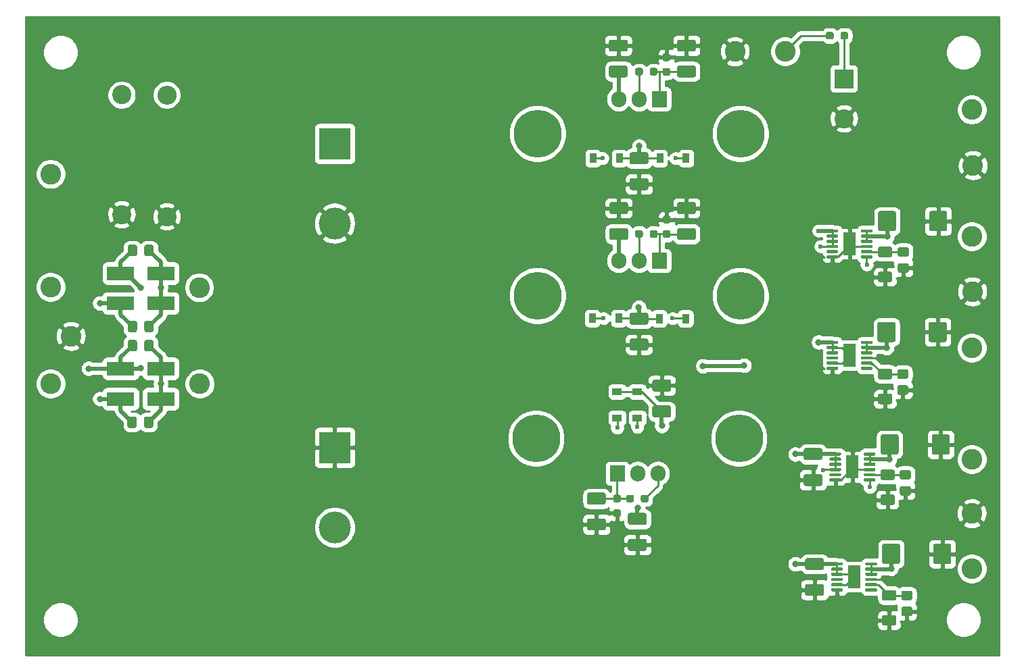
<source format=gbr>
G04 #@! TF.GenerationSoftware,KiCad,Pcbnew,(5.1.9-0-10_14)*
G04 #@! TF.CreationDate,2021-05-02T16:07:57+02:00*
G04 #@! TF.ProjectId,dac-psu,6461632d-7073-4752-9e6b-696361645f70,rev?*
G04 #@! TF.SameCoordinates,Original*
G04 #@! TF.FileFunction,Copper,L1,Top*
G04 #@! TF.FilePolarity,Positive*
%FSLAX46Y46*%
G04 Gerber Fmt 4.6, Leading zero omitted, Abs format (unit mm)*
G04 Created by KiCad (PCBNEW (5.1.9-0-10_14)) date 2021-05-02 16:07:57*
%MOMM*%
%LPD*%
G01*
G04 APERTURE LIST*
G04 #@! TA.AperFunction,ComponentPad*
%ADD10C,2.600000*%
G04 #@! TD*
G04 #@! TA.AperFunction,SMDPad,CuDef*
%ADD11R,1.200000X0.900000*%
G04 #@! TD*
G04 #@! TA.AperFunction,SMDPad,CuDef*
%ADD12R,0.900000X1.200000*%
G04 #@! TD*
G04 #@! TA.AperFunction,ComponentPad*
%ADD13O,2.400000X2.400000*%
G04 #@! TD*
G04 #@! TA.AperFunction,ComponentPad*
%ADD14C,2.400000*%
G04 #@! TD*
G04 #@! TA.AperFunction,ComponentPad*
%ADD15C,4.000000*%
G04 #@! TD*
G04 #@! TA.AperFunction,ComponentPad*
%ADD16R,4.000000X4.000000*%
G04 #@! TD*
G04 #@! TA.AperFunction,ComponentPad*
%ADD17O,1.905000X2.000000*%
G04 #@! TD*
G04 #@! TA.AperFunction,ComponentPad*
%ADD18R,1.905000X2.000000*%
G04 #@! TD*
G04 #@! TA.AperFunction,SMDPad,CuDef*
%ADD19R,1.650000X2.850000*%
G04 #@! TD*
G04 #@! TA.AperFunction,ComponentPad*
%ADD20C,6.000000*%
G04 #@! TD*
G04 #@! TA.AperFunction,SMDPad,CuDef*
%ADD21R,3.500000X1.800000*%
G04 #@! TD*
G04 #@! TA.AperFunction,ComponentPad*
%ADD22R,2.400000X2.400000*%
G04 #@! TD*
G04 #@! TA.AperFunction,ViaPad*
%ADD23C,0.600000*%
G04 #@! TD*
G04 #@! TA.AperFunction,ViaPad*
%ADD24C,0.800000*%
G04 #@! TD*
G04 #@! TA.AperFunction,Conductor*
%ADD25C,0.500000*%
G04 #@! TD*
G04 #@! TA.AperFunction,Conductor*
%ADD26C,0.250000*%
G04 #@! TD*
G04 #@! TA.AperFunction,Conductor*
%ADD27C,0.254000*%
G04 #@! TD*
G04 #@! TA.AperFunction,Conductor*
%ADD28C,0.100000*%
G04 #@! TD*
G04 APERTURE END LIST*
D10*
X116459000Y-96139000D03*
X116395500Y-84074000D03*
G04 #@! TA.AperFunction,SMDPad,CuDef*
G36*
G01*
X171673700Y-110778300D02*
X171673700Y-110303300D01*
G75*
G02*
X171911200Y-110065800I237500J0D01*
G01*
X172411200Y-110065800D01*
G75*
G02*
X172648700Y-110303300I0J-237500D01*
G01*
X172648700Y-110778300D01*
G75*
G02*
X172411200Y-111015800I-237500J0D01*
G01*
X171911200Y-111015800D01*
G75*
G02*
X171673700Y-110778300I0J237500D01*
G01*
G37*
G04 #@! TD.AperFunction*
G04 #@! TA.AperFunction,SMDPad,CuDef*
G36*
G01*
X169848700Y-110778300D02*
X169848700Y-110303300D01*
G75*
G02*
X170086200Y-110065800I237500J0D01*
G01*
X170586200Y-110065800D01*
G75*
G02*
X170823700Y-110303300I0J-237500D01*
G01*
X170823700Y-110778300D01*
G75*
G02*
X170586200Y-111015800I-237500J0D01*
G01*
X170086200Y-111015800D01*
G75*
G02*
X169848700Y-110778300I0J237500D01*
G01*
G37*
G04 #@! TD.AperFunction*
G04 #@! TA.AperFunction,SMDPad,CuDef*
G36*
G01*
X172787500Y-77605900D02*
X172787500Y-77130900D01*
G75*
G02*
X173025000Y-76893400I237500J0D01*
G01*
X173525000Y-76893400D01*
G75*
G02*
X173762500Y-77130900I0J-237500D01*
G01*
X173762500Y-77605900D01*
G75*
G02*
X173525000Y-77843400I-237500J0D01*
G01*
X173025000Y-77843400D01*
G75*
G02*
X172787500Y-77605900I0J237500D01*
G01*
G37*
G04 #@! TD.AperFunction*
G04 #@! TA.AperFunction,SMDPad,CuDef*
G36*
G01*
X170962500Y-77605900D02*
X170962500Y-77130900D01*
G75*
G02*
X171200000Y-76893400I237500J0D01*
G01*
X171700000Y-76893400D01*
G75*
G02*
X171937500Y-77130900I0J-237500D01*
G01*
X171937500Y-77605900D01*
G75*
G02*
X171700000Y-77843400I-237500J0D01*
G01*
X171200000Y-77843400D01*
G75*
G02*
X170962500Y-77605900I0J237500D01*
G01*
G37*
G04 #@! TD.AperFunction*
G04 #@! TA.AperFunction,SMDPad,CuDef*
G36*
G01*
X168944300Y-111028300D02*
X168469300Y-111028300D01*
G75*
G02*
X168231800Y-110790800I0J237500D01*
G01*
X168231800Y-110290800D01*
G75*
G02*
X168469300Y-110053300I237500J0D01*
G01*
X168944300Y-110053300D01*
G75*
G02*
X169181800Y-110290800I0J-237500D01*
G01*
X169181800Y-110790800D01*
G75*
G02*
X168944300Y-111028300I-237500J0D01*
G01*
G37*
G04 #@! TD.AperFunction*
G04 #@! TA.AperFunction,SMDPad,CuDef*
G36*
G01*
X168944300Y-112853300D02*
X168469300Y-112853300D01*
G75*
G02*
X168231800Y-112615800I0J237500D01*
G01*
X168231800Y-112115800D01*
G75*
G02*
X168469300Y-111878300I237500J0D01*
G01*
X168944300Y-111878300D01*
G75*
G02*
X169181800Y-112115800I0J-237500D01*
G01*
X169181800Y-112615800D01*
G75*
G02*
X168944300Y-112853300I-237500J0D01*
G01*
G37*
G04 #@! TD.AperFunction*
G04 #@! TA.AperFunction,SMDPad,CuDef*
G36*
G01*
X175141900Y-76045000D02*
X174666900Y-76045000D01*
G75*
G02*
X174429400Y-75807500I0J237500D01*
G01*
X174429400Y-75307500D01*
G75*
G02*
X174666900Y-75070000I237500J0D01*
G01*
X175141900Y-75070000D01*
G75*
G02*
X175379400Y-75307500I0J-237500D01*
G01*
X175379400Y-75807500D01*
G75*
G02*
X175141900Y-76045000I-237500J0D01*
G01*
G37*
G04 #@! TD.AperFunction*
G04 #@! TA.AperFunction,SMDPad,CuDef*
G36*
G01*
X175141900Y-77870000D02*
X174666900Y-77870000D01*
G75*
G02*
X174429400Y-77632500I0J237500D01*
G01*
X174429400Y-77132500D01*
G75*
G02*
X174666900Y-76895000I237500J0D01*
G01*
X175141900Y-76895000D01*
G75*
G02*
X175379400Y-77132500I0J-237500D01*
G01*
X175379400Y-77632500D01*
G75*
G02*
X175141900Y-77870000I-237500J0D01*
G01*
G37*
G04 #@! TD.AperFunction*
D11*
X168706800Y-97131600D03*
X168706800Y-100431600D03*
D12*
X177290000Y-87985600D03*
X173990000Y-87985600D03*
D11*
X171246800Y-100431600D03*
X171246800Y-97131600D03*
D12*
X168910000Y-87934800D03*
X165610000Y-87934800D03*
X177353500Y-67881500D03*
X174053500Y-67881500D03*
X168973500Y-67881500D03*
X165673500Y-67881500D03*
G04 #@! TA.AperFunction,SMDPad,CuDef*
G36*
G01*
X202897501Y-95595000D02*
X201597499Y-95595000D01*
G75*
G02*
X201347500Y-95345001I0J249999D01*
G01*
X201347500Y-94519999D01*
G75*
G02*
X201597499Y-94270000I249999J0D01*
G01*
X202897501Y-94270000D01*
G75*
G02*
X203147500Y-94519999I0J-249999D01*
G01*
X203147500Y-95345001D01*
G75*
G02*
X202897501Y-95595000I-249999J0D01*
G01*
G37*
G04 #@! TD.AperFunction*
G04 #@! TA.AperFunction,SMDPad,CuDef*
G36*
G01*
X202897501Y-98720000D02*
X201597499Y-98720000D01*
G75*
G02*
X201347500Y-98470001I0J249999D01*
G01*
X201347500Y-97644999D01*
G75*
G02*
X201597499Y-97395000I249999J0D01*
G01*
X202897501Y-97395000D01*
G75*
G02*
X203147500Y-97644999I0J-249999D01*
G01*
X203147500Y-98470001D01*
G75*
G02*
X202897501Y-98720000I-249999J0D01*
G01*
G37*
G04 #@! TD.AperFunction*
G04 #@! TA.AperFunction,SMDPad,CuDef*
G36*
G01*
X201597499Y-82091500D02*
X202897501Y-82091500D01*
G75*
G02*
X203147500Y-82341499I0J-249999D01*
G01*
X203147500Y-83166501D01*
G75*
G02*
X202897501Y-83416500I-249999J0D01*
G01*
X201597499Y-83416500D01*
G75*
G02*
X201347500Y-83166501I0J249999D01*
G01*
X201347500Y-82341499D01*
G75*
G02*
X201597499Y-82091500I249999J0D01*
G01*
G37*
G04 #@! TD.AperFunction*
G04 #@! TA.AperFunction,SMDPad,CuDef*
G36*
G01*
X201597499Y-78966500D02*
X202897501Y-78966500D01*
G75*
G02*
X203147500Y-79216499I0J-249999D01*
G01*
X203147500Y-80041501D01*
G75*
G02*
X202897501Y-80291500I-249999J0D01*
G01*
X201597499Y-80291500D01*
G75*
G02*
X201347500Y-80041501I0J249999D01*
G01*
X201347500Y-79216499D01*
G75*
G02*
X201597499Y-78966500I249999J0D01*
G01*
G37*
G04 #@! TD.AperFunction*
G04 #@! TA.AperFunction,SMDPad,CuDef*
G36*
G01*
X203405501Y-123344500D02*
X202105499Y-123344500D01*
G75*
G02*
X201855500Y-123094501I0J249999D01*
G01*
X201855500Y-122269499D01*
G75*
G02*
X202105499Y-122019500I249999J0D01*
G01*
X203405501Y-122019500D01*
G75*
G02*
X203655500Y-122269499I0J-249999D01*
G01*
X203655500Y-123094501D01*
G75*
G02*
X203405501Y-123344500I-249999J0D01*
G01*
G37*
G04 #@! TD.AperFunction*
G04 #@! TA.AperFunction,SMDPad,CuDef*
G36*
G01*
X203405501Y-126469500D02*
X202105499Y-126469500D01*
G75*
G02*
X201855500Y-126219501I0J249999D01*
G01*
X201855500Y-125394499D01*
G75*
G02*
X202105499Y-125144500I249999J0D01*
G01*
X203405501Y-125144500D01*
G75*
G02*
X203655500Y-125394499I0J-249999D01*
G01*
X203655500Y-126219501D01*
G75*
G02*
X203405501Y-126469500I-249999J0D01*
G01*
G37*
G04 #@! TD.AperFunction*
G04 #@! TA.AperFunction,SMDPad,CuDef*
G36*
G01*
X201914999Y-110031500D02*
X203215001Y-110031500D01*
G75*
G02*
X203465000Y-110281499I0J-249999D01*
G01*
X203465000Y-111106501D01*
G75*
G02*
X203215001Y-111356500I-249999J0D01*
G01*
X201914999Y-111356500D01*
G75*
G02*
X201665000Y-111106501I0J249999D01*
G01*
X201665000Y-110281499D01*
G75*
G02*
X201914999Y-110031500I249999J0D01*
G01*
G37*
G04 #@! TD.AperFunction*
G04 #@! TA.AperFunction,SMDPad,CuDef*
G36*
G01*
X201914999Y-106906500D02*
X203215001Y-106906500D01*
G75*
G02*
X203465000Y-107156499I0J-249999D01*
G01*
X203465000Y-107981501D01*
G75*
G02*
X203215001Y-108231500I-249999J0D01*
G01*
X201914999Y-108231500D01*
G75*
G02*
X201665000Y-107981501I0J249999D01*
G01*
X201665000Y-107156499D01*
G75*
G02*
X201914999Y-106906500I249999J0D01*
G01*
G37*
G04 #@! TD.AperFunction*
D13*
X112331500Y-59944000D03*
D14*
X112331500Y-75184000D03*
D10*
X97790000Y-69850000D03*
D14*
X106680000Y-59930000D03*
X106680000Y-74930000D03*
G04 #@! TA.AperFunction,SMDPad,CuDef*
G36*
G01*
X196663500Y-52752000D02*
X196663500Y-52277000D01*
G75*
G02*
X196901000Y-52039500I237500J0D01*
G01*
X197401000Y-52039500D01*
G75*
G02*
X197638500Y-52277000I0J-237500D01*
G01*
X197638500Y-52752000D01*
G75*
G02*
X197401000Y-52989500I-237500J0D01*
G01*
X196901000Y-52989500D01*
G75*
G02*
X196663500Y-52752000I0J237500D01*
G01*
G37*
G04 #@! TD.AperFunction*
G04 #@! TA.AperFunction,SMDPad,CuDef*
G36*
G01*
X194838500Y-52752000D02*
X194838500Y-52277000D01*
G75*
G02*
X195076000Y-52039500I237500J0D01*
G01*
X195576000Y-52039500D01*
G75*
G02*
X195813500Y-52277000I0J-237500D01*
G01*
X195813500Y-52752000D01*
G75*
G02*
X195576000Y-52989500I-237500J0D01*
G01*
X195076000Y-52989500D01*
G75*
G02*
X194838500Y-52752000I0J237500D01*
G01*
G37*
G04 #@! TD.AperFunction*
G04 #@! TA.AperFunction,SMDPad,CuDef*
G36*
G01*
X172787500Y-57260500D02*
X172787500Y-56785500D01*
G75*
G02*
X173025000Y-56548000I237500J0D01*
G01*
X173525000Y-56548000D01*
G75*
G02*
X173762500Y-56785500I0J-237500D01*
G01*
X173762500Y-57260500D01*
G75*
G02*
X173525000Y-57498000I-237500J0D01*
G01*
X173025000Y-57498000D01*
G75*
G02*
X172787500Y-57260500I0J237500D01*
G01*
G37*
G04 #@! TD.AperFunction*
G04 #@! TA.AperFunction,SMDPad,CuDef*
G36*
G01*
X170962500Y-57260500D02*
X170962500Y-56785500D01*
G75*
G02*
X171200000Y-56548000I237500J0D01*
G01*
X171700000Y-56548000D01*
G75*
G02*
X171937500Y-56785500I0J-237500D01*
G01*
X171937500Y-57260500D01*
G75*
G02*
X171700000Y-57498000I-237500J0D01*
G01*
X171200000Y-57498000D01*
G75*
G02*
X170962500Y-57260500I0J237500D01*
G01*
G37*
G04 #@! TD.AperFunction*
G04 #@! TA.AperFunction,SMDPad,CuDef*
G36*
G01*
X175116500Y-55709000D02*
X174641500Y-55709000D01*
G75*
G02*
X174404000Y-55471500I0J237500D01*
G01*
X174404000Y-54971500D01*
G75*
G02*
X174641500Y-54734000I237500J0D01*
G01*
X175116500Y-54734000D01*
G75*
G02*
X175354000Y-54971500I0J-237500D01*
G01*
X175354000Y-55471500D01*
G75*
G02*
X175116500Y-55709000I-237500J0D01*
G01*
G37*
G04 #@! TD.AperFunction*
G04 #@! TA.AperFunction,SMDPad,CuDef*
G36*
G01*
X175116500Y-57534000D02*
X174641500Y-57534000D01*
G75*
G02*
X174404000Y-57296500I0J237500D01*
G01*
X174404000Y-56796500D01*
G75*
G02*
X174641500Y-56559000I237500J0D01*
G01*
X175116500Y-56559000D01*
G75*
G02*
X175354000Y-56796500I0J-237500D01*
G01*
X175354000Y-57296500D01*
G75*
G02*
X175116500Y-57534000I-237500J0D01*
G01*
G37*
G04 #@! TD.AperFunction*
G04 #@! TA.AperFunction,SMDPad,CuDef*
G36*
G01*
X170525000Y-70381500D02*
X172375000Y-70381500D01*
G75*
G02*
X172625000Y-70631500I0J-250000D01*
G01*
X172625000Y-71631500D01*
G75*
G02*
X172375000Y-71881500I-250000J0D01*
G01*
X170525000Y-71881500D01*
G75*
G02*
X170275000Y-71631500I0J250000D01*
G01*
X170275000Y-70631500D01*
G75*
G02*
X170525000Y-70381500I250000J0D01*
G01*
G37*
G04 #@! TD.AperFunction*
G04 #@! TA.AperFunction,SMDPad,CuDef*
G36*
G01*
X170525000Y-67131500D02*
X172375000Y-67131500D01*
G75*
G02*
X172625000Y-67381500I0J-250000D01*
G01*
X172625000Y-68381500D01*
G75*
G02*
X172375000Y-68631500I-250000J0D01*
G01*
X170525000Y-68631500D01*
G75*
G02*
X170275000Y-68381500I0J250000D01*
G01*
X170275000Y-67381500D01*
G75*
G02*
X170525000Y-67131500I250000J0D01*
G01*
G37*
G04 #@! TD.AperFunction*
D15*
X133350000Y-114140000D03*
D16*
X133350000Y-104140000D03*
D15*
X133350000Y-76040000D03*
D16*
X133350000Y-66040000D03*
D17*
X173799500Y-107378500D03*
X171259500Y-107378500D03*
D18*
X168719500Y-107378500D03*
D17*
X168910000Y-80708500D03*
X171450000Y-80708500D03*
D18*
X173990000Y-80708500D03*
D19*
X197802500Y-92583000D03*
G04 #@! TA.AperFunction,SMDPad,CuDef*
G36*
G01*
X199227500Y-91058000D02*
X199227500Y-90858000D01*
G75*
G02*
X199327500Y-90758000I100000J0D01*
G01*
X200577500Y-90758000D01*
G75*
G02*
X200677500Y-90858000I0J-100000D01*
G01*
X200677500Y-91058000D01*
G75*
G02*
X200577500Y-91158000I-100000J0D01*
G01*
X199327500Y-91158000D01*
G75*
G02*
X199227500Y-91058000I0J100000D01*
G01*
G37*
G04 #@! TD.AperFunction*
G04 #@! TA.AperFunction,SMDPad,CuDef*
G36*
G01*
X199227500Y-91708000D02*
X199227500Y-91508000D01*
G75*
G02*
X199327500Y-91408000I100000J0D01*
G01*
X200577500Y-91408000D01*
G75*
G02*
X200677500Y-91508000I0J-100000D01*
G01*
X200677500Y-91708000D01*
G75*
G02*
X200577500Y-91808000I-100000J0D01*
G01*
X199327500Y-91808000D01*
G75*
G02*
X199227500Y-91708000I0J100000D01*
G01*
G37*
G04 #@! TD.AperFunction*
G04 #@! TA.AperFunction,SMDPad,CuDef*
G36*
G01*
X199227500Y-92358000D02*
X199227500Y-92158000D01*
G75*
G02*
X199327500Y-92058000I100000J0D01*
G01*
X200577500Y-92058000D01*
G75*
G02*
X200677500Y-92158000I0J-100000D01*
G01*
X200677500Y-92358000D01*
G75*
G02*
X200577500Y-92458000I-100000J0D01*
G01*
X199327500Y-92458000D01*
G75*
G02*
X199227500Y-92358000I0J100000D01*
G01*
G37*
G04 #@! TD.AperFunction*
G04 #@! TA.AperFunction,SMDPad,CuDef*
G36*
G01*
X199227500Y-93008000D02*
X199227500Y-92808000D01*
G75*
G02*
X199327500Y-92708000I100000J0D01*
G01*
X200577500Y-92708000D01*
G75*
G02*
X200677500Y-92808000I0J-100000D01*
G01*
X200677500Y-93008000D01*
G75*
G02*
X200577500Y-93108000I-100000J0D01*
G01*
X199327500Y-93108000D01*
G75*
G02*
X199227500Y-93008000I0J100000D01*
G01*
G37*
G04 #@! TD.AperFunction*
G04 #@! TA.AperFunction,SMDPad,CuDef*
G36*
G01*
X199227500Y-93658000D02*
X199227500Y-93458000D01*
G75*
G02*
X199327500Y-93358000I100000J0D01*
G01*
X200577500Y-93358000D01*
G75*
G02*
X200677500Y-93458000I0J-100000D01*
G01*
X200677500Y-93658000D01*
G75*
G02*
X200577500Y-93758000I-100000J0D01*
G01*
X199327500Y-93758000D01*
G75*
G02*
X199227500Y-93658000I0J100000D01*
G01*
G37*
G04 #@! TD.AperFunction*
G04 #@! TA.AperFunction,SMDPad,CuDef*
G36*
G01*
X199227500Y-94308000D02*
X199227500Y-94108000D01*
G75*
G02*
X199327500Y-94008000I100000J0D01*
G01*
X200577500Y-94008000D01*
G75*
G02*
X200677500Y-94108000I0J-100000D01*
G01*
X200677500Y-94308000D01*
G75*
G02*
X200577500Y-94408000I-100000J0D01*
G01*
X199327500Y-94408000D01*
G75*
G02*
X199227500Y-94308000I0J100000D01*
G01*
G37*
G04 #@! TD.AperFunction*
G04 #@! TA.AperFunction,SMDPad,CuDef*
G36*
G01*
X194927500Y-94308000D02*
X194927500Y-94108000D01*
G75*
G02*
X195027500Y-94008000I100000J0D01*
G01*
X196277500Y-94008000D01*
G75*
G02*
X196377500Y-94108000I0J-100000D01*
G01*
X196377500Y-94308000D01*
G75*
G02*
X196277500Y-94408000I-100000J0D01*
G01*
X195027500Y-94408000D01*
G75*
G02*
X194927500Y-94308000I0J100000D01*
G01*
G37*
G04 #@! TD.AperFunction*
G04 #@! TA.AperFunction,SMDPad,CuDef*
G36*
G01*
X194927500Y-93658000D02*
X194927500Y-93458000D01*
G75*
G02*
X195027500Y-93358000I100000J0D01*
G01*
X196277500Y-93358000D01*
G75*
G02*
X196377500Y-93458000I0J-100000D01*
G01*
X196377500Y-93658000D01*
G75*
G02*
X196277500Y-93758000I-100000J0D01*
G01*
X195027500Y-93758000D01*
G75*
G02*
X194927500Y-93658000I0J100000D01*
G01*
G37*
G04 #@! TD.AperFunction*
G04 #@! TA.AperFunction,SMDPad,CuDef*
G36*
G01*
X194927500Y-93008000D02*
X194927500Y-92808000D01*
G75*
G02*
X195027500Y-92708000I100000J0D01*
G01*
X196277500Y-92708000D01*
G75*
G02*
X196377500Y-92808000I0J-100000D01*
G01*
X196377500Y-93008000D01*
G75*
G02*
X196277500Y-93108000I-100000J0D01*
G01*
X195027500Y-93108000D01*
G75*
G02*
X194927500Y-93008000I0J100000D01*
G01*
G37*
G04 #@! TD.AperFunction*
G04 #@! TA.AperFunction,SMDPad,CuDef*
G36*
G01*
X194927500Y-92358000D02*
X194927500Y-92158000D01*
G75*
G02*
X195027500Y-92058000I100000J0D01*
G01*
X196277500Y-92058000D01*
G75*
G02*
X196377500Y-92158000I0J-100000D01*
G01*
X196377500Y-92358000D01*
G75*
G02*
X196277500Y-92458000I-100000J0D01*
G01*
X195027500Y-92458000D01*
G75*
G02*
X194927500Y-92358000I0J100000D01*
G01*
G37*
G04 #@! TD.AperFunction*
G04 #@! TA.AperFunction,SMDPad,CuDef*
G36*
G01*
X194927500Y-91708000D02*
X194927500Y-91508000D01*
G75*
G02*
X195027500Y-91408000I100000J0D01*
G01*
X196277500Y-91408000D01*
G75*
G02*
X196377500Y-91508000I0J-100000D01*
G01*
X196377500Y-91708000D01*
G75*
G02*
X196277500Y-91808000I-100000J0D01*
G01*
X195027500Y-91808000D01*
G75*
G02*
X194927500Y-91708000I0J100000D01*
G01*
G37*
G04 #@! TD.AperFunction*
G04 #@! TA.AperFunction,SMDPad,CuDef*
G36*
G01*
X194927500Y-91058000D02*
X194927500Y-90858000D01*
G75*
G02*
X195027500Y-90758000I100000J0D01*
G01*
X196277500Y-90758000D01*
G75*
G02*
X196377500Y-90858000I0J-100000D01*
G01*
X196377500Y-91058000D01*
G75*
G02*
X196277500Y-91158000I-100000J0D01*
G01*
X195027500Y-91158000D01*
G75*
G02*
X194927500Y-91058000I0J100000D01*
G01*
G37*
G04 #@! TD.AperFunction*
X197802500Y-78613000D03*
G04 #@! TA.AperFunction,SMDPad,CuDef*
G36*
G01*
X199227500Y-77088000D02*
X199227500Y-76888000D01*
G75*
G02*
X199327500Y-76788000I100000J0D01*
G01*
X200577500Y-76788000D01*
G75*
G02*
X200677500Y-76888000I0J-100000D01*
G01*
X200677500Y-77088000D01*
G75*
G02*
X200577500Y-77188000I-100000J0D01*
G01*
X199327500Y-77188000D01*
G75*
G02*
X199227500Y-77088000I0J100000D01*
G01*
G37*
G04 #@! TD.AperFunction*
G04 #@! TA.AperFunction,SMDPad,CuDef*
G36*
G01*
X199227500Y-77738000D02*
X199227500Y-77538000D01*
G75*
G02*
X199327500Y-77438000I100000J0D01*
G01*
X200577500Y-77438000D01*
G75*
G02*
X200677500Y-77538000I0J-100000D01*
G01*
X200677500Y-77738000D01*
G75*
G02*
X200577500Y-77838000I-100000J0D01*
G01*
X199327500Y-77838000D01*
G75*
G02*
X199227500Y-77738000I0J100000D01*
G01*
G37*
G04 #@! TD.AperFunction*
G04 #@! TA.AperFunction,SMDPad,CuDef*
G36*
G01*
X199227500Y-78388000D02*
X199227500Y-78188000D01*
G75*
G02*
X199327500Y-78088000I100000J0D01*
G01*
X200577500Y-78088000D01*
G75*
G02*
X200677500Y-78188000I0J-100000D01*
G01*
X200677500Y-78388000D01*
G75*
G02*
X200577500Y-78488000I-100000J0D01*
G01*
X199327500Y-78488000D01*
G75*
G02*
X199227500Y-78388000I0J100000D01*
G01*
G37*
G04 #@! TD.AperFunction*
G04 #@! TA.AperFunction,SMDPad,CuDef*
G36*
G01*
X199227500Y-79038000D02*
X199227500Y-78838000D01*
G75*
G02*
X199327500Y-78738000I100000J0D01*
G01*
X200577500Y-78738000D01*
G75*
G02*
X200677500Y-78838000I0J-100000D01*
G01*
X200677500Y-79038000D01*
G75*
G02*
X200577500Y-79138000I-100000J0D01*
G01*
X199327500Y-79138000D01*
G75*
G02*
X199227500Y-79038000I0J100000D01*
G01*
G37*
G04 #@! TD.AperFunction*
G04 #@! TA.AperFunction,SMDPad,CuDef*
G36*
G01*
X199227500Y-79688000D02*
X199227500Y-79488000D01*
G75*
G02*
X199327500Y-79388000I100000J0D01*
G01*
X200577500Y-79388000D01*
G75*
G02*
X200677500Y-79488000I0J-100000D01*
G01*
X200677500Y-79688000D01*
G75*
G02*
X200577500Y-79788000I-100000J0D01*
G01*
X199327500Y-79788000D01*
G75*
G02*
X199227500Y-79688000I0J100000D01*
G01*
G37*
G04 #@! TD.AperFunction*
G04 #@! TA.AperFunction,SMDPad,CuDef*
G36*
G01*
X199227500Y-80338000D02*
X199227500Y-80138000D01*
G75*
G02*
X199327500Y-80038000I100000J0D01*
G01*
X200577500Y-80038000D01*
G75*
G02*
X200677500Y-80138000I0J-100000D01*
G01*
X200677500Y-80338000D01*
G75*
G02*
X200577500Y-80438000I-100000J0D01*
G01*
X199327500Y-80438000D01*
G75*
G02*
X199227500Y-80338000I0J100000D01*
G01*
G37*
G04 #@! TD.AperFunction*
G04 #@! TA.AperFunction,SMDPad,CuDef*
G36*
G01*
X194927500Y-80338000D02*
X194927500Y-80138000D01*
G75*
G02*
X195027500Y-80038000I100000J0D01*
G01*
X196277500Y-80038000D01*
G75*
G02*
X196377500Y-80138000I0J-100000D01*
G01*
X196377500Y-80338000D01*
G75*
G02*
X196277500Y-80438000I-100000J0D01*
G01*
X195027500Y-80438000D01*
G75*
G02*
X194927500Y-80338000I0J100000D01*
G01*
G37*
G04 #@! TD.AperFunction*
G04 #@! TA.AperFunction,SMDPad,CuDef*
G36*
G01*
X194927500Y-79688000D02*
X194927500Y-79488000D01*
G75*
G02*
X195027500Y-79388000I100000J0D01*
G01*
X196277500Y-79388000D01*
G75*
G02*
X196377500Y-79488000I0J-100000D01*
G01*
X196377500Y-79688000D01*
G75*
G02*
X196277500Y-79788000I-100000J0D01*
G01*
X195027500Y-79788000D01*
G75*
G02*
X194927500Y-79688000I0J100000D01*
G01*
G37*
G04 #@! TD.AperFunction*
G04 #@! TA.AperFunction,SMDPad,CuDef*
G36*
G01*
X194927500Y-79038000D02*
X194927500Y-78838000D01*
G75*
G02*
X195027500Y-78738000I100000J0D01*
G01*
X196277500Y-78738000D01*
G75*
G02*
X196377500Y-78838000I0J-100000D01*
G01*
X196377500Y-79038000D01*
G75*
G02*
X196277500Y-79138000I-100000J0D01*
G01*
X195027500Y-79138000D01*
G75*
G02*
X194927500Y-79038000I0J100000D01*
G01*
G37*
G04 #@! TD.AperFunction*
G04 #@! TA.AperFunction,SMDPad,CuDef*
G36*
G01*
X194927500Y-78388000D02*
X194927500Y-78188000D01*
G75*
G02*
X195027500Y-78088000I100000J0D01*
G01*
X196277500Y-78088000D01*
G75*
G02*
X196377500Y-78188000I0J-100000D01*
G01*
X196377500Y-78388000D01*
G75*
G02*
X196277500Y-78488000I-100000J0D01*
G01*
X195027500Y-78488000D01*
G75*
G02*
X194927500Y-78388000I0J100000D01*
G01*
G37*
G04 #@! TD.AperFunction*
G04 #@! TA.AperFunction,SMDPad,CuDef*
G36*
G01*
X194927500Y-77738000D02*
X194927500Y-77538000D01*
G75*
G02*
X195027500Y-77438000I100000J0D01*
G01*
X196277500Y-77438000D01*
G75*
G02*
X196377500Y-77538000I0J-100000D01*
G01*
X196377500Y-77738000D01*
G75*
G02*
X196277500Y-77838000I-100000J0D01*
G01*
X195027500Y-77838000D01*
G75*
G02*
X194927500Y-77738000I0J100000D01*
G01*
G37*
G04 #@! TD.AperFunction*
G04 #@! TA.AperFunction,SMDPad,CuDef*
G36*
G01*
X194927500Y-77088000D02*
X194927500Y-76888000D01*
G75*
G02*
X195027500Y-76788000I100000J0D01*
G01*
X196277500Y-76788000D01*
G75*
G02*
X196377500Y-76888000I0J-100000D01*
G01*
X196377500Y-77088000D01*
G75*
G02*
X196277500Y-77188000I-100000J0D01*
G01*
X195027500Y-77188000D01*
G75*
G02*
X194927500Y-77088000I0J100000D01*
G01*
G37*
G04 #@! TD.AperFunction*
X198365000Y-120355000D03*
G04 #@! TA.AperFunction,SMDPad,CuDef*
G36*
G01*
X199790000Y-118830000D02*
X199790000Y-118630000D01*
G75*
G02*
X199890000Y-118530000I100000J0D01*
G01*
X201140000Y-118530000D01*
G75*
G02*
X201240000Y-118630000I0J-100000D01*
G01*
X201240000Y-118830000D01*
G75*
G02*
X201140000Y-118930000I-100000J0D01*
G01*
X199890000Y-118930000D01*
G75*
G02*
X199790000Y-118830000I0J100000D01*
G01*
G37*
G04 #@! TD.AperFunction*
G04 #@! TA.AperFunction,SMDPad,CuDef*
G36*
G01*
X199790000Y-119480000D02*
X199790000Y-119280000D01*
G75*
G02*
X199890000Y-119180000I100000J0D01*
G01*
X201140000Y-119180000D01*
G75*
G02*
X201240000Y-119280000I0J-100000D01*
G01*
X201240000Y-119480000D01*
G75*
G02*
X201140000Y-119580000I-100000J0D01*
G01*
X199890000Y-119580000D01*
G75*
G02*
X199790000Y-119480000I0J100000D01*
G01*
G37*
G04 #@! TD.AperFunction*
G04 #@! TA.AperFunction,SMDPad,CuDef*
G36*
G01*
X199790000Y-120130000D02*
X199790000Y-119930000D01*
G75*
G02*
X199890000Y-119830000I100000J0D01*
G01*
X201140000Y-119830000D01*
G75*
G02*
X201240000Y-119930000I0J-100000D01*
G01*
X201240000Y-120130000D01*
G75*
G02*
X201140000Y-120230000I-100000J0D01*
G01*
X199890000Y-120230000D01*
G75*
G02*
X199790000Y-120130000I0J100000D01*
G01*
G37*
G04 #@! TD.AperFunction*
G04 #@! TA.AperFunction,SMDPad,CuDef*
G36*
G01*
X199790000Y-120780000D02*
X199790000Y-120580000D01*
G75*
G02*
X199890000Y-120480000I100000J0D01*
G01*
X201140000Y-120480000D01*
G75*
G02*
X201240000Y-120580000I0J-100000D01*
G01*
X201240000Y-120780000D01*
G75*
G02*
X201140000Y-120880000I-100000J0D01*
G01*
X199890000Y-120880000D01*
G75*
G02*
X199790000Y-120780000I0J100000D01*
G01*
G37*
G04 #@! TD.AperFunction*
G04 #@! TA.AperFunction,SMDPad,CuDef*
G36*
G01*
X199790000Y-121430000D02*
X199790000Y-121230000D01*
G75*
G02*
X199890000Y-121130000I100000J0D01*
G01*
X201140000Y-121130000D01*
G75*
G02*
X201240000Y-121230000I0J-100000D01*
G01*
X201240000Y-121430000D01*
G75*
G02*
X201140000Y-121530000I-100000J0D01*
G01*
X199890000Y-121530000D01*
G75*
G02*
X199790000Y-121430000I0J100000D01*
G01*
G37*
G04 #@! TD.AperFunction*
G04 #@! TA.AperFunction,SMDPad,CuDef*
G36*
G01*
X199790000Y-122080000D02*
X199790000Y-121880000D01*
G75*
G02*
X199890000Y-121780000I100000J0D01*
G01*
X201140000Y-121780000D01*
G75*
G02*
X201240000Y-121880000I0J-100000D01*
G01*
X201240000Y-122080000D01*
G75*
G02*
X201140000Y-122180000I-100000J0D01*
G01*
X199890000Y-122180000D01*
G75*
G02*
X199790000Y-122080000I0J100000D01*
G01*
G37*
G04 #@! TD.AperFunction*
G04 #@! TA.AperFunction,SMDPad,CuDef*
G36*
G01*
X195490000Y-122080000D02*
X195490000Y-121880000D01*
G75*
G02*
X195590000Y-121780000I100000J0D01*
G01*
X196840000Y-121780000D01*
G75*
G02*
X196940000Y-121880000I0J-100000D01*
G01*
X196940000Y-122080000D01*
G75*
G02*
X196840000Y-122180000I-100000J0D01*
G01*
X195590000Y-122180000D01*
G75*
G02*
X195490000Y-122080000I0J100000D01*
G01*
G37*
G04 #@! TD.AperFunction*
G04 #@! TA.AperFunction,SMDPad,CuDef*
G36*
G01*
X195490000Y-121430000D02*
X195490000Y-121230000D01*
G75*
G02*
X195590000Y-121130000I100000J0D01*
G01*
X196840000Y-121130000D01*
G75*
G02*
X196940000Y-121230000I0J-100000D01*
G01*
X196940000Y-121430000D01*
G75*
G02*
X196840000Y-121530000I-100000J0D01*
G01*
X195590000Y-121530000D01*
G75*
G02*
X195490000Y-121430000I0J100000D01*
G01*
G37*
G04 #@! TD.AperFunction*
G04 #@! TA.AperFunction,SMDPad,CuDef*
G36*
G01*
X195490000Y-120780000D02*
X195490000Y-120580000D01*
G75*
G02*
X195590000Y-120480000I100000J0D01*
G01*
X196840000Y-120480000D01*
G75*
G02*
X196940000Y-120580000I0J-100000D01*
G01*
X196940000Y-120780000D01*
G75*
G02*
X196840000Y-120880000I-100000J0D01*
G01*
X195590000Y-120880000D01*
G75*
G02*
X195490000Y-120780000I0J100000D01*
G01*
G37*
G04 #@! TD.AperFunction*
G04 #@! TA.AperFunction,SMDPad,CuDef*
G36*
G01*
X195490000Y-120130000D02*
X195490000Y-119930000D01*
G75*
G02*
X195590000Y-119830000I100000J0D01*
G01*
X196840000Y-119830000D01*
G75*
G02*
X196940000Y-119930000I0J-100000D01*
G01*
X196940000Y-120130000D01*
G75*
G02*
X196840000Y-120230000I-100000J0D01*
G01*
X195590000Y-120230000D01*
G75*
G02*
X195490000Y-120130000I0J100000D01*
G01*
G37*
G04 #@! TD.AperFunction*
G04 #@! TA.AperFunction,SMDPad,CuDef*
G36*
G01*
X195490000Y-119480000D02*
X195490000Y-119280000D01*
G75*
G02*
X195590000Y-119180000I100000J0D01*
G01*
X196840000Y-119180000D01*
G75*
G02*
X196940000Y-119280000I0J-100000D01*
G01*
X196940000Y-119480000D01*
G75*
G02*
X196840000Y-119580000I-100000J0D01*
G01*
X195590000Y-119580000D01*
G75*
G02*
X195490000Y-119480000I0J100000D01*
G01*
G37*
G04 #@! TD.AperFunction*
G04 #@! TA.AperFunction,SMDPad,CuDef*
G36*
G01*
X195490000Y-118830000D02*
X195490000Y-118630000D01*
G75*
G02*
X195590000Y-118530000I100000J0D01*
G01*
X196840000Y-118530000D01*
G75*
G02*
X196940000Y-118630000I0J-100000D01*
G01*
X196940000Y-118830000D01*
G75*
G02*
X196840000Y-118930000I-100000J0D01*
G01*
X195590000Y-118930000D01*
G75*
G02*
X195490000Y-118830000I0J100000D01*
G01*
G37*
G04 #@! TD.AperFunction*
X198174500Y-106575500D03*
G04 #@! TA.AperFunction,SMDPad,CuDef*
G36*
G01*
X199599500Y-105050500D02*
X199599500Y-104850500D01*
G75*
G02*
X199699500Y-104750500I100000J0D01*
G01*
X200949500Y-104750500D01*
G75*
G02*
X201049500Y-104850500I0J-100000D01*
G01*
X201049500Y-105050500D01*
G75*
G02*
X200949500Y-105150500I-100000J0D01*
G01*
X199699500Y-105150500D01*
G75*
G02*
X199599500Y-105050500I0J100000D01*
G01*
G37*
G04 #@! TD.AperFunction*
G04 #@! TA.AperFunction,SMDPad,CuDef*
G36*
G01*
X199599500Y-105700500D02*
X199599500Y-105500500D01*
G75*
G02*
X199699500Y-105400500I100000J0D01*
G01*
X200949500Y-105400500D01*
G75*
G02*
X201049500Y-105500500I0J-100000D01*
G01*
X201049500Y-105700500D01*
G75*
G02*
X200949500Y-105800500I-100000J0D01*
G01*
X199699500Y-105800500D01*
G75*
G02*
X199599500Y-105700500I0J100000D01*
G01*
G37*
G04 #@! TD.AperFunction*
G04 #@! TA.AperFunction,SMDPad,CuDef*
G36*
G01*
X199599500Y-106350500D02*
X199599500Y-106150500D01*
G75*
G02*
X199699500Y-106050500I100000J0D01*
G01*
X200949500Y-106050500D01*
G75*
G02*
X201049500Y-106150500I0J-100000D01*
G01*
X201049500Y-106350500D01*
G75*
G02*
X200949500Y-106450500I-100000J0D01*
G01*
X199699500Y-106450500D01*
G75*
G02*
X199599500Y-106350500I0J100000D01*
G01*
G37*
G04 #@! TD.AperFunction*
G04 #@! TA.AperFunction,SMDPad,CuDef*
G36*
G01*
X199599500Y-107000500D02*
X199599500Y-106800500D01*
G75*
G02*
X199699500Y-106700500I100000J0D01*
G01*
X200949500Y-106700500D01*
G75*
G02*
X201049500Y-106800500I0J-100000D01*
G01*
X201049500Y-107000500D01*
G75*
G02*
X200949500Y-107100500I-100000J0D01*
G01*
X199699500Y-107100500D01*
G75*
G02*
X199599500Y-107000500I0J100000D01*
G01*
G37*
G04 #@! TD.AperFunction*
G04 #@! TA.AperFunction,SMDPad,CuDef*
G36*
G01*
X199599500Y-107650500D02*
X199599500Y-107450500D01*
G75*
G02*
X199699500Y-107350500I100000J0D01*
G01*
X200949500Y-107350500D01*
G75*
G02*
X201049500Y-107450500I0J-100000D01*
G01*
X201049500Y-107650500D01*
G75*
G02*
X200949500Y-107750500I-100000J0D01*
G01*
X199699500Y-107750500D01*
G75*
G02*
X199599500Y-107650500I0J100000D01*
G01*
G37*
G04 #@! TD.AperFunction*
G04 #@! TA.AperFunction,SMDPad,CuDef*
G36*
G01*
X199599500Y-108300500D02*
X199599500Y-108100500D01*
G75*
G02*
X199699500Y-108000500I100000J0D01*
G01*
X200949500Y-108000500D01*
G75*
G02*
X201049500Y-108100500I0J-100000D01*
G01*
X201049500Y-108300500D01*
G75*
G02*
X200949500Y-108400500I-100000J0D01*
G01*
X199699500Y-108400500D01*
G75*
G02*
X199599500Y-108300500I0J100000D01*
G01*
G37*
G04 #@! TD.AperFunction*
G04 #@! TA.AperFunction,SMDPad,CuDef*
G36*
G01*
X195299500Y-108300500D02*
X195299500Y-108100500D01*
G75*
G02*
X195399500Y-108000500I100000J0D01*
G01*
X196649500Y-108000500D01*
G75*
G02*
X196749500Y-108100500I0J-100000D01*
G01*
X196749500Y-108300500D01*
G75*
G02*
X196649500Y-108400500I-100000J0D01*
G01*
X195399500Y-108400500D01*
G75*
G02*
X195299500Y-108300500I0J100000D01*
G01*
G37*
G04 #@! TD.AperFunction*
G04 #@! TA.AperFunction,SMDPad,CuDef*
G36*
G01*
X195299500Y-107650500D02*
X195299500Y-107450500D01*
G75*
G02*
X195399500Y-107350500I100000J0D01*
G01*
X196649500Y-107350500D01*
G75*
G02*
X196749500Y-107450500I0J-100000D01*
G01*
X196749500Y-107650500D01*
G75*
G02*
X196649500Y-107750500I-100000J0D01*
G01*
X195399500Y-107750500D01*
G75*
G02*
X195299500Y-107650500I0J100000D01*
G01*
G37*
G04 #@! TD.AperFunction*
G04 #@! TA.AperFunction,SMDPad,CuDef*
G36*
G01*
X195299500Y-107000500D02*
X195299500Y-106800500D01*
G75*
G02*
X195399500Y-106700500I100000J0D01*
G01*
X196649500Y-106700500D01*
G75*
G02*
X196749500Y-106800500I0J-100000D01*
G01*
X196749500Y-107000500D01*
G75*
G02*
X196649500Y-107100500I-100000J0D01*
G01*
X195399500Y-107100500D01*
G75*
G02*
X195299500Y-107000500I0J100000D01*
G01*
G37*
G04 #@! TD.AperFunction*
G04 #@! TA.AperFunction,SMDPad,CuDef*
G36*
G01*
X195299500Y-106350500D02*
X195299500Y-106150500D01*
G75*
G02*
X195399500Y-106050500I100000J0D01*
G01*
X196649500Y-106050500D01*
G75*
G02*
X196749500Y-106150500I0J-100000D01*
G01*
X196749500Y-106350500D01*
G75*
G02*
X196649500Y-106450500I-100000J0D01*
G01*
X195399500Y-106450500D01*
G75*
G02*
X195299500Y-106350500I0J100000D01*
G01*
G37*
G04 #@! TD.AperFunction*
G04 #@! TA.AperFunction,SMDPad,CuDef*
G36*
G01*
X195299500Y-105700500D02*
X195299500Y-105500500D01*
G75*
G02*
X195399500Y-105400500I100000J0D01*
G01*
X196649500Y-105400500D01*
G75*
G02*
X196749500Y-105500500I0J-100000D01*
G01*
X196749500Y-105700500D01*
G75*
G02*
X196649500Y-105800500I-100000J0D01*
G01*
X195399500Y-105800500D01*
G75*
G02*
X195299500Y-105700500I0J100000D01*
G01*
G37*
G04 #@! TD.AperFunction*
G04 #@! TA.AperFunction,SMDPad,CuDef*
G36*
G01*
X195299500Y-105050500D02*
X195299500Y-104850500D01*
G75*
G02*
X195399500Y-104750500I100000J0D01*
G01*
X196649500Y-104750500D01*
G75*
G02*
X196749500Y-104850500I0J-100000D01*
G01*
X196749500Y-105050500D01*
G75*
G02*
X196649500Y-105150500I-100000J0D01*
G01*
X195399500Y-105150500D01*
G75*
G02*
X195299500Y-105050500I0J100000D01*
G01*
G37*
G04 #@! TD.AperFunction*
D17*
X168910000Y-60452000D03*
X171450000Y-60452000D03*
D18*
X173990000Y-60452000D03*
G04 #@! TA.AperFunction,SMDPad,CuDef*
G36*
G01*
X204920001Y-95532500D02*
X204019999Y-95532500D01*
G75*
G02*
X203770000Y-95282501I0J249999D01*
G01*
X203770000Y-94582499D01*
G75*
G02*
X204019999Y-94332500I249999J0D01*
G01*
X204920001Y-94332500D01*
G75*
G02*
X205170000Y-94582499I0J-249999D01*
G01*
X205170000Y-95282501D01*
G75*
G02*
X204920001Y-95532500I-249999J0D01*
G01*
G37*
G04 #@! TD.AperFunction*
G04 #@! TA.AperFunction,SMDPad,CuDef*
G36*
G01*
X204920001Y-97532500D02*
X204019999Y-97532500D01*
G75*
G02*
X203770000Y-97282501I0J249999D01*
G01*
X203770000Y-96582499D01*
G75*
G02*
X204019999Y-96332500I249999J0D01*
G01*
X204920001Y-96332500D01*
G75*
G02*
X205170000Y-96582499I0J-249999D01*
G01*
X205170000Y-97282501D01*
G75*
G02*
X204920001Y-97532500I-249999J0D01*
G01*
G37*
G04 #@! TD.AperFunction*
G04 #@! TA.AperFunction,SMDPad,CuDef*
G36*
G01*
X204083499Y-81029000D02*
X204983501Y-81029000D01*
G75*
G02*
X205233500Y-81278999I0J-249999D01*
G01*
X205233500Y-81979001D01*
G75*
G02*
X204983501Y-82229000I-249999J0D01*
G01*
X204083499Y-82229000D01*
G75*
G02*
X203833500Y-81979001I0J249999D01*
G01*
X203833500Y-81278999D01*
G75*
G02*
X204083499Y-81029000I249999J0D01*
G01*
G37*
G04 #@! TD.AperFunction*
G04 #@! TA.AperFunction,SMDPad,CuDef*
G36*
G01*
X204083499Y-79029000D02*
X204983501Y-79029000D01*
G75*
G02*
X205233500Y-79278999I0J-249999D01*
G01*
X205233500Y-79979001D01*
G75*
G02*
X204983501Y-80229000I-249999J0D01*
G01*
X204083499Y-80229000D01*
G75*
G02*
X203833500Y-79979001I0J249999D01*
G01*
X203833500Y-79278999D01*
G75*
G02*
X204083499Y-79029000I249999J0D01*
G01*
G37*
G04 #@! TD.AperFunction*
G04 #@! TA.AperFunction,SMDPad,CuDef*
G36*
G01*
X205428001Y-123282000D02*
X204527999Y-123282000D01*
G75*
G02*
X204278000Y-123032001I0J249999D01*
G01*
X204278000Y-122331999D01*
G75*
G02*
X204527999Y-122082000I249999J0D01*
G01*
X205428001Y-122082000D01*
G75*
G02*
X205678000Y-122331999I0J-249999D01*
G01*
X205678000Y-123032001D01*
G75*
G02*
X205428001Y-123282000I-249999J0D01*
G01*
G37*
G04 #@! TD.AperFunction*
G04 #@! TA.AperFunction,SMDPad,CuDef*
G36*
G01*
X205428001Y-125282000D02*
X204527999Y-125282000D01*
G75*
G02*
X204278000Y-125032001I0J249999D01*
G01*
X204278000Y-124331999D01*
G75*
G02*
X204527999Y-124082000I249999J0D01*
G01*
X205428001Y-124082000D01*
G75*
G02*
X205678000Y-124331999I0J-249999D01*
G01*
X205678000Y-125032001D01*
G75*
G02*
X205428001Y-125282000I-249999J0D01*
G01*
G37*
G04 #@! TD.AperFunction*
G04 #@! TA.AperFunction,SMDPad,CuDef*
G36*
G01*
X204337499Y-108969000D02*
X205237501Y-108969000D01*
G75*
G02*
X205487500Y-109218999I0J-249999D01*
G01*
X205487500Y-109919001D01*
G75*
G02*
X205237501Y-110169000I-249999J0D01*
G01*
X204337499Y-110169000D01*
G75*
G02*
X204087500Y-109919001I0J249999D01*
G01*
X204087500Y-109218999D01*
G75*
G02*
X204337499Y-108969000I249999J0D01*
G01*
G37*
G04 #@! TD.AperFunction*
G04 #@! TA.AperFunction,SMDPad,CuDef*
G36*
G01*
X204337499Y-106969000D02*
X205237501Y-106969000D01*
G75*
G02*
X205487500Y-107218999I0J-249999D01*
G01*
X205487500Y-107919001D01*
G75*
G02*
X205237501Y-108169000I-249999J0D01*
G01*
X204337499Y-108169000D01*
G75*
G02*
X204087500Y-107919001I0J249999D01*
G01*
X204087500Y-107218999D01*
G75*
G02*
X204337499Y-106969000I249999J0D01*
G01*
G37*
G04 #@! TD.AperFunction*
D10*
X213233000Y-68770500D03*
X213106000Y-61785500D03*
X183451500Y-54483000D03*
X189738000Y-54483000D03*
X213106000Y-91630500D03*
X213169500Y-84582000D03*
X213106000Y-77660500D03*
X213106000Y-119316500D03*
X213106000Y-112395000D03*
X213106000Y-105600500D03*
X97790000Y-96139000D03*
X100330000Y-90170000D03*
X97790000Y-84010500D03*
D20*
X158559500Y-102997000D03*
X183959500Y-102997000D03*
X158750000Y-85090000D03*
X184150000Y-85090000D03*
X184150000Y-64770000D03*
X158750000Y-64770000D03*
D21*
X106569500Y-82296000D03*
X111569500Y-82296000D03*
X106569500Y-86042500D03*
X111569500Y-86042500D03*
X111569500Y-94234000D03*
X106569500Y-94234000D03*
X111569500Y-98044000D03*
X106569500Y-98044000D03*
G04 #@! TA.AperFunction,SMDPad,CuDef*
G36*
G01*
X173369800Y-98868800D02*
X175219800Y-98868800D01*
G75*
G02*
X175469800Y-99118800I0J-250000D01*
G01*
X175469800Y-100118800D01*
G75*
G02*
X175219800Y-100368800I-250000J0D01*
G01*
X173369800Y-100368800D01*
G75*
G02*
X173119800Y-100118800I0J250000D01*
G01*
X173119800Y-99118800D01*
G75*
G02*
X173369800Y-98868800I250000J0D01*
G01*
G37*
G04 #@! TD.AperFunction*
G04 #@! TA.AperFunction,SMDPad,CuDef*
G36*
G01*
X173369800Y-95618800D02*
X175219800Y-95618800D01*
G75*
G02*
X175469800Y-95868800I0J-250000D01*
G01*
X175469800Y-96868800D01*
G75*
G02*
X175219800Y-97118800I-250000J0D01*
G01*
X173369800Y-97118800D01*
G75*
G02*
X173119800Y-96868800I0J250000D01*
G01*
X173119800Y-95868800D01*
G75*
G02*
X173369800Y-95618800I250000J0D01*
G01*
G37*
G04 #@! TD.AperFunction*
G04 #@! TA.AperFunction,SMDPad,CuDef*
G36*
G01*
X170525000Y-90485600D02*
X172375000Y-90485600D01*
G75*
G02*
X172625000Y-90735600I0J-250000D01*
G01*
X172625000Y-91735600D01*
G75*
G02*
X172375000Y-91985600I-250000J0D01*
G01*
X170525000Y-91985600D01*
G75*
G02*
X170275000Y-91735600I0J250000D01*
G01*
X170275000Y-90735600D01*
G75*
G02*
X170525000Y-90485600I250000J0D01*
G01*
G37*
G04 #@! TD.AperFunction*
G04 #@! TA.AperFunction,SMDPad,CuDef*
G36*
G01*
X170525000Y-87235600D02*
X172375000Y-87235600D01*
G75*
G02*
X172625000Y-87485600I0J-250000D01*
G01*
X172625000Y-88485600D01*
G75*
G02*
X172375000Y-88735600I-250000J0D01*
G01*
X170525000Y-88735600D01*
G75*
G02*
X170275000Y-88485600I0J250000D01*
G01*
X170275000Y-87485600D01*
G75*
G02*
X170525000Y-87235600I250000J0D01*
G01*
G37*
G04 #@! TD.AperFunction*
G04 #@! TA.AperFunction,SMDPad,CuDef*
G36*
G01*
X167041000Y-111290800D02*
X165191000Y-111290800D01*
G75*
G02*
X164941000Y-111040800I0J250000D01*
G01*
X164941000Y-110040800D01*
G75*
G02*
X165191000Y-109790800I250000J0D01*
G01*
X167041000Y-109790800D01*
G75*
G02*
X167291000Y-110040800I0J-250000D01*
G01*
X167291000Y-111040800D01*
G75*
G02*
X167041000Y-111290800I-250000J0D01*
G01*
G37*
G04 #@! TD.AperFunction*
G04 #@! TA.AperFunction,SMDPad,CuDef*
G36*
G01*
X167041000Y-114540800D02*
X165191000Y-114540800D01*
G75*
G02*
X164941000Y-114290800I0J250000D01*
G01*
X164941000Y-113290800D01*
G75*
G02*
X165191000Y-113040800I250000J0D01*
G01*
X167041000Y-113040800D01*
G75*
G02*
X167291000Y-113290800I0J-250000D01*
G01*
X167291000Y-114290800D01*
G75*
G02*
X167041000Y-114540800I-250000J0D01*
G01*
G37*
G04 #@! TD.AperFunction*
G04 #@! TA.AperFunction,SMDPad,CuDef*
G36*
G01*
X178318600Y-74868400D02*
X176468600Y-74868400D01*
G75*
G02*
X176218600Y-74618400I0J250000D01*
G01*
X176218600Y-73618400D01*
G75*
G02*
X176468600Y-73368400I250000J0D01*
G01*
X178318600Y-73368400D01*
G75*
G02*
X178568600Y-73618400I0J-250000D01*
G01*
X178568600Y-74618400D01*
G75*
G02*
X178318600Y-74868400I-250000J0D01*
G01*
G37*
G04 #@! TD.AperFunction*
G04 #@! TA.AperFunction,SMDPad,CuDef*
G36*
G01*
X178318600Y-78118400D02*
X176468600Y-78118400D01*
G75*
G02*
X176218600Y-77868400I0J250000D01*
G01*
X176218600Y-76868400D01*
G75*
G02*
X176468600Y-76618400I250000J0D01*
G01*
X178318600Y-76618400D01*
G75*
G02*
X178568600Y-76868400I0J-250000D01*
G01*
X178568600Y-77868400D01*
G75*
G02*
X178318600Y-78118400I-250000J0D01*
G01*
G37*
G04 #@! TD.AperFunction*
G04 #@! TA.AperFunction,SMDPad,CuDef*
G36*
G01*
X172171800Y-113843500D02*
X170321800Y-113843500D01*
G75*
G02*
X170071800Y-113593500I0J250000D01*
G01*
X170071800Y-112593500D01*
G75*
G02*
X170321800Y-112343500I250000J0D01*
G01*
X172171800Y-112343500D01*
G75*
G02*
X172421800Y-112593500I0J-250000D01*
G01*
X172421800Y-113593500D01*
G75*
G02*
X172171800Y-113843500I-250000J0D01*
G01*
G37*
G04 #@! TD.AperFunction*
G04 #@! TA.AperFunction,SMDPad,CuDef*
G36*
G01*
X172171800Y-117093500D02*
X170321800Y-117093500D01*
G75*
G02*
X170071800Y-116843500I0J250000D01*
G01*
X170071800Y-115843500D01*
G75*
G02*
X170321800Y-115593500I250000J0D01*
G01*
X172171800Y-115593500D01*
G75*
G02*
X172421800Y-115843500I0J-250000D01*
G01*
X172421800Y-116843500D01*
G75*
G02*
X172171800Y-117093500I-250000J0D01*
G01*
G37*
G04 #@! TD.AperFunction*
G04 #@! TA.AperFunction,SMDPad,CuDef*
G36*
G01*
X169835000Y-74868400D02*
X167985000Y-74868400D01*
G75*
G02*
X167735000Y-74618400I0J250000D01*
G01*
X167735000Y-73618400D01*
G75*
G02*
X167985000Y-73368400I250000J0D01*
G01*
X169835000Y-73368400D01*
G75*
G02*
X170085000Y-73618400I0J-250000D01*
G01*
X170085000Y-74618400D01*
G75*
G02*
X169835000Y-74868400I-250000J0D01*
G01*
G37*
G04 #@! TD.AperFunction*
G04 #@! TA.AperFunction,SMDPad,CuDef*
G36*
G01*
X169835000Y-78118400D02*
X167985000Y-78118400D01*
G75*
G02*
X167735000Y-77868400I0J250000D01*
G01*
X167735000Y-76868400D01*
G75*
G02*
X167985000Y-76618400I250000J0D01*
G01*
X169835000Y-76618400D01*
G75*
G02*
X170085000Y-76868400I0J-250000D01*
G01*
X170085000Y-77868400D01*
G75*
G02*
X169835000Y-78118400I-250000J0D01*
G01*
G37*
G04 #@! TD.AperFunction*
D14*
X197104000Y-62912000D03*
D22*
X197104000Y-57912000D03*
G04 #@! TA.AperFunction,SMDPad,CuDef*
G36*
G01*
X203563000Y-88636999D02*
X203563000Y-90687001D01*
G75*
G02*
X203313001Y-90937000I-249999J0D01*
G01*
X201562999Y-90937000D01*
G75*
G02*
X201313000Y-90687001I0J249999D01*
G01*
X201313000Y-88636999D01*
G75*
G02*
X201562999Y-88387000I249999J0D01*
G01*
X203313001Y-88387000D01*
G75*
G02*
X203563000Y-88636999I0J-249999D01*
G01*
G37*
G04 #@! TD.AperFunction*
G04 #@! TA.AperFunction,SMDPad,CuDef*
G36*
G01*
X209963000Y-88636999D02*
X209963000Y-90687001D01*
G75*
G02*
X209713001Y-90937000I-249999J0D01*
G01*
X207962999Y-90937000D01*
G75*
G02*
X207713000Y-90687001I0J249999D01*
G01*
X207713000Y-88636999D01*
G75*
G02*
X207962999Y-88387000I249999J0D01*
G01*
X209713001Y-88387000D01*
G75*
G02*
X209963000Y-88636999I0J-249999D01*
G01*
G37*
G04 #@! TD.AperFunction*
G04 #@! TA.AperFunction,SMDPad,CuDef*
G36*
G01*
X207776500Y-76780501D02*
X207776500Y-74730499D01*
G75*
G02*
X208026499Y-74480500I249999J0D01*
G01*
X209776501Y-74480500D01*
G75*
G02*
X210026500Y-74730499I0J-249999D01*
G01*
X210026500Y-76780501D01*
G75*
G02*
X209776501Y-77030500I-249999J0D01*
G01*
X208026499Y-77030500D01*
G75*
G02*
X207776500Y-76780501I0J249999D01*
G01*
G37*
G04 #@! TD.AperFunction*
G04 #@! TA.AperFunction,SMDPad,CuDef*
G36*
G01*
X201376500Y-76780501D02*
X201376500Y-74730499D01*
G75*
G02*
X201626499Y-74480500I249999J0D01*
G01*
X203376501Y-74480500D01*
G75*
G02*
X203626500Y-74730499I0J-249999D01*
G01*
X203626500Y-76780501D01*
G75*
G02*
X203376501Y-77030500I-249999J0D01*
G01*
X201626499Y-77030500D01*
G75*
G02*
X201376500Y-76780501I0J249999D01*
G01*
G37*
G04 #@! TD.AperFunction*
G04 #@! TA.AperFunction,SMDPad,CuDef*
G36*
G01*
X204134500Y-116449999D02*
X204134500Y-118500001D01*
G75*
G02*
X203884501Y-118750000I-249999J0D01*
G01*
X202134499Y-118750000D01*
G75*
G02*
X201884500Y-118500001I0J249999D01*
G01*
X201884500Y-116449999D01*
G75*
G02*
X202134499Y-116200000I249999J0D01*
G01*
X203884501Y-116200000D01*
G75*
G02*
X204134500Y-116449999I0J-249999D01*
G01*
G37*
G04 #@! TD.AperFunction*
G04 #@! TA.AperFunction,SMDPad,CuDef*
G36*
G01*
X210534500Y-116449999D02*
X210534500Y-118500001D01*
G75*
G02*
X210284501Y-118750000I-249999J0D01*
G01*
X208534499Y-118750000D01*
G75*
G02*
X208284500Y-118500001I0J249999D01*
G01*
X208284500Y-116449999D01*
G75*
G02*
X208534499Y-116200000I249999J0D01*
G01*
X210284501Y-116200000D01*
G75*
G02*
X210534500Y-116449999I0J-249999D01*
G01*
G37*
G04 #@! TD.AperFunction*
G04 #@! TA.AperFunction,SMDPad,CuDef*
G36*
G01*
X208094000Y-104784001D02*
X208094000Y-102733999D01*
G75*
G02*
X208343999Y-102484000I249999J0D01*
G01*
X210094001Y-102484000D01*
G75*
G02*
X210344000Y-102733999I0J-249999D01*
G01*
X210344000Y-104784001D01*
G75*
G02*
X210094001Y-105034000I-249999J0D01*
G01*
X208343999Y-105034000D01*
G75*
G02*
X208094000Y-104784001I0J249999D01*
G01*
G37*
G04 #@! TD.AperFunction*
G04 #@! TA.AperFunction,SMDPad,CuDef*
G36*
G01*
X201694000Y-104784001D02*
X201694000Y-102733999D01*
G75*
G02*
X201943999Y-102484000I249999J0D01*
G01*
X203694001Y-102484000D01*
G75*
G02*
X203944000Y-102733999I0J-249999D01*
G01*
X203944000Y-104784001D01*
G75*
G02*
X203694001Y-105034000I-249999J0D01*
G01*
X201943999Y-105034000D01*
G75*
G02*
X201694000Y-104784001I0J249999D01*
G01*
G37*
G04 #@! TD.AperFunction*
G04 #@! TA.AperFunction,SMDPad,CuDef*
G36*
G01*
X178318600Y-54497600D02*
X176468600Y-54497600D01*
G75*
G02*
X176218600Y-54247600I0J250000D01*
G01*
X176218600Y-53247600D01*
G75*
G02*
X176468600Y-52997600I250000J0D01*
G01*
X178318600Y-52997600D01*
G75*
G02*
X178568600Y-53247600I0J-250000D01*
G01*
X178568600Y-54247600D01*
G75*
G02*
X178318600Y-54497600I-250000J0D01*
G01*
G37*
G04 #@! TD.AperFunction*
G04 #@! TA.AperFunction,SMDPad,CuDef*
G36*
G01*
X178318600Y-57747600D02*
X176468600Y-57747600D01*
G75*
G02*
X176218600Y-57497600I0J250000D01*
G01*
X176218600Y-56497600D01*
G75*
G02*
X176468600Y-56247600I250000J0D01*
G01*
X178318600Y-56247600D01*
G75*
G02*
X178568600Y-56497600I0J-250000D01*
G01*
X178568600Y-57497600D01*
G75*
G02*
X178318600Y-57747600I-250000J0D01*
G01*
G37*
G04 #@! TD.AperFunction*
G04 #@! TA.AperFunction,SMDPad,CuDef*
G36*
G01*
X169784200Y-54497600D02*
X167934200Y-54497600D01*
G75*
G02*
X167684200Y-54247600I0J250000D01*
G01*
X167684200Y-53247600D01*
G75*
G02*
X167934200Y-52997600I250000J0D01*
G01*
X169784200Y-52997600D01*
G75*
G02*
X170034200Y-53247600I0J-250000D01*
G01*
X170034200Y-54247600D01*
G75*
G02*
X169784200Y-54497600I-250000J0D01*
G01*
G37*
G04 #@! TD.AperFunction*
G04 #@! TA.AperFunction,SMDPad,CuDef*
G36*
G01*
X169784200Y-57747600D02*
X167934200Y-57747600D01*
G75*
G02*
X167684200Y-57497600I0J250000D01*
G01*
X167684200Y-56497600D01*
G75*
G02*
X167934200Y-56247600I250000J0D01*
G01*
X169784200Y-56247600D01*
G75*
G02*
X170034200Y-56497600I0J-250000D01*
G01*
X170034200Y-57497600D01*
G75*
G02*
X169784200Y-57747600I-250000J0D01*
G01*
G37*
G04 #@! TD.AperFunction*
G04 #@! TA.AperFunction,SMDPad,CuDef*
G36*
G01*
X194346000Y-119495000D02*
X192496000Y-119495000D01*
G75*
G02*
X192246000Y-119245000I0J250000D01*
G01*
X192246000Y-118245000D01*
G75*
G02*
X192496000Y-117995000I250000J0D01*
G01*
X194346000Y-117995000D01*
G75*
G02*
X194596000Y-118245000I0J-250000D01*
G01*
X194596000Y-119245000D01*
G75*
G02*
X194346000Y-119495000I-250000J0D01*
G01*
G37*
G04 #@! TD.AperFunction*
G04 #@! TA.AperFunction,SMDPad,CuDef*
G36*
G01*
X194346000Y-122745000D02*
X192496000Y-122745000D01*
G75*
G02*
X192246000Y-122495000I0J250000D01*
G01*
X192246000Y-121495000D01*
G75*
G02*
X192496000Y-121245000I250000J0D01*
G01*
X194346000Y-121245000D01*
G75*
G02*
X194596000Y-121495000I0J-250000D01*
G01*
X194596000Y-122495000D01*
G75*
G02*
X194346000Y-122745000I-250000J0D01*
G01*
G37*
G04 #@! TD.AperFunction*
G04 #@! TA.AperFunction,SMDPad,CuDef*
G36*
G01*
X192305500Y-107465500D02*
X194155500Y-107465500D01*
G75*
G02*
X194405500Y-107715500I0J-250000D01*
G01*
X194405500Y-108715500D01*
G75*
G02*
X194155500Y-108965500I-250000J0D01*
G01*
X192305500Y-108965500D01*
G75*
G02*
X192055500Y-108715500I0J250000D01*
G01*
X192055500Y-107715500D01*
G75*
G02*
X192305500Y-107465500I250000J0D01*
G01*
G37*
G04 #@! TD.AperFunction*
G04 #@! TA.AperFunction,SMDPad,CuDef*
G36*
G01*
X192305500Y-104215500D02*
X194155500Y-104215500D01*
G75*
G02*
X194405500Y-104465500I0J-250000D01*
G01*
X194405500Y-105465500D01*
G75*
G02*
X194155500Y-105715500I-250000J0D01*
G01*
X192305500Y-105715500D01*
G75*
G02*
X192055500Y-105465500I0J250000D01*
G01*
X192055500Y-104465500D01*
G75*
G02*
X192305500Y-104215500I250000J0D01*
G01*
G37*
G04 #@! TD.AperFunction*
G04 #@! TA.AperFunction,SMDPad,CuDef*
G36*
G01*
X108621500Y-78963500D02*
X108621500Y-79913500D01*
G75*
G02*
X108371500Y-80163500I-250000J0D01*
G01*
X107696500Y-80163500D01*
G75*
G02*
X107446500Y-79913500I0J250000D01*
G01*
X107446500Y-78963500D01*
G75*
G02*
X107696500Y-78713500I250000J0D01*
G01*
X108371500Y-78713500D01*
G75*
G02*
X108621500Y-78963500I0J-250000D01*
G01*
G37*
G04 #@! TD.AperFunction*
G04 #@! TA.AperFunction,SMDPad,CuDef*
G36*
G01*
X110696500Y-78963500D02*
X110696500Y-79913500D01*
G75*
G02*
X110446500Y-80163500I-250000J0D01*
G01*
X109771500Y-80163500D01*
G75*
G02*
X109521500Y-79913500I0J250000D01*
G01*
X109521500Y-78963500D01*
G75*
G02*
X109771500Y-78713500I250000J0D01*
G01*
X110446500Y-78713500D01*
G75*
G02*
X110696500Y-78963500I0J-250000D01*
G01*
G37*
G04 #@! TD.AperFunction*
G04 #@! TA.AperFunction,SMDPad,CuDef*
G36*
G01*
X109521500Y-89438500D02*
X109521500Y-88488500D01*
G75*
G02*
X109771500Y-88238500I250000J0D01*
G01*
X110446500Y-88238500D01*
G75*
G02*
X110696500Y-88488500I0J-250000D01*
G01*
X110696500Y-89438500D01*
G75*
G02*
X110446500Y-89688500I-250000J0D01*
G01*
X109771500Y-89688500D01*
G75*
G02*
X109521500Y-89438500I0J250000D01*
G01*
G37*
G04 #@! TD.AperFunction*
G04 #@! TA.AperFunction,SMDPad,CuDef*
G36*
G01*
X107446500Y-89438500D02*
X107446500Y-88488500D01*
G75*
G02*
X107696500Y-88238500I250000J0D01*
G01*
X108371500Y-88238500D01*
G75*
G02*
X108621500Y-88488500I0J-250000D01*
G01*
X108621500Y-89438500D01*
G75*
G02*
X108371500Y-89688500I-250000J0D01*
G01*
X107696500Y-89688500D01*
G75*
G02*
X107446500Y-89438500I0J250000D01*
G01*
G37*
G04 #@! TD.AperFunction*
G04 #@! TA.AperFunction,SMDPad,CuDef*
G36*
G01*
X108621500Y-90901500D02*
X108621500Y-91851500D01*
G75*
G02*
X108371500Y-92101500I-250000J0D01*
G01*
X107696500Y-92101500D01*
G75*
G02*
X107446500Y-91851500I0J250000D01*
G01*
X107446500Y-90901500D01*
G75*
G02*
X107696500Y-90651500I250000J0D01*
G01*
X108371500Y-90651500D01*
G75*
G02*
X108621500Y-90901500I0J-250000D01*
G01*
G37*
G04 #@! TD.AperFunction*
G04 #@! TA.AperFunction,SMDPad,CuDef*
G36*
G01*
X110696500Y-90901500D02*
X110696500Y-91851500D01*
G75*
G02*
X110446500Y-92101500I-250000J0D01*
G01*
X109771500Y-92101500D01*
G75*
G02*
X109521500Y-91851500I0J250000D01*
G01*
X109521500Y-90901500D01*
G75*
G02*
X109771500Y-90651500I250000J0D01*
G01*
X110446500Y-90651500D01*
G75*
G02*
X110696500Y-90901500I0J-250000D01*
G01*
G37*
G04 #@! TD.AperFunction*
G04 #@! TA.AperFunction,SMDPad,CuDef*
G36*
G01*
X109479500Y-101440000D02*
X109479500Y-100490000D01*
G75*
G02*
X109729500Y-100240000I250000J0D01*
G01*
X110404500Y-100240000D01*
G75*
G02*
X110654500Y-100490000I0J-250000D01*
G01*
X110654500Y-101440000D01*
G75*
G02*
X110404500Y-101690000I-250000J0D01*
G01*
X109729500Y-101690000D01*
G75*
G02*
X109479500Y-101440000I0J250000D01*
G01*
G37*
G04 #@! TD.AperFunction*
G04 #@! TA.AperFunction,SMDPad,CuDef*
G36*
G01*
X107404500Y-101440000D02*
X107404500Y-100490000D01*
G75*
G02*
X107654500Y-100240000I250000J0D01*
G01*
X108329500Y-100240000D01*
G75*
G02*
X108579500Y-100490000I0J-250000D01*
G01*
X108579500Y-101440000D01*
G75*
G02*
X108329500Y-101690000I-250000J0D01*
G01*
X107654500Y-101690000D01*
G75*
G02*
X107404500Y-101440000I0J250000D01*
G01*
G37*
G04 #@! TD.AperFunction*
D23*
X166878000Y-67868800D03*
D24*
X111569500Y-84074000D03*
D23*
X194500500Y-106934000D03*
X200342500Y-109093000D03*
D24*
X191008000Y-104965500D03*
D23*
X167005000Y-87947500D03*
D24*
X179451000Y-93916500D03*
X184594500Y-93853000D03*
X103949500Y-86042500D03*
X103949500Y-98044000D03*
X102552500Y-94234000D03*
X109093000Y-94170500D03*
X109093000Y-84074000D03*
D23*
X171246800Y-101549200D03*
D24*
X111569500Y-96139000D03*
X191008000Y-118745000D03*
X171259500Y-111696500D03*
D23*
X176022000Y-67868800D03*
D24*
X202819000Y-105600500D03*
X203009500Y-119316500D03*
X202501500Y-77660500D03*
X202438000Y-91630500D03*
X171450000Y-66357500D03*
D23*
X175641000Y-87947500D03*
X168719500Y-101663500D03*
X199961500Y-81216500D03*
X194183000Y-78930500D03*
D24*
X171420459Y-86580041D03*
D23*
X193929000Y-76962000D03*
D24*
X174307500Y-101409500D03*
X193929000Y-90932000D03*
D25*
X168910000Y-57048400D02*
X168859200Y-56997600D01*
X168910000Y-60452000D02*
X168910000Y-57048400D01*
D26*
X165658800Y-67866800D02*
X165673500Y-67881500D01*
X165686200Y-67868800D02*
X165673500Y-67881500D01*
X166878000Y-67868800D02*
X165686200Y-67868800D01*
D25*
X111569500Y-80899000D02*
X110109000Y-79438500D01*
X111569500Y-82296000D02*
X111569500Y-80899000D01*
X111569500Y-87503000D02*
X110109000Y-88963500D01*
X111569500Y-86042500D02*
X111569500Y-87503000D01*
X111569500Y-86042500D02*
X111569500Y-84074000D01*
X111569500Y-84074000D02*
X111569500Y-82296000D01*
D26*
X194534000Y-106900500D02*
X194500500Y-106934000D01*
X196024500Y-106900500D02*
X194534000Y-106900500D01*
X200324500Y-109075000D02*
X200342500Y-109093000D01*
X200324500Y-108200500D02*
X200324500Y-109075000D01*
D25*
X193245500Y-104950500D02*
X193230500Y-104965500D01*
X196024500Y-104950500D02*
X193245500Y-104950500D01*
D26*
X196024500Y-106900500D02*
X196024500Y-106250500D01*
X196024500Y-106250500D02*
X196024500Y-105600500D01*
X196024500Y-105600500D02*
X196024500Y-104950500D01*
D25*
X193230500Y-104965500D02*
X191008000Y-104965500D01*
D26*
X165622700Y-87947500D02*
X165610000Y-87934800D01*
X167005000Y-87947500D02*
X165622700Y-87947500D01*
D25*
X168910000Y-80708500D02*
X168910000Y-77368400D01*
X184531000Y-93916500D02*
X184594500Y-93853000D01*
X179451000Y-93916500D02*
X184531000Y-93916500D01*
X106569500Y-99542500D02*
X107992000Y-100965000D01*
X106569500Y-98044000D02*
X106569500Y-99542500D01*
X106569500Y-87499000D02*
X108034000Y-88963500D01*
X106569500Y-86042500D02*
X106569500Y-87499000D01*
X106569500Y-86042500D02*
X103949500Y-86042500D01*
X106569500Y-98044000D02*
X103949500Y-98044000D01*
X106569500Y-80903000D02*
X108034000Y-79438500D01*
X106569500Y-82296000D02*
X106569500Y-80903000D01*
X106569500Y-92841000D02*
X108034000Y-91376500D01*
X106569500Y-94234000D02*
X106569500Y-92841000D01*
X106569500Y-94234000D02*
X102552500Y-94234000D01*
X109029500Y-94234000D02*
X109093000Y-94170500D01*
X106569500Y-94234000D02*
X109029500Y-94234000D01*
X107315000Y-82296000D02*
X109093000Y-84074000D01*
X106569500Y-82296000D02*
X107315000Y-82296000D01*
D26*
X198127500Y-78938000D02*
X197802500Y-78613000D01*
X199952500Y-78938000D02*
X198127500Y-78938000D01*
X197802500Y-78813000D02*
X196377500Y-80238000D01*
X196377500Y-80238000D02*
X195652500Y-80238000D01*
X197802500Y-78613000D02*
X197802500Y-78813000D01*
X199952500Y-92908000D02*
X202684500Y-92908000D01*
X195652500Y-94208000D02*
X195652500Y-95431500D01*
X198499500Y-106900500D02*
X198174500Y-106575500D01*
X200324500Y-106900500D02*
X198499500Y-106900500D01*
X198174500Y-106726558D02*
X198174500Y-106575500D01*
X196700558Y-108200500D02*
X198174500Y-106726558D01*
X196024500Y-108200500D02*
X196700558Y-108200500D01*
X200515000Y-120680000D02*
X203928500Y-120680000D01*
X196215000Y-121980000D02*
X196215000Y-123761500D01*
D25*
X111569500Y-92837000D02*
X110109000Y-91376500D01*
X111569500Y-94234000D02*
X111569500Y-92837000D01*
X111569500Y-99462500D02*
X110067000Y-100965000D01*
X111569500Y-98044000D02*
X111569500Y-99462500D01*
X111569500Y-98044000D02*
X111569500Y-96139000D01*
X111569500Y-96139000D02*
X111569500Y-94234000D01*
D26*
X196215000Y-121330000D02*
X196678000Y-121330000D01*
X198040000Y-120030000D02*
X198365000Y-120355000D01*
X196215000Y-120030000D02*
X198040000Y-120030000D01*
X197390000Y-121330000D02*
X198365000Y-120355000D01*
X196215000Y-121330000D02*
X197390000Y-121330000D01*
X196215000Y-120030000D02*
X196215000Y-119380000D01*
X196215000Y-119380000D02*
X196215000Y-118730000D01*
D25*
X193436000Y-118730000D02*
X193421000Y-118745000D01*
X196215000Y-118730000D02*
X193436000Y-118730000D01*
X193421000Y-118745000D02*
X191008000Y-118745000D01*
X171246800Y-111709200D02*
X171259500Y-111696500D01*
X171246800Y-113093500D02*
X171246800Y-111709200D01*
D26*
X171246800Y-101549200D02*
X171246800Y-100431600D01*
X202546500Y-107550500D02*
X202565000Y-107569000D01*
X200324500Y-107550500D02*
X202546500Y-107550500D01*
X202565000Y-107569000D02*
X204787500Y-107569000D01*
X201403500Y-121330000D02*
X202755500Y-122682000D01*
X200515000Y-121330000D02*
X201403500Y-121330000D01*
X202755500Y-122682000D02*
X204978000Y-122682000D01*
X202206500Y-79588000D02*
X202247500Y-79629000D01*
X199952500Y-79588000D02*
X202206500Y-79588000D01*
X202247500Y-79629000D02*
X204533500Y-79629000D01*
X200365000Y-93558000D02*
X200489990Y-93682990D01*
X199952500Y-93558000D02*
X200365000Y-93558000D01*
X202003058Y-94932500D02*
X202247500Y-94932500D01*
X200628558Y-93558000D02*
X202003058Y-94932500D01*
X199952500Y-93558000D02*
X200628558Y-93558000D01*
X202247500Y-94932500D02*
X204470000Y-94932500D01*
X177395500Y-57046500D02*
X177419000Y-57023000D01*
X174855500Y-57023000D02*
X174879000Y-57046500D01*
X177344700Y-57046500D02*
X177393600Y-56997600D01*
X174879000Y-57046500D02*
X177344700Y-57046500D01*
X173990000Y-57048400D02*
X174015400Y-57023000D01*
X173990000Y-60452000D02*
X173990000Y-57048400D01*
X174015400Y-57023000D02*
X174855500Y-57023000D01*
X173275000Y-57023000D02*
X174015400Y-57023000D01*
X177340800Y-67868800D02*
X177353500Y-67881500D01*
X176022000Y-67868800D02*
X177340800Y-67868800D01*
D25*
X202819000Y-105600500D02*
X202819000Y-103759000D01*
X200324500Y-105600500D02*
X202819000Y-105600500D01*
D26*
X200324500Y-104950500D02*
X200324500Y-105600500D01*
X200324500Y-105600500D02*
X200324500Y-106250500D01*
D25*
X203009500Y-119316500D02*
X203009500Y-117475000D01*
D26*
X200515000Y-120030000D02*
X200515000Y-119380000D01*
X200515000Y-119380000D02*
X200515000Y-118730000D01*
D25*
X202946000Y-119380000D02*
X203009500Y-119316500D01*
X200515000Y-119380000D02*
X202946000Y-119380000D01*
X202479000Y-77638000D02*
X202501500Y-77660500D01*
X199952500Y-77638000D02*
X202479000Y-77638000D01*
X202501500Y-77660500D02*
X202501500Y-75755500D01*
D26*
X199952500Y-78288000D02*
X199952500Y-77638000D01*
X199952500Y-77638000D02*
X199952500Y-76988000D01*
D25*
X202415500Y-91608000D02*
X202438000Y-91630500D01*
X199952500Y-91608000D02*
X202415500Y-91608000D01*
X202438000Y-91630500D02*
X202438000Y-89662000D01*
D26*
X199952500Y-92258000D02*
X199952500Y-91608000D01*
X199952500Y-91608000D02*
X199952500Y-90958000D01*
X171450000Y-60452000D02*
X171450000Y-57023000D01*
X168973500Y-67881500D02*
X171450000Y-67881500D01*
X171450000Y-67881500D02*
X174053500Y-67881500D01*
D25*
X171450000Y-67881500D02*
X171450000Y-66357500D01*
D26*
X197104000Y-52561500D02*
X197151000Y-52514500D01*
X197104000Y-57912000D02*
X197104000Y-52561500D01*
X177251900Y-87947500D02*
X177290000Y-87985600D01*
X175641000Y-87947500D02*
X177251900Y-87947500D01*
X174890300Y-77368400D02*
X174904400Y-77382500D01*
X177379500Y-77382500D02*
X177393600Y-77368400D01*
X174904400Y-77382500D02*
X177379500Y-77382500D01*
X173990000Y-77457300D02*
X174078900Y-77368400D01*
X173990000Y-80708500D02*
X173990000Y-77457300D01*
X174078900Y-77368400D02*
X174890300Y-77368400D01*
X173275000Y-77368400D02*
X174078900Y-77368400D01*
X170336200Y-110540800D02*
X168706800Y-110540800D01*
X168706800Y-110540800D02*
X166116000Y-110540800D01*
X168706800Y-107391200D02*
X168719500Y-107378500D01*
X168706800Y-110540800D02*
X168706800Y-107391200D01*
X168719500Y-100444300D02*
X168706800Y-100431600D01*
X168719500Y-101663500D02*
X168719500Y-100444300D01*
X199952500Y-81207500D02*
X199961500Y-81216500D01*
X199952500Y-80238000D02*
X199952500Y-81207500D01*
X194190500Y-78938000D02*
X194183000Y-78930500D01*
X195652500Y-78938000D02*
X194190500Y-78938000D01*
X195652500Y-78938000D02*
X195652500Y-78288000D01*
X195652500Y-78288000D02*
X195652500Y-77638000D01*
X195652500Y-77638000D02*
X195652500Y-76988000D01*
D25*
X171450000Y-86609582D02*
X171420459Y-86580041D01*
X171450000Y-87985600D02*
X171450000Y-86609582D01*
D26*
X171399200Y-87934800D02*
X171450000Y-87985600D01*
X168910000Y-87934800D02*
X171399200Y-87934800D01*
X171450000Y-87985600D02*
X173990000Y-87985600D01*
X171450000Y-80708500D02*
X171450000Y-77368400D01*
D25*
X195626500Y-76962000D02*
X195652500Y-76988000D01*
X193929000Y-76962000D02*
X195626500Y-76962000D01*
D26*
X196827500Y-93558000D02*
X197802500Y-92583000D01*
X195652500Y-93558000D02*
X196827500Y-93558000D01*
D25*
X197477500Y-92258000D02*
X197802500Y-92583000D01*
D26*
X195652500Y-90958000D02*
X195652500Y-91608000D01*
X195652500Y-91608000D02*
X195652500Y-92258000D01*
X196827500Y-91608000D02*
X197802500Y-92583000D01*
X195652500Y-91608000D02*
X196827500Y-91608000D01*
X173799500Y-108902500D02*
X172161200Y-110540800D01*
X173799500Y-107378500D02*
X173799500Y-108902500D01*
D25*
X174294800Y-101396800D02*
X174307500Y-101409500D01*
X174294800Y-99618800D02*
X174294800Y-101396800D01*
D26*
X168706800Y-97131600D02*
X171246800Y-97131600D01*
X171807600Y-97131600D02*
X174294800Y-99618800D01*
X171246800Y-97131600D02*
X171807600Y-97131600D01*
D25*
X193955000Y-90958000D02*
X193929000Y-90932000D01*
X195652500Y-90958000D02*
X193955000Y-90958000D01*
D26*
X191706500Y-52514500D02*
X189738000Y-54483000D01*
X195326000Y-52514500D02*
X191706500Y-52514500D01*
D27*
X216510001Y-130150000D02*
X94640000Y-130150000D01*
X94640000Y-125509872D01*
X96825000Y-125509872D01*
X96825000Y-125950128D01*
X96910890Y-126381925D01*
X97079369Y-126788669D01*
X97323962Y-127154729D01*
X97635271Y-127466038D01*
X98001331Y-127710631D01*
X98408075Y-127879110D01*
X98839872Y-127965000D01*
X99280128Y-127965000D01*
X99711925Y-127879110D01*
X100118669Y-127710631D01*
X100484729Y-127466038D01*
X100796038Y-127154729D01*
X101040631Y-126788669D01*
X101172835Y-126469500D01*
X201217428Y-126469500D01*
X201229688Y-126593982D01*
X201265998Y-126713680D01*
X201324963Y-126823994D01*
X201404315Y-126920685D01*
X201501006Y-127000037D01*
X201611320Y-127059002D01*
X201731018Y-127095312D01*
X201855500Y-127107572D01*
X202469750Y-127104500D01*
X202628500Y-126945750D01*
X202628500Y-125934000D01*
X201379250Y-125934000D01*
X201220500Y-126092750D01*
X201217428Y-126469500D01*
X101172835Y-126469500D01*
X101209110Y-126381925D01*
X101295000Y-125950128D01*
X101295000Y-125509872D01*
X101222323Y-125144500D01*
X201217428Y-125144500D01*
X201220500Y-125521250D01*
X201379250Y-125680000D01*
X202628500Y-125680000D01*
X202628500Y-124668250D01*
X202469750Y-124509500D01*
X201855500Y-124506428D01*
X201731018Y-124518688D01*
X201611320Y-124554998D01*
X201501006Y-124613963D01*
X201404315Y-124693315D01*
X201324963Y-124790006D01*
X201265998Y-124900320D01*
X201229688Y-125020018D01*
X201217428Y-125144500D01*
X101222323Y-125144500D01*
X101209110Y-125078075D01*
X101040631Y-124671331D01*
X100796038Y-124305271D01*
X100484729Y-123993962D01*
X100118669Y-123749369D01*
X99711925Y-123580890D01*
X99280128Y-123495000D01*
X98839872Y-123495000D01*
X98408075Y-123580890D01*
X98001331Y-123749369D01*
X97635271Y-123993962D01*
X97323962Y-124305271D01*
X97079369Y-124671331D01*
X96910890Y-125078075D01*
X96825000Y-125509872D01*
X94640000Y-125509872D01*
X94640000Y-122745000D01*
X191607928Y-122745000D01*
X191620188Y-122869482D01*
X191656498Y-122989180D01*
X191715463Y-123099494D01*
X191794815Y-123196185D01*
X191891506Y-123275537D01*
X192001820Y-123334502D01*
X192121518Y-123370812D01*
X192246000Y-123383072D01*
X193135250Y-123380000D01*
X193294000Y-123221250D01*
X193294000Y-122122000D01*
X191769750Y-122122000D01*
X191611000Y-122280750D01*
X191607928Y-122745000D01*
X94640000Y-122745000D01*
X94640000Y-121245000D01*
X191607928Y-121245000D01*
X191611000Y-121709250D01*
X191769750Y-121868000D01*
X193294000Y-121868000D01*
X193294000Y-120768750D01*
X193135250Y-120610000D01*
X192246000Y-120606928D01*
X192121518Y-120619188D01*
X192001820Y-120655498D01*
X191891506Y-120714463D01*
X191794815Y-120793815D01*
X191715463Y-120890506D01*
X191656498Y-121000820D01*
X191620188Y-121120518D01*
X191607928Y-121245000D01*
X94640000Y-121245000D01*
X94640000Y-118643061D01*
X189973000Y-118643061D01*
X189973000Y-118846939D01*
X190012774Y-119046898D01*
X190090795Y-119235256D01*
X190204063Y-119404774D01*
X190348226Y-119548937D01*
X190517744Y-119662205D01*
X190706102Y-119740226D01*
X190906061Y-119780000D01*
X191109939Y-119780000D01*
X191309898Y-119740226D01*
X191498256Y-119662205D01*
X191546454Y-119630000D01*
X191699661Y-119630000D01*
X191757595Y-119738386D01*
X191868038Y-119872962D01*
X192002614Y-119983405D01*
X192156150Y-120065472D01*
X192322746Y-120116008D01*
X192496000Y-120133072D01*
X194346000Y-120133072D01*
X194519254Y-120116008D01*
X194685850Y-120065472D01*
X194839386Y-119983405D01*
X194851928Y-119973112D01*
X194851928Y-120130000D01*
X194866110Y-120273991D01*
X194890684Y-120355000D01*
X194866110Y-120436009D01*
X194851928Y-120580000D01*
X194851928Y-120661778D01*
X194840180Y-120655498D01*
X194720482Y-120619188D01*
X194596000Y-120606928D01*
X193706750Y-120610000D01*
X193548000Y-120768750D01*
X193548000Y-121868000D01*
X193568000Y-121868000D01*
X193568000Y-122122000D01*
X193548000Y-122122000D01*
X193548000Y-123221250D01*
X193706750Y-123380000D01*
X194596000Y-123383072D01*
X194720482Y-123370812D01*
X194840180Y-123334502D01*
X194950494Y-123275537D01*
X195047185Y-123196185D01*
X195126537Y-123099494D01*
X195185502Y-122989180D01*
X195221812Y-122869482D01*
X195232435Y-122761618D01*
X195254825Y-122773151D01*
X195375061Y-122807634D01*
X195499715Y-122817998D01*
X195929250Y-122815000D01*
X196088000Y-122656250D01*
X196088000Y-122168072D01*
X196342000Y-122168072D01*
X196342000Y-122656250D01*
X196500750Y-122815000D01*
X196930285Y-122817998D01*
X197054939Y-122807634D01*
X197175175Y-122773151D01*
X197286375Y-122715874D01*
X197384263Y-122638003D01*
X197465078Y-122542531D01*
X197525715Y-122433127D01*
X197530823Y-122417168D01*
X197540000Y-122418072D01*
X199190000Y-122418072D01*
X199235449Y-122413596D01*
X199276316Y-122490051D01*
X199368104Y-122601896D01*
X199479949Y-122693684D01*
X199607552Y-122761890D01*
X199746009Y-122803890D01*
X199890000Y-122818072D01*
X201140000Y-122818072D01*
X201217428Y-122810446D01*
X201217428Y-123094501D01*
X201234492Y-123267755D01*
X201285028Y-123434351D01*
X201367095Y-123587887D01*
X201477538Y-123722462D01*
X201612113Y-123832905D01*
X201765649Y-123914972D01*
X201932245Y-123965508D01*
X202105499Y-123982572D01*
X203405501Y-123982572D01*
X203578755Y-123965508D01*
X203656961Y-123941785D01*
X203652188Y-123957518D01*
X203639928Y-124082000D01*
X203643000Y-124396250D01*
X203763849Y-124517099D01*
X203655500Y-124506428D01*
X203041250Y-124509500D01*
X202882500Y-124668250D01*
X202882500Y-125680000D01*
X202902500Y-125680000D01*
X202902500Y-125934000D01*
X202882500Y-125934000D01*
X202882500Y-126945750D01*
X203041250Y-127104500D01*
X203655500Y-127107572D01*
X203779982Y-127095312D01*
X203899680Y-127059002D01*
X204009994Y-127000037D01*
X204106685Y-126920685D01*
X204186037Y-126823994D01*
X204245002Y-126713680D01*
X204281312Y-126593982D01*
X204293572Y-126469500D01*
X204290500Y-126092750D01*
X204131752Y-125934002D01*
X204290500Y-125934002D01*
X204290500Y-125919979D01*
X204692250Y-125917000D01*
X204851000Y-125758250D01*
X204851000Y-124809000D01*
X205105000Y-124809000D01*
X205105000Y-125758250D01*
X205263750Y-125917000D01*
X205678000Y-125920072D01*
X205802482Y-125907812D01*
X205922180Y-125871502D01*
X206032494Y-125812537D01*
X206129185Y-125733185D01*
X206208537Y-125636494D01*
X206267502Y-125526180D01*
X206272448Y-125509872D01*
X209855000Y-125509872D01*
X209855000Y-125950128D01*
X209940890Y-126381925D01*
X210109369Y-126788669D01*
X210353962Y-127154729D01*
X210665271Y-127466038D01*
X211031331Y-127710631D01*
X211438075Y-127879110D01*
X211869872Y-127965000D01*
X212310128Y-127965000D01*
X212741925Y-127879110D01*
X213148669Y-127710631D01*
X213514729Y-127466038D01*
X213826038Y-127154729D01*
X214070631Y-126788669D01*
X214239110Y-126381925D01*
X214325000Y-125950128D01*
X214325000Y-125509872D01*
X214239110Y-125078075D01*
X214070631Y-124671331D01*
X213826038Y-124305271D01*
X213514729Y-123993962D01*
X213148669Y-123749369D01*
X212741925Y-123580890D01*
X212310128Y-123495000D01*
X211869872Y-123495000D01*
X211438075Y-123580890D01*
X211031331Y-123749369D01*
X210665271Y-123993962D01*
X210353962Y-124305271D01*
X210109369Y-124671331D01*
X209940890Y-125078075D01*
X209855000Y-125509872D01*
X206272448Y-125509872D01*
X206303812Y-125406482D01*
X206316072Y-125282000D01*
X206313000Y-124967750D01*
X206154250Y-124809000D01*
X205105000Y-124809000D01*
X204851000Y-124809000D01*
X204831000Y-124809000D01*
X204831000Y-124555000D01*
X204851000Y-124555000D01*
X204851000Y-124535000D01*
X205105000Y-124535000D01*
X205105000Y-124555000D01*
X206154250Y-124555000D01*
X206313000Y-124396250D01*
X206316072Y-124082000D01*
X206303812Y-123957518D01*
X206267502Y-123837820D01*
X206208537Y-123727506D01*
X206129185Y-123630815D01*
X206099724Y-123606637D01*
X206166405Y-123525387D01*
X206248472Y-123371851D01*
X206299008Y-123205255D01*
X206316072Y-123032001D01*
X206316072Y-122331999D01*
X206299008Y-122158745D01*
X206248472Y-121992149D01*
X206166405Y-121838613D01*
X206055962Y-121704038D01*
X205921387Y-121593595D01*
X205767851Y-121511528D01*
X205601255Y-121460992D01*
X205428001Y-121443928D01*
X204527999Y-121443928D01*
X204354745Y-121460992D01*
X204188149Y-121511528D01*
X204034613Y-121593595D01*
X204004828Y-121618039D01*
X203898887Y-121531095D01*
X203745351Y-121449028D01*
X203578755Y-121398492D01*
X203405501Y-121381428D01*
X202529729Y-121381428D01*
X201967304Y-120819003D01*
X201943501Y-120789999D01*
X201827776Y-120695026D01*
X201695747Y-120624454D01*
X201686675Y-120621702D01*
X201698741Y-120607000D01*
X201716250Y-120607000D01*
X201875000Y-120448250D01*
X201863844Y-120346004D01*
X201852652Y-120311037D01*
X201863890Y-120273991D01*
X201864776Y-120265000D01*
X202594796Y-120265000D01*
X202707602Y-120311726D01*
X202907561Y-120351500D01*
X203111439Y-120351500D01*
X203311398Y-120311726D01*
X203499756Y-120233705D01*
X203669274Y-120120437D01*
X203813437Y-119976274D01*
X203926705Y-119806756D01*
X204004726Y-119618398D01*
X204044500Y-119418439D01*
X204044500Y-119372314D01*
X204057755Y-119371008D01*
X204224351Y-119320472D01*
X204377887Y-119238405D01*
X204512462Y-119127962D01*
X204622905Y-118993387D01*
X204704972Y-118839851D01*
X204732227Y-118750000D01*
X207646428Y-118750000D01*
X207658688Y-118874482D01*
X207694998Y-118994180D01*
X207753963Y-119104494D01*
X207833315Y-119201185D01*
X207930006Y-119280537D01*
X208040320Y-119339502D01*
X208160018Y-119375812D01*
X208284500Y-119388072D01*
X209123750Y-119385000D01*
X209282500Y-119226250D01*
X209282500Y-117602000D01*
X209536500Y-117602000D01*
X209536500Y-119226250D01*
X209695250Y-119385000D01*
X210534500Y-119388072D01*
X210658982Y-119375812D01*
X210778680Y-119339502D01*
X210888994Y-119280537D01*
X210985685Y-119201185D01*
X211047454Y-119125919D01*
X211171000Y-119125919D01*
X211171000Y-119507081D01*
X211245361Y-119880919D01*
X211391225Y-120233066D01*
X211602987Y-120549991D01*
X211872509Y-120819513D01*
X212189434Y-121031275D01*
X212541581Y-121177139D01*
X212915419Y-121251500D01*
X213296581Y-121251500D01*
X213670419Y-121177139D01*
X214022566Y-121031275D01*
X214339491Y-120819513D01*
X214609013Y-120549991D01*
X214820775Y-120233066D01*
X214966639Y-119880919D01*
X215041000Y-119507081D01*
X215041000Y-119125919D01*
X214966639Y-118752081D01*
X214820775Y-118399934D01*
X214609013Y-118083009D01*
X214339491Y-117813487D01*
X214022566Y-117601725D01*
X213670419Y-117455861D01*
X213296581Y-117381500D01*
X212915419Y-117381500D01*
X212541581Y-117455861D01*
X212189434Y-117601725D01*
X211872509Y-117813487D01*
X211602987Y-118083009D01*
X211391225Y-118399934D01*
X211245361Y-118752081D01*
X211171000Y-119125919D01*
X211047454Y-119125919D01*
X211065037Y-119104494D01*
X211124002Y-118994180D01*
X211160312Y-118874482D01*
X211172572Y-118750000D01*
X211169500Y-117760750D01*
X211010750Y-117602000D01*
X209536500Y-117602000D01*
X209282500Y-117602000D01*
X207808250Y-117602000D01*
X207649500Y-117760750D01*
X207646428Y-118750000D01*
X204732227Y-118750000D01*
X204755508Y-118673255D01*
X204772572Y-118500001D01*
X204772572Y-116449999D01*
X204755508Y-116276745D01*
X204732228Y-116200000D01*
X207646428Y-116200000D01*
X207649500Y-117189250D01*
X207808250Y-117348000D01*
X209282500Y-117348000D01*
X209282500Y-115723750D01*
X209536500Y-115723750D01*
X209536500Y-117348000D01*
X211010750Y-117348000D01*
X211169500Y-117189250D01*
X211172572Y-116200000D01*
X211160312Y-116075518D01*
X211124002Y-115955820D01*
X211065037Y-115845506D01*
X210985685Y-115748815D01*
X210888994Y-115669463D01*
X210778680Y-115610498D01*
X210658982Y-115574188D01*
X210534500Y-115561928D01*
X209695250Y-115565000D01*
X209536500Y-115723750D01*
X209282500Y-115723750D01*
X209123750Y-115565000D01*
X208284500Y-115561928D01*
X208160018Y-115574188D01*
X208040320Y-115610498D01*
X207930006Y-115669463D01*
X207833315Y-115748815D01*
X207753963Y-115845506D01*
X207694998Y-115955820D01*
X207658688Y-116075518D01*
X207646428Y-116200000D01*
X204732228Y-116200000D01*
X204704972Y-116110149D01*
X204622905Y-115956613D01*
X204512462Y-115822038D01*
X204377887Y-115711595D01*
X204224351Y-115629528D01*
X204057755Y-115578992D01*
X203884501Y-115561928D01*
X202134499Y-115561928D01*
X201961245Y-115578992D01*
X201794649Y-115629528D01*
X201641113Y-115711595D01*
X201506538Y-115822038D01*
X201396095Y-115956613D01*
X201314028Y-116110149D01*
X201263492Y-116276745D01*
X201246428Y-116449999D01*
X201246428Y-117902410D01*
X201140000Y-117891928D01*
X199890000Y-117891928D01*
X199746009Y-117906110D01*
X199607552Y-117948110D01*
X199479949Y-118016316D01*
X199368104Y-118108104D01*
X199276316Y-118219949D01*
X199235449Y-118296404D01*
X199190000Y-118291928D01*
X197540000Y-118291928D01*
X197494551Y-118296404D01*
X197453684Y-118219949D01*
X197361896Y-118108104D01*
X197250051Y-118016316D01*
X197122448Y-117948110D01*
X196983991Y-117906110D01*
X196840000Y-117891928D01*
X196500977Y-117891928D01*
X196388490Y-117857805D01*
X196258477Y-117845000D01*
X195134321Y-117845000D01*
X195084405Y-117751614D01*
X194973962Y-117617038D01*
X194839386Y-117506595D01*
X194685850Y-117424528D01*
X194519254Y-117373992D01*
X194346000Y-117356928D01*
X192496000Y-117356928D01*
X192322746Y-117373992D01*
X192156150Y-117424528D01*
X192002614Y-117506595D01*
X191868038Y-117617038D01*
X191757595Y-117751614D01*
X191699661Y-117860000D01*
X191546454Y-117860000D01*
X191498256Y-117827795D01*
X191309898Y-117749774D01*
X191109939Y-117710000D01*
X190906061Y-117710000D01*
X190706102Y-117749774D01*
X190517744Y-117827795D01*
X190348226Y-117941063D01*
X190204063Y-118085226D01*
X190090795Y-118254744D01*
X190012774Y-118443102D01*
X189973000Y-118643061D01*
X94640000Y-118643061D01*
X94640000Y-117093500D01*
X169433728Y-117093500D01*
X169445988Y-117217982D01*
X169482298Y-117337680D01*
X169541263Y-117447994D01*
X169620615Y-117544685D01*
X169717306Y-117624037D01*
X169827620Y-117683002D01*
X169947318Y-117719312D01*
X170071800Y-117731572D01*
X170961050Y-117728500D01*
X171119800Y-117569750D01*
X171119800Y-116470500D01*
X171373800Y-116470500D01*
X171373800Y-117569750D01*
X171532550Y-117728500D01*
X172421800Y-117731572D01*
X172546282Y-117719312D01*
X172665980Y-117683002D01*
X172776294Y-117624037D01*
X172872985Y-117544685D01*
X172952337Y-117447994D01*
X173011302Y-117337680D01*
X173047612Y-117217982D01*
X173059872Y-117093500D01*
X173056800Y-116629250D01*
X172898050Y-116470500D01*
X171373800Y-116470500D01*
X171119800Y-116470500D01*
X169595550Y-116470500D01*
X169436800Y-116629250D01*
X169433728Y-117093500D01*
X94640000Y-117093500D01*
X94640000Y-113880475D01*
X130715000Y-113880475D01*
X130715000Y-114399525D01*
X130816261Y-114908601D01*
X131014893Y-115388141D01*
X131303262Y-115819715D01*
X131670285Y-116186738D01*
X132101859Y-116475107D01*
X132581399Y-116673739D01*
X133090475Y-116775000D01*
X133609525Y-116775000D01*
X134118601Y-116673739D01*
X134598141Y-116475107D01*
X135029715Y-116186738D01*
X135396738Y-115819715D01*
X135547890Y-115593500D01*
X169433728Y-115593500D01*
X169436800Y-116057750D01*
X169595550Y-116216500D01*
X171119800Y-116216500D01*
X171119800Y-115117250D01*
X171373800Y-115117250D01*
X171373800Y-116216500D01*
X172898050Y-116216500D01*
X173056800Y-116057750D01*
X173059872Y-115593500D01*
X173047612Y-115469018D01*
X173011302Y-115349320D01*
X172952337Y-115239006D01*
X172872985Y-115142315D01*
X172776294Y-115062963D01*
X172665980Y-115003998D01*
X172546282Y-114967688D01*
X172421800Y-114955428D01*
X171532550Y-114958500D01*
X171373800Y-115117250D01*
X171119800Y-115117250D01*
X170961050Y-114958500D01*
X170071800Y-114955428D01*
X169947318Y-114967688D01*
X169827620Y-115003998D01*
X169717306Y-115062963D01*
X169620615Y-115142315D01*
X169541263Y-115239006D01*
X169482298Y-115349320D01*
X169445988Y-115469018D01*
X169433728Y-115593500D01*
X135547890Y-115593500D01*
X135685107Y-115388141D01*
X135883739Y-114908601D01*
X135956898Y-114540800D01*
X164302928Y-114540800D01*
X164315188Y-114665282D01*
X164351498Y-114784980D01*
X164410463Y-114895294D01*
X164489815Y-114991985D01*
X164586506Y-115071337D01*
X164696820Y-115130302D01*
X164816518Y-115166612D01*
X164941000Y-115178872D01*
X165830250Y-115175800D01*
X165989000Y-115017050D01*
X165989000Y-113917800D01*
X166243000Y-113917800D01*
X166243000Y-115017050D01*
X166401750Y-115175800D01*
X167291000Y-115178872D01*
X167415482Y-115166612D01*
X167535180Y-115130302D01*
X167645494Y-115071337D01*
X167742185Y-114991985D01*
X167821537Y-114895294D01*
X167880502Y-114784980D01*
X167916812Y-114665282D01*
X167929072Y-114540800D01*
X167926000Y-114076550D01*
X167767250Y-113917800D01*
X166243000Y-113917800D01*
X165989000Y-113917800D01*
X164464750Y-113917800D01*
X164306000Y-114076550D01*
X164302928Y-114540800D01*
X135956898Y-114540800D01*
X135985000Y-114399525D01*
X135985000Y-113880475D01*
X135883739Y-113371399D01*
X135746801Y-113040800D01*
X164302928Y-113040800D01*
X164306000Y-113505050D01*
X164464750Y-113663800D01*
X165989000Y-113663800D01*
X165989000Y-112564550D01*
X166243000Y-112564550D01*
X166243000Y-113663800D01*
X167767250Y-113663800D01*
X167926000Y-113505050D01*
X167926628Y-113410200D01*
X167987620Y-113442802D01*
X168107318Y-113479112D01*
X168231800Y-113491372D01*
X168421050Y-113488300D01*
X168579800Y-113329550D01*
X168579800Y-112492800D01*
X167755550Y-112492800D01*
X167696350Y-112552000D01*
X167645494Y-112510263D01*
X167535180Y-112451298D01*
X167415482Y-112414988D01*
X167291000Y-112402728D01*
X166401750Y-112405800D01*
X166243000Y-112564550D01*
X165989000Y-112564550D01*
X165830250Y-112405800D01*
X164941000Y-112402728D01*
X164816518Y-112414988D01*
X164696820Y-112451298D01*
X164586506Y-112510263D01*
X164489815Y-112589615D01*
X164410463Y-112686306D01*
X164351498Y-112796620D01*
X164315188Y-112916318D01*
X164302928Y-113040800D01*
X135746801Y-113040800D01*
X135685107Y-112891859D01*
X135396738Y-112460285D01*
X135029715Y-112093262D01*
X134598141Y-111804893D01*
X134118601Y-111606261D01*
X133609525Y-111505000D01*
X133090475Y-111505000D01*
X132581399Y-111606261D01*
X132101859Y-111804893D01*
X131670285Y-112093262D01*
X131303262Y-112460285D01*
X131014893Y-112891859D01*
X130816261Y-113371399D01*
X130715000Y-113880475D01*
X94640000Y-113880475D01*
X94640000Y-110040800D01*
X164302928Y-110040800D01*
X164302928Y-111040800D01*
X164319992Y-111214054D01*
X164370528Y-111380650D01*
X164452595Y-111534186D01*
X164563038Y-111668762D01*
X164697614Y-111779205D01*
X164851150Y-111861272D01*
X165017746Y-111911808D01*
X165191000Y-111928872D01*
X167041000Y-111928872D01*
X167214254Y-111911808D01*
X167380850Y-111861272D01*
X167534386Y-111779205D01*
X167619468Y-111709380D01*
X167605988Y-111753818D01*
X167593728Y-111878300D01*
X167596800Y-112080050D01*
X167755550Y-112238800D01*
X168579800Y-112238800D01*
X168579800Y-112218800D01*
X168833800Y-112218800D01*
X168833800Y-112238800D01*
X168853800Y-112238800D01*
X168853800Y-112492800D01*
X168833800Y-112492800D01*
X168833800Y-113329550D01*
X168992550Y-113488300D01*
X169181800Y-113491372D01*
X169306282Y-113479112D01*
X169425980Y-113442802D01*
X169433728Y-113438661D01*
X169433728Y-113593500D01*
X169450792Y-113766754D01*
X169501328Y-113933350D01*
X169583395Y-114086886D01*
X169693838Y-114221462D01*
X169828414Y-114331905D01*
X169981950Y-114413972D01*
X170148546Y-114464508D01*
X170321800Y-114481572D01*
X172171800Y-114481572D01*
X172345054Y-114464508D01*
X172511650Y-114413972D01*
X172665186Y-114331905D01*
X172799762Y-114221462D01*
X172910205Y-114086886D01*
X172992272Y-113933350D01*
X173042808Y-113766754D01*
X173045027Y-113744224D01*
X211936381Y-113744224D01*
X212068317Y-114039312D01*
X212409045Y-114210159D01*
X212776557Y-114311250D01*
X213156729Y-114338701D01*
X213534951Y-114291457D01*
X213896690Y-114171333D01*
X214143683Y-114039312D01*
X214275619Y-113744224D01*
X213106000Y-112574605D01*
X211936381Y-113744224D01*
X173045027Y-113744224D01*
X173059872Y-113593500D01*
X173059872Y-112593500D01*
X173045318Y-112445729D01*
X211162299Y-112445729D01*
X211209543Y-112823951D01*
X211329667Y-113185690D01*
X211461688Y-113432683D01*
X211756776Y-113564619D01*
X212926395Y-112395000D01*
X213285605Y-112395000D01*
X214455224Y-113564619D01*
X214750312Y-113432683D01*
X214921159Y-113091955D01*
X215022250Y-112724443D01*
X215049701Y-112344271D01*
X215002457Y-111966049D01*
X214882333Y-111604310D01*
X214750312Y-111357317D01*
X214455224Y-111225381D01*
X213285605Y-112395000D01*
X212926395Y-112395000D01*
X211756776Y-111225381D01*
X211461688Y-111357317D01*
X211290841Y-111698045D01*
X211189750Y-112065557D01*
X211162299Y-112445729D01*
X173045318Y-112445729D01*
X173042808Y-112420246D01*
X172992272Y-112253650D01*
X172910205Y-112100114D01*
X172799762Y-111965538D01*
X172665186Y-111855095D01*
X172511650Y-111773028D01*
X172345054Y-111722492D01*
X172294500Y-111717513D01*
X172294500Y-111653872D01*
X172411200Y-111653872D01*
X172582016Y-111637048D01*
X172746267Y-111587223D01*
X172897642Y-111506312D01*
X173030323Y-111397423D01*
X173063907Y-111356500D01*
X201026928Y-111356500D01*
X201039188Y-111480982D01*
X201075498Y-111600680D01*
X201134463Y-111710994D01*
X201213815Y-111807685D01*
X201310506Y-111887037D01*
X201420820Y-111946002D01*
X201540518Y-111982312D01*
X201665000Y-111994572D01*
X202279250Y-111991500D01*
X202438000Y-111832750D01*
X202438000Y-110821000D01*
X201188750Y-110821000D01*
X201030000Y-110979750D01*
X201026928Y-111356500D01*
X173063907Y-111356500D01*
X173139212Y-111264742D01*
X173220123Y-111113367D01*
X173269948Y-110949116D01*
X173286772Y-110778300D01*
X173286772Y-110490029D01*
X173745301Y-110031500D01*
X201026928Y-110031500D01*
X201030000Y-110408250D01*
X201188750Y-110567000D01*
X202438000Y-110567000D01*
X202438000Y-109555250D01*
X202279250Y-109396500D01*
X201665000Y-109393428D01*
X201540518Y-109405688D01*
X201420820Y-109441998D01*
X201310506Y-109500963D01*
X201213815Y-109580315D01*
X201134463Y-109677006D01*
X201075498Y-109787320D01*
X201039188Y-109907018D01*
X201026928Y-110031500D01*
X173745301Y-110031500D01*
X174310503Y-109466299D01*
X174339501Y-109442501D01*
X174386489Y-109385246D01*
X174434474Y-109326777D01*
X174505046Y-109194747D01*
X174517792Y-109152728D01*
X174548503Y-109051486D01*
X174556971Y-108965500D01*
X191417428Y-108965500D01*
X191429688Y-109089982D01*
X191465998Y-109209680D01*
X191524963Y-109319994D01*
X191604315Y-109416685D01*
X191701006Y-109496037D01*
X191811320Y-109555002D01*
X191931018Y-109591312D01*
X192055500Y-109603572D01*
X192944750Y-109600500D01*
X193103500Y-109441750D01*
X193103500Y-108342500D01*
X191579250Y-108342500D01*
X191420500Y-108501250D01*
X191417428Y-108965500D01*
X174556971Y-108965500D01*
X174559500Y-108939833D01*
X174559500Y-108939824D01*
X174563176Y-108902501D01*
X174559500Y-108865178D01*
X174559500Y-108819819D01*
X174685735Y-108752345D01*
X174927463Y-108553963D01*
X175125845Y-108312234D01*
X175273255Y-108036448D01*
X175364030Y-107737203D01*
X175387000Y-107503985D01*
X175387000Y-107465500D01*
X191417428Y-107465500D01*
X191420500Y-107929750D01*
X191579250Y-108088500D01*
X193103500Y-108088500D01*
X193103500Y-106989250D01*
X192944750Y-106830500D01*
X192055500Y-106827428D01*
X191931018Y-106839688D01*
X191811320Y-106875998D01*
X191701006Y-106934963D01*
X191604315Y-107014315D01*
X191524963Y-107111006D01*
X191465998Y-107221320D01*
X191429688Y-107341018D01*
X191417428Y-107465500D01*
X175387000Y-107465500D01*
X175387000Y-107253014D01*
X175364030Y-107019796D01*
X175273255Y-106720551D01*
X175125845Y-106444765D01*
X174927463Y-106203037D01*
X174685734Y-106004655D01*
X174409948Y-105857245D01*
X174110703Y-105766470D01*
X173799500Y-105735819D01*
X173488296Y-105766470D01*
X173189051Y-105857245D01*
X172913265Y-106004655D01*
X172671537Y-106203037D01*
X172529500Y-106376109D01*
X172387463Y-106203037D01*
X172145734Y-106004655D01*
X171869948Y-105857245D01*
X171570703Y-105766470D01*
X171259500Y-105735819D01*
X170948296Y-105766470D01*
X170649051Y-105857245D01*
X170373265Y-106004655D01*
X170247405Y-106107946D01*
X170202537Y-106024006D01*
X170123185Y-105927315D01*
X170026494Y-105847963D01*
X169916180Y-105788998D01*
X169796482Y-105752688D01*
X169672000Y-105740428D01*
X167767000Y-105740428D01*
X167642518Y-105752688D01*
X167522820Y-105788998D01*
X167412506Y-105847963D01*
X167315815Y-105927315D01*
X167236463Y-106024006D01*
X167177498Y-106134320D01*
X167141188Y-106254018D01*
X167128928Y-106378500D01*
X167128928Y-108378500D01*
X167141188Y-108502982D01*
X167177498Y-108622680D01*
X167236463Y-108732994D01*
X167315815Y-108829685D01*
X167412506Y-108909037D01*
X167522820Y-108968002D01*
X167642518Y-109004312D01*
X167767000Y-109016572D01*
X167946800Y-109016572D01*
X167946800Y-109592380D01*
X167850177Y-109671677D01*
X167847542Y-109674888D01*
X167779405Y-109547414D01*
X167668962Y-109412838D01*
X167534386Y-109302395D01*
X167380850Y-109220328D01*
X167214254Y-109169792D01*
X167041000Y-109152728D01*
X165191000Y-109152728D01*
X165017746Y-109169792D01*
X164851150Y-109220328D01*
X164697614Y-109302395D01*
X164563038Y-109412838D01*
X164452595Y-109547414D01*
X164370528Y-109700950D01*
X164319992Y-109867546D01*
X164302928Y-110040800D01*
X94640000Y-110040800D01*
X94640000Y-106140000D01*
X130711928Y-106140000D01*
X130724188Y-106264482D01*
X130760498Y-106384180D01*
X130819463Y-106494494D01*
X130898815Y-106591185D01*
X130995506Y-106670537D01*
X131105820Y-106729502D01*
X131225518Y-106765812D01*
X131350000Y-106778072D01*
X133064250Y-106775000D01*
X133223000Y-106616250D01*
X133223000Y-104267000D01*
X133477000Y-104267000D01*
X133477000Y-106616250D01*
X133635750Y-106775000D01*
X135350000Y-106778072D01*
X135474482Y-106765812D01*
X135594180Y-106729502D01*
X135704494Y-106670537D01*
X135801185Y-106591185D01*
X135880537Y-106494494D01*
X135939502Y-106384180D01*
X135975812Y-106264482D01*
X135988072Y-106140000D01*
X135985000Y-104425750D01*
X135826250Y-104267000D01*
X133477000Y-104267000D01*
X133223000Y-104267000D01*
X130873750Y-104267000D01*
X130715000Y-104425750D01*
X130711928Y-106140000D01*
X94640000Y-106140000D01*
X94640000Y-95948419D01*
X95855000Y-95948419D01*
X95855000Y-96329581D01*
X95929361Y-96703419D01*
X96075225Y-97055566D01*
X96286987Y-97372491D01*
X96556509Y-97642013D01*
X96873434Y-97853775D01*
X97225581Y-97999639D01*
X97599419Y-98074000D01*
X97980581Y-98074000D01*
X98354419Y-97999639D01*
X98706566Y-97853775D01*
X99023491Y-97642013D01*
X99293013Y-97372491D01*
X99504775Y-97055566D01*
X99650639Y-96703419D01*
X99725000Y-96329581D01*
X99725000Y-95948419D01*
X99650639Y-95574581D01*
X99504775Y-95222434D01*
X99293013Y-94905509D01*
X99023491Y-94635987D01*
X98706566Y-94424225D01*
X98354419Y-94278361D01*
X97980581Y-94204000D01*
X97599419Y-94204000D01*
X97225581Y-94278361D01*
X96873434Y-94424225D01*
X96556509Y-94635987D01*
X96286987Y-94905509D01*
X96075225Y-95222434D01*
X95929361Y-95574581D01*
X95855000Y-95948419D01*
X94640000Y-95948419D01*
X94640000Y-94132061D01*
X101517500Y-94132061D01*
X101517500Y-94335939D01*
X101557274Y-94535898D01*
X101635295Y-94724256D01*
X101748563Y-94893774D01*
X101892726Y-95037937D01*
X102062244Y-95151205D01*
X102250602Y-95229226D01*
X102450561Y-95269000D01*
X102654439Y-95269000D01*
X102854398Y-95229226D01*
X103042756Y-95151205D01*
X103090954Y-95119000D01*
X104181428Y-95119000D01*
X104181428Y-95134000D01*
X104193688Y-95258482D01*
X104229998Y-95378180D01*
X104288963Y-95488494D01*
X104368315Y-95585185D01*
X104465006Y-95664537D01*
X104575320Y-95723502D01*
X104695018Y-95759812D01*
X104819500Y-95772072D01*
X108319500Y-95772072D01*
X108443982Y-95759812D01*
X108563680Y-95723502D01*
X108673994Y-95664537D01*
X108770685Y-95585185D01*
X108850037Y-95488494D01*
X108909002Y-95378180D01*
X108945312Y-95258482D01*
X108951309Y-95197593D01*
X108991061Y-95205500D01*
X109188470Y-95205500D01*
X109193688Y-95258482D01*
X109229998Y-95378180D01*
X109288963Y-95488494D01*
X109368315Y-95585185D01*
X109465006Y-95664537D01*
X109575320Y-95723502D01*
X109695018Y-95759812D01*
X109819500Y-95772072D01*
X110601211Y-95772072D01*
X110574274Y-95837102D01*
X110534500Y-96037061D01*
X110534500Y-96240939D01*
X110574274Y-96440898D01*
X110601211Y-96505928D01*
X109819500Y-96505928D01*
X109695018Y-96518188D01*
X109575320Y-96554498D01*
X109465006Y-96613463D01*
X109368315Y-96692815D01*
X109288963Y-96789506D01*
X109229998Y-96899820D01*
X109193688Y-97019518D01*
X109181428Y-97144000D01*
X109181428Y-98944000D01*
X109193688Y-99068482D01*
X109229998Y-99188180D01*
X109288963Y-99298494D01*
X109368315Y-99395185D01*
X109465006Y-99474537D01*
X109575320Y-99533502D01*
X109695018Y-99569812D01*
X109819500Y-99582072D01*
X110198349Y-99582072D01*
X110178494Y-99601928D01*
X109729500Y-99601928D01*
X109556246Y-99618992D01*
X109389650Y-99669528D01*
X109236114Y-99751595D01*
X109101538Y-99862038D01*
X109029500Y-99949817D01*
X108957462Y-99862038D01*
X108822886Y-99751595D01*
X108669350Y-99669528D01*
X108502754Y-99618992D01*
X108329500Y-99601928D01*
X107880506Y-99601928D01*
X107860650Y-99582072D01*
X108319500Y-99582072D01*
X108443982Y-99569812D01*
X108563680Y-99533502D01*
X108673994Y-99474537D01*
X108770685Y-99395185D01*
X108850037Y-99298494D01*
X108909002Y-99188180D01*
X108945312Y-99068482D01*
X108957572Y-98944000D01*
X108957572Y-97144000D01*
X108945312Y-97019518D01*
X108909002Y-96899820D01*
X108850037Y-96789506D01*
X108770685Y-96692815D01*
X108673994Y-96613463D01*
X108563680Y-96554498D01*
X108443982Y-96518188D01*
X108319500Y-96505928D01*
X104819500Y-96505928D01*
X104695018Y-96518188D01*
X104575320Y-96554498D01*
X104465006Y-96613463D01*
X104368315Y-96692815D01*
X104288963Y-96789506D01*
X104229998Y-96899820D01*
X104193688Y-97019518D01*
X104191971Y-97036953D01*
X104051439Y-97009000D01*
X103847561Y-97009000D01*
X103647602Y-97048774D01*
X103459244Y-97126795D01*
X103289726Y-97240063D01*
X103145563Y-97384226D01*
X103032295Y-97553744D01*
X102954274Y-97742102D01*
X102914500Y-97942061D01*
X102914500Y-98145939D01*
X102954274Y-98345898D01*
X103032295Y-98534256D01*
X103145563Y-98703774D01*
X103289726Y-98847937D01*
X103459244Y-98961205D01*
X103647602Y-99039226D01*
X103847561Y-99079000D01*
X104051439Y-99079000D01*
X104191971Y-99051047D01*
X104193688Y-99068482D01*
X104229998Y-99188180D01*
X104288963Y-99298494D01*
X104368315Y-99395185D01*
X104465006Y-99474537D01*
X104575320Y-99533502D01*
X104695018Y-99569812D01*
X104819500Y-99582072D01*
X105684116Y-99582072D01*
X105697305Y-99715990D01*
X105747912Y-99882813D01*
X105830090Y-100036559D01*
X105912968Y-100137546D01*
X105912971Y-100137549D01*
X105940684Y-100171317D01*
X105974451Y-100199029D01*
X106766428Y-100991007D01*
X106766428Y-101440000D01*
X106783492Y-101613254D01*
X106834028Y-101779850D01*
X106916095Y-101933386D01*
X107026538Y-102067962D01*
X107161114Y-102178405D01*
X107314650Y-102260472D01*
X107481246Y-102311008D01*
X107654500Y-102328072D01*
X108329500Y-102328072D01*
X108502754Y-102311008D01*
X108669350Y-102260472D01*
X108822886Y-102178405D01*
X108957462Y-102067962D01*
X109029500Y-101980183D01*
X109101538Y-102067962D01*
X109236114Y-102178405D01*
X109389650Y-102260472D01*
X109556246Y-102311008D01*
X109729500Y-102328072D01*
X110404500Y-102328072D01*
X110577754Y-102311008D01*
X110744350Y-102260472D01*
X110897886Y-102178405D01*
X110944682Y-102140000D01*
X130711928Y-102140000D01*
X130715000Y-103854250D01*
X130873750Y-104013000D01*
X133223000Y-104013000D01*
X133223000Y-101663750D01*
X133477000Y-101663750D01*
X133477000Y-104013000D01*
X135826250Y-104013000D01*
X135985000Y-103854250D01*
X135987177Y-102638984D01*
X154924500Y-102638984D01*
X154924500Y-103355016D01*
X155064191Y-104057290D01*
X155338205Y-104718818D01*
X155736011Y-105314177D01*
X156242323Y-105820489D01*
X156837682Y-106218295D01*
X157499210Y-106492309D01*
X158201484Y-106632000D01*
X158917516Y-106632000D01*
X159619790Y-106492309D01*
X160281318Y-106218295D01*
X160876677Y-105820489D01*
X161382989Y-105314177D01*
X161780795Y-104718818D01*
X162054809Y-104057290D01*
X162194500Y-103355016D01*
X162194500Y-102638984D01*
X180324500Y-102638984D01*
X180324500Y-103355016D01*
X180464191Y-104057290D01*
X180738205Y-104718818D01*
X181136011Y-105314177D01*
X181642323Y-105820489D01*
X182237682Y-106218295D01*
X182899210Y-106492309D01*
X183601484Y-106632000D01*
X184317516Y-106632000D01*
X185019790Y-106492309D01*
X185681318Y-106218295D01*
X186276677Y-105820489D01*
X186782989Y-105314177D01*
X187084080Y-104863561D01*
X189973000Y-104863561D01*
X189973000Y-105067439D01*
X190012774Y-105267398D01*
X190090795Y-105455756D01*
X190204063Y-105625274D01*
X190348226Y-105769437D01*
X190517744Y-105882705D01*
X190706102Y-105960726D01*
X190906061Y-106000500D01*
X191109939Y-106000500D01*
X191309898Y-105960726D01*
X191498256Y-105882705D01*
X191518975Y-105868861D01*
X191567095Y-105958886D01*
X191677538Y-106093462D01*
X191812114Y-106203905D01*
X191965650Y-106285972D01*
X192132246Y-106336508D01*
X192305500Y-106353572D01*
X193763814Y-106353572D01*
X193671914Y-106491111D01*
X193601432Y-106661271D01*
X193567805Y-106830322D01*
X193516250Y-106830500D01*
X193357500Y-106989250D01*
X193357500Y-108088500D01*
X193377500Y-108088500D01*
X193377500Y-108342500D01*
X193357500Y-108342500D01*
X193357500Y-109441750D01*
X193516250Y-109600500D01*
X194405500Y-109603572D01*
X194529982Y-109591312D01*
X194649680Y-109555002D01*
X194759994Y-109496037D01*
X194856685Y-109416685D01*
X194936037Y-109319994D01*
X194995002Y-109209680D01*
X195031312Y-109089982D01*
X195041935Y-108982118D01*
X195064325Y-108993651D01*
X195184561Y-109028134D01*
X195309215Y-109038498D01*
X195738750Y-109035500D01*
X195897500Y-108876750D01*
X195897500Y-108388572D01*
X196151500Y-108388572D01*
X196151500Y-108876750D01*
X196310250Y-109035500D01*
X196739785Y-109038498D01*
X196864439Y-109028134D01*
X196984675Y-108993651D01*
X197095875Y-108936374D01*
X197193763Y-108858503D01*
X197274578Y-108763031D01*
X197335215Y-108653627D01*
X197340323Y-108637668D01*
X197349500Y-108638572D01*
X197888750Y-108635500D01*
X198047500Y-108476750D01*
X198047500Y-106702500D01*
X198027500Y-106702500D01*
X198027500Y-106448500D01*
X198047500Y-106448500D01*
X198047500Y-104674250D01*
X198301500Y-104674250D01*
X198301500Y-106448500D01*
X198321500Y-106448500D01*
X198321500Y-106702500D01*
X198301500Y-106702500D01*
X198301500Y-108476750D01*
X198460250Y-108635500D01*
X198999500Y-108638572D01*
X199044949Y-108634096D01*
X199085816Y-108710551D01*
X199177604Y-108822396D01*
X199289449Y-108914184D01*
X199411748Y-108979555D01*
X199407500Y-109000911D01*
X199407500Y-109185089D01*
X199443432Y-109365729D01*
X199513914Y-109535889D01*
X199616238Y-109689028D01*
X199746472Y-109819262D01*
X199899611Y-109921586D01*
X200069771Y-109992068D01*
X200250411Y-110028000D01*
X200434589Y-110028000D01*
X200615229Y-109992068D01*
X200785389Y-109921586D01*
X200938528Y-109819262D01*
X201068762Y-109689028D01*
X201171086Y-109535889D01*
X201241568Y-109365729D01*
X201277500Y-109185089D01*
X201277500Y-109000911D01*
X201269792Y-108962162D01*
X201359551Y-108914184D01*
X201471396Y-108822396D01*
X201514682Y-108769652D01*
X201575149Y-108801972D01*
X201741745Y-108852508D01*
X201914999Y-108869572D01*
X203215001Y-108869572D01*
X203388255Y-108852508D01*
X203466461Y-108828785D01*
X203461688Y-108844518D01*
X203449428Y-108969000D01*
X203452500Y-109283250D01*
X203573349Y-109404099D01*
X203465000Y-109393428D01*
X202850750Y-109396500D01*
X202692000Y-109555250D01*
X202692000Y-110567000D01*
X202712000Y-110567000D01*
X202712000Y-110821000D01*
X202692000Y-110821000D01*
X202692000Y-111832750D01*
X202850750Y-111991500D01*
X203465000Y-111994572D01*
X203589482Y-111982312D01*
X203709180Y-111946002D01*
X203819494Y-111887037D01*
X203916185Y-111807685D01*
X203995537Y-111710994D01*
X204054502Y-111600680D01*
X204090812Y-111480982D01*
X204103072Y-111356500D01*
X204100539Y-111045776D01*
X211936381Y-111045776D01*
X213106000Y-112215395D01*
X214275619Y-111045776D01*
X214143683Y-110750688D01*
X213802955Y-110579841D01*
X213435443Y-110478750D01*
X213055271Y-110451299D01*
X212677049Y-110498543D01*
X212315310Y-110618667D01*
X212068317Y-110750688D01*
X211936381Y-111045776D01*
X204100539Y-111045776D01*
X204100000Y-110979750D01*
X203941252Y-110821002D01*
X204100000Y-110821002D01*
X204100000Y-110806979D01*
X204501750Y-110804000D01*
X204660500Y-110645250D01*
X204660500Y-109696000D01*
X204914500Y-109696000D01*
X204914500Y-110645250D01*
X205073250Y-110804000D01*
X205487500Y-110807072D01*
X205611982Y-110794812D01*
X205731680Y-110758502D01*
X205841994Y-110699537D01*
X205938685Y-110620185D01*
X206018037Y-110523494D01*
X206077002Y-110413180D01*
X206113312Y-110293482D01*
X206125572Y-110169000D01*
X206122500Y-109854750D01*
X205963750Y-109696000D01*
X204914500Y-109696000D01*
X204660500Y-109696000D01*
X204640500Y-109696000D01*
X204640500Y-109442000D01*
X204660500Y-109442000D01*
X204660500Y-109422000D01*
X204914500Y-109422000D01*
X204914500Y-109442000D01*
X205963750Y-109442000D01*
X206122500Y-109283250D01*
X206125572Y-108969000D01*
X206113312Y-108844518D01*
X206077002Y-108724820D01*
X206018037Y-108614506D01*
X205938685Y-108517815D01*
X205909224Y-108493637D01*
X205975905Y-108412387D01*
X206057972Y-108258851D01*
X206108508Y-108092255D01*
X206125572Y-107919001D01*
X206125572Y-107218999D01*
X206108508Y-107045745D01*
X206057972Y-106879149D01*
X205975905Y-106725613D01*
X205865462Y-106591038D01*
X205730887Y-106480595D01*
X205577351Y-106398528D01*
X205410755Y-106347992D01*
X205237501Y-106330928D01*
X204337499Y-106330928D01*
X204164245Y-106347992D01*
X203997649Y-106398528D01*
X203844113Y-106480595D01*
X203814328Y-106505039D01*
X203708387Y-106418095D01*
X203554851Y-106336028D01*
X203548968Y-106334243D01*
X203622937Y-106260274D01*
X203736205Y-106090756D01*
X203814226Y-105902398D01*
X203854000Y-105702439D01*
X203854000Y-105656314D01*
X203867255Y-105655008D01*
X204033851Y-105604472D01*
X204187387Y-105522405D01*
X204321962Y-105411962D01*
X204432405Y-105277387D01*
X204514472Y-105123851D01*
X204541727Y-105034000D01*
X207455928Y-105034000D01*
X207468188Y-105158482D01*
X207504498Y-105278180D01*
X207563463Y-105388494D01*
X207642815Y-105485185D01*
X207739506Y-105564537D01*
X207849820Y-105623502D01*
X207969518Y-105659812D01*
X208094000Y-105672072D01*
X208933250Y-105669000D01*
X209092000Y-105510250D01*
X209092000Y-103886000D01*
X209346000Y-103886000D01*
X209346000Y-105510250D01*
X209504750Y-105669000D01*
X210344000Y-105672072D01*
X210468482Y-105659812D01*
X210588180Y-105623502D01*
X210698494Y-105564537D01*
X210795185Y-105485185D01*
X210856954Y-105409919D01*
X211171000Y-105409919D01*
X211171000Y-105791081D01*
X211245361Y-106164919D01*
X211391225Y-106517066D01*
X211602987Y-106833991D01*
X211872509Y-107103513D01*
X212189434Y-107315275D01*
X212541581Y-107461139D01*
X212915419Y-107535500D01*
X213296581Y-107535500D01*
X213670419Y-107461139D01*
X214022566Y-107315275D01*
X214339491Y-107103513D01*
X214609013Y-106833991D01*
X214820775Y-106517066D01*
X214966639Y-106164919D01*
X215041000Y-105791081D01*
X215041000Y-105409919D01*
X214966639Y-105036081D01*
X214820775Y-104683934D01*
X214609013Y-104367009D01*
X214339491Y-104097487D01*
X214022566Y-103885725D01*
X213670419Y-103739861D01*
X213296581Y-103665500D01*
X212915419Y-103665500D01*
X212541581Y-103739861D01*
X212189434Y-103885725D01*
X211872509Y-104097487D01*
X211602987Y-104367009D01*
X211391225Y-104683934D01*
X211245361Y-105036081D01*
X211171000Y-105409919D01*
X210856954Y-105409919D01*
X210874537Y-105388494D01*
X210933502Y-105278180D01*
X210969812Y-105158482D01*
X210982072Y-105034000D01*
X210979000Y-104044750D01*
X210820250Y-103886000D01*
X209346000Y-103886000D01*
X209092000Y-103886000D01*
X207617750Y-103886000D01*
X207459000Y-104044750D01*
X207455928Y-105034000D01*
X204541727Y-105034000D01*
X204565008Y-104957255D01*
X204582072Y-104784001D01*
X204582072Y-102733999D01*
X204565008Y-102560745D01*
X204541728Y-102484000D01*
X207455928Y-102484000D01*
X207459000Y-103473250D01*
X207617750Y-103632000D01*
X209092000Y-103632000D01*
X209092000Y-102007750D01*
X209346000Y-102007750D01*
X209346000Y-103632000D01*
X210820250Y-103632000D01*
X210979000Y-103473250D01*
X210982072Y-102484000D01*
X210969812Y-102359518D01*
X210933502Y-102239820D01*
X210874537Y-102129506D01*
X210795185Y-102032815D01*
X210698494Y-101953463D01*
X210588180Y-101894498D01*
X210468482Y-101858188D01*
X210344000Y-101845928D01*
X209504750Y-101849000D01*
X209346000Y-102007750D01*
X209092000Y-102007750D01*
X208933250Y-101849000D01*
X208094000Y-101845928D01*
X207969518Y-101858188D01*
X207849820Y-101894498D01*
X207739506Y-101953463D01*
X207642815Y-102032815D01*
X207563463Y-102129506D01*
X207504498Y-102239820D01*
X207468188Y-102359518D01*
X207455928Y-102484000D01*
X204541728Y-102484000D01*
X204514472Y-102394149D01*
X204432405Y-102240613D01*
X204321962Y-102106038D01*
X204187387Y-101995595D01*
X204033851Y-101913528D01*
X203867255Y-101862992D01*
X203694001Y-101845928D01*
X201943999Y-101845928D01*
X201770745Y-101862992D01*
X201604149Y-101913528D01*
X201450613Y-101995595D01*
X201316038Y-102106038D01*
X201205595Y-102240613D01*
X201123528Y-102394149D01*
X201072992Y-102560745D01*
X201055928Y-102733999D01*
X201055928Y-104122910D01*
X200949500Y-104112428D01*
X199699500Y-104112428D01*
X199555509Y-104126610D01*
X199417052Y-104168610D01*
X199289449Y-104236816D01*
X199177604Y-104328604D01*
X199085816Y-104440449D01*
X199044949Y-104516904D01*
X198999500Y-104512428D01*
X198460250Y-104515500D01*
X198301500Y-104674250D01*
X198047500Y-104674250D01*
X197888750Y-104515500D01*
X197349500Y-104512428D01*
X197304051Y-104516904D01*
X197263184Y-104440449D01*
X197171396Y-104328604D01*
X197059551Y-104236816D01*
X196931948Y-104168610D01*
X196793491Y-104126610D01*
X196649500Y-104112428D01*
X196310477Y-104112428D01*
X196197990Y-104078305D01*
X196067977Y-104065500D01*
X194943821Y-104065500D01*
X194893905Y-103972114D01*
X194783462Y-103837538D01*
X194648886Y-103727095D01*
X194495350Y-103645028D01*
X194328754Y-103594492D01*
X194155500Y-103577428D01*
X192305500Y-103577428D01*
X192132246Y-103594492D01*
X191965650Y-103645028D01*
X191812114Y-103727095D01*
X191677538Y-103837538D01*
X191567095Y-103972114D01*
X191518975Y-104062139D01*
X191498256Y-104048295D01*
X191309898Y-103970274D01*
X191109939Y-103930500D01*
X190906061Y-103930500D01*
X190706102Y-103970274D01*
X190517744Y-104048295D01*
X190348226Y-104161563D01*
X190204063Y-104305726D01*
X190090795Y-104475244D01*
X190012774Y-104663602D01*
X189973000Y-104863561D01*
X187084080Y-104863561D01*
X187180795Y-104718818D01*
X187454809Y-104057290D01*
X187594500Y-103355016D01*
X187594500Y-102638984D01*
X187454809Y-101936710D01*
X187180795Y-101275182D01*
X186782989Y-100679823D01*
X186276677Y-100173511D01*
X185681318Y-99775705D01*
X185019790Y-99501691D01*
X184317516Y-99362000D01*
X183601484Y-99362000D01*
X182899210Y-99501691D01*
X182237682Y-99775705D01*
X181642323Y-100173511D01*
X181136011Y-100679823D01*
X180738205Y-101275182D01*
X180464191Y-101936710D01*
X180324500Y-102638984D01*
X162194500Y-102638984D01*
X162054809Y-101936710D01*
X161780795Y-101275182D01*
X161382989Y-100679823D01*
X160876677Y-100173511D01*
X160589462Y-99981600D01*
X167468728Y-99981600D01*
X167468728Y-100881600D01*
X167480988Y-101006082D01*
X167517298Y-101125780D01*
X167576263Y-101236094D01*
X167655615Y-101332785D01*
X167752306Y-101412137D01*
X167810043Y-101442999D01*
X167784500Y-101571411D01*
X167784500Y-101755589D01*
X167820432Y-101936229D01*
X167890914Y-102106389D01*
X167993238Y-102259528D01*
X168123472Y-102389762D01*
X168276611Y-102492086D01*
X168446771Y-102562568D01*
X168627411Y-102598500D01*
X168811589Y-102598500D01*
X168992229Y-102562568D01*
X169162389Y-102492086D01*
X169315528Y-102389762D01*
X169445762Y-102259528D01*
X169548086Y-102106389D01*
X169618568Y-101936229D01*
X169654500Y-101755589D01*
X169654500Y-101571411D01*
X169626516Y-101430727D01*
X169661294Y-101412137D01*
X169757985Y-101332785D01*
X169837337Y-101236094D01*
X169896302Y-101125780D01*
X169932612Y-101006082D01*
X169944872Y-100881600D01*
X169944872Y-99981600D01*
X169932612Y-99857118D01*
X169896302Y-99737420D01*
X169837337Y-99627106D01*
X169757985Y-99530415D01*
X169661294Y-99451063D01*
X169550980Y-99392098D01*
X169431282Y-99355788D01*
X169306800Y-99343528D01*
X168106800Y-99343528D01*
X167982318Y-99355788D01*
X167862620Y-99392098D01*
X167752306Y-99451063D01*
X167655615Y-99530415D01*
X167576263Y-99627106D01*
X167517298Y-99737420D01*
X167480988Y-99857118D01*
X167468728Y-99981600D01*
X160589462Y-99981600D01*
X160281318Y-99775705D01*
X159619790Y-99501691D01*
X158917516Y-99362000D01*
X158201484Y-99362000D01*
X157499210Y-99501691D01*
X156837682Y-99775705D01*
X156242323Y-100173511D01*
X155736011Y-100679823D01*
X155338205Y-101275182D01*
X155064191Y-101936710D01*
X154924500Y-102638984D01*
X135987177Y-102638984D01*
X135988072Y-102140000D01*
X135975812Y-102015518D01*
X135939502Y-101895820D01*
X135880537Y-101785506D01*
X135801185Y-101688815D01*
X135704494Y-101609463D01*
X135594180Y-101550498D01*
X135474482Y-101514188D01*
X135350000Y-101501928D01*
X133635750Y-101505000D01*
X133477000Y-101663750D01*
X133223000Y-101663750D01*
X133064250Y-101505000D01*
X131350000Y-101501928D01*
X131225518Y-101514188D01*
X131105820Y-101550498D01*
X130995506Y-101609463D01*
X130898815Y-101688815D01*
X130819463Y-101785506D01*
X130760498Y-101895820D01*
X130724188Y-102015518D01*
X130711928Y-102140000D01*
X110944682Y-102140000D01*
X111032462Y-102067962D01*
X111142905Y-101933386D01*
X111224972Y-101779850D01*
X111275508Y-101613254D01*
X111292572Y-101440000D01*
X111292572Y-100991006D01*
X112164549Y-100119030D01*
X112198317Y-100091317D01*
X112256826Y-100020025D01*
X112308911Y-99956559D01*
X112343632Y-99891599D01*
X112391089Y-99802813D01*
X112441695Y-99635990D01*
X112447005Y-99582072D01*
X113319500Y-99582072D01*
X113443982Y-99569812D01*
X113563680Y-99533502D01*
X113673994Y-99474537D01*
X113770685Y-99395185D01*
X113850037Y-99298494D01*
X113909002Y-99188180D01*
X113945312Y-99068482D01*
X113957572Y-98944000D01*
X113957572Y-97144000D01*
X113945312Y-97019518D01*
X113909002Y-96899820D01*
X113850037Y-96789506D01*
X113770685Y-96692815D01*
X113673994Y-96613463D01*
X113563680Y-96554498D01*
X113443982Y-96518188D01*
X113319500Y-96505928D01*
X112537789Y-96505928D01*
X112564726Y-96440898D01*
X112604500Y-96240939D01*
X112604500Y-96037061D01*
X112586869Y-95948419D01*
X114524000Y-95948419D01*
X114524000Y-96329581D01*
X114598361Y-96703419D01*
X114744225Y-97055566D01*
X114955987Y-97372491D01*
X115225509Y-97642013D01*
X115542434Y-97853775D01*
X115894581Y-97999639D01*
X116268419Y-98074000D01*
X116649581Y-98074000D01*
X117023419Y-97999639D01*
X117375566Y-97853775D01*
X117692491Y-97642013D01*
X117962013Y-97372491D01*
X118173775Y-97055566D01*
X118319639Y-96703419D01*
X118323979Y-96681600D01*
X167468728Y-96681600D01*
X167468728Y-97581600D01*
X167480988Y-97706082D01*
X167517298Y-97825780D01*
X167576263Y-97936094D01*
X167655615Y-98032785D01*
X167752306Y-98112137D01*
X167862620Y-98171102D01*
X167982318Y-98207412D01*
X168106800Y-98219672D01*
X169306800Y-98219672D01*
X169431282Y-98207412D01*
X169550980Y-98171102D01*
X169661294Y-98112137D01*
X169757985Y-98032785D01*
X169837337Y-97936094D01*
X169861120Y-97891600D01*
X170092480Y-97891600D01*
X170116263Y-97936094D01*
X170195615Y-98032785D01*
X170292306Y-98112137D01*
X170402620Y-98171102D01*
X170522318Y-98207412D01*
X170646800Y-98219672D01*
X171820871Y-98219672D01*
X172509953Y-98908754D01*
X172498792Y-98945546D01*
X172481728Y-99118800D01*
X172481728Y-99949677D01*
X172472612Y-99857118D01*
X172436302Y-99737420D01*
X172377337Y-99627106D01*
X172297985Y-99530415D01*
X172201294Y-99451063D01*
X172090980Y-99392098D01*
X171971282Y-99355788D01*
X171846800Y-99343528D01*
X170646800Y-99343528D01*
X170522318Y-99355788D01*
X170402620Y-99392098D01*
X170292306Y-99451063D01*
X170195615Y-99530415D01*
X170116263Y-99627106D01*
X170057298Y-99737420D01*
X170020988Y-99857118D01*
X170008728Y-99981600D01*
X170008728Y-100881600D01*
X170020988Y-101006082D01*
X170057298Y-101125780D01*
X170116263Y-101236094D01*
X170195615Y-101332785D01*
X170292306Y-101412137D01*
X170318013Y-101425878D01*
X170311800Y-101457111D01*
X170311800Y-101641289D01*
X170347732Y-101821929D01*
X170418214Y-101992089D01*
X170520538Y-102145228D01*
X170650772Y-102275462D01*
X170803911Y-102377786D01*
X170974071Y-102448268D01*
X171154711Y-102484200D01*
X171338889Y-102484200D01*
X171519529Y-102448268D01*
X171689689Y-102377786D01*
X171842828Y-102275462D01*
X171973062Y-102145228D01*
X172075386Y-101992089D01*
X172145868Y-101821929D01*
X172181800Y-101641289D01*
X172181800Y-101457111D01*
X172175587Y-101425878D01*
X172201294Y-101412137D01*
X172297985Y-101332785D01*
X172377337Y-101236094D01*
X172436302Y-101125780D01*
X172472612Y-101006082D01*
X172484872Y-100881600D01*
X172484872Y-100150722D01*
X172498792Y-100292054D01*
X172549328Y-100458650D01*
X172631395Y-100612186D01*
X172741838Y-100746762D01*
X172876414Y-100857205D01*
X173029950Y-100939272D01*
X173196546Y-100989808D01*
X173354617Y-101005377D01*
X173312274Y-101107602D01*
X173272500Y-101307561D01*
X173272500Y-101511439D01*
X173312274Y-101711398D01*
X173390295Y-101899756D01*
X173503563Y-102069274D01*
X173647726Y-102213437D01*
X173817244Y-102326705D01*
X174005602Y-102404726D01*
X174205561Y-102444500D01*
X174409439Y-102444500D01*
X174609398Y-102404726D01*
X174797756Y-102326705D01*
X174967274Y-102213437D01*
X175111437Y-102069274D01*
X175224705Y-101899756D01*
X175302726Y-101711398D01*
X175342500Y-101511439D01*
X175342500Y-101307561D01*
X175302726Y-101107602D01*
X175259387Y-101002973D01*
X175393054Y-100989808D01*
X175559650Y-100939272D01*
X175713186Y-100857205D01*
X175847762Y-100746762D01*
X175958205Y-100612186D01*
X176040272Y-100458650D01*
X176090808Y-100292054D01*
X176107872Y-100118800D01*
X176107872Y-99118800D01*
X176090808Y-98945546D01*
X176040272Y-98778950D01*
X176008763Y-98720000D01*
X200709428Y-98720000D01*
X200721688Y-98844482D01*
X200757998Y-98964180D01*
X200816963Y-99074494D01*
X200896315Y-99171185D01*
X200993006Y-99250537D01*
X201103320Y-99309502D01*
X201223018Y-99345812D01*
X201347500Y-99358072D01*
X201961750Y-99355000D01*
X202120500Y-99196250D01*
X202120500Y-98184500D01*
X200871250Y-98184500D01*
X200712500Y-98343250D01*
X200709428Y-98720000D01*
X176008763Y-98720000D01*
X175958205Y-98625414D01*
X175847762Y-98490838D01*
X175713186Y-98380395D01*
X175559650Y-98298328D01*
X175393054Y-98247792D01*
X175219800Y-98230728D01*
X173981530Y-98230728D01*
X173506338Y-97755537D01*
X174009050Y-97753800D01*
X174167800Y-97595050D01*
X174167800Y-96495800D01*
X174421800Y-96495800D01*
X174421800Y-97595050D01*
X174580550Y-97753800D01*
X175469800Y-97756872D01*
X175594282Y-97744612D01*
X175713980Y-97708302D01*
X175824294Y-97649337D01*
X175920985Y-97569985D01*
X176000337Y-97473294D01*
X176042186Y-97395000D01*
X200709428Y-97395000D01*
X200712500Y-97771750D01*
X200871250Y-97930500D01*
X202120500Y-97930500D01*
X202120500Y-96918750D01*
X201961750Y-96760000D01*
X201347500Y-96756928D01*
X201223018Y-96769188D01*
X201103320Y-96805498D01*
X200993006Y-96864463D01*
X200896315Y-96943815D01*
X200816963Y-97040506D01*
X200757998Y-97150820D01*
X200721688Y-97270518D01*
X200709428Y-97395000D01*
X176042186Y-97395000D01*
X176059302Y-97362980D01*
X176095612Y-97243282D01*
X176107872Y-97118800D01*
X176104800Y-96654550D01*
X175946050Y-96495800D01*
X174421800Y-96495800D01*
X174167800Y-96495800D01*
X172643550Y-96495800D01*
X172484800Y-96654550D01*
X172484637Y-96679212D01*
X172472612Y-96557118D01*
X172436302Y-96437420D01*
X172377337Y-96327106D01*
X172297985Y-96230415D01*
X172201294Y-96151063D01*
X172090980Y-96092098D01*
X171971282Y-96055788D01*
X171846800Y-96043528D01*
X170646800Y-96043528D01*
X170522318Y-96055788D01*
X170402620Y-96092098D01*
X170292306Y-96151063D01*
X170195615Y-96230415D01*
X170116263Y-96327106D01*
X170092480Y-96371600D01*
X169861120Y-96371600D01*
X169837337Y-96327106D01*
X169757985Y-96230415D01*
X169661294Y-96151063D01*
X169550980Y-96092098D01*
X169431282Y-96055788D01*
X169306800Y-96043528D01*
X168106800Y-96043528D01*
X167982318Y-96055788D01*
X167862620Y-96092098D01*
X167752306Y-96151063D01*
X167655615Y-96230415D01*
X167576263Y-96327106D01*
X167517298Y-96437420D01*
X167480988Y-96557118D01*
X167468728Y-96681600D01*
X118323979Y-96681600D01*
X118394000Y-96329581D01*
X118394000Y-95948419D01*
X118328435Y-95618800D01*
X172481728Y-95618800D01*
X172484800Y-96083050D01*
X172643550Y-96241800D01*
X174167800Y-96241800D01*
X174167800Y-95142550D01*
X174421800Y-95142550D01*
X174421800Y-96241800D01*
X175946050Y-96241800D01*
X176104800Y-96083050D01*
X176107872Y-95618800D01*
X176095612Y-95494318D01*
X176059302Y-95374620D01*
X176000337Y-95264306D01*
X175920985Y-95167615D01*
X175824294Y-95088263D01*
X175713980Y-95029298D01*
X175594282Y-94992988D01*
X175469800Y-94980728D01*
X174580550Y-94983800D01*
X174421800Y-95142550D01*
X174167800Y-95142550D01*
X174009050Y-94983800D01*
X173119800Y-94980728D01*
X172995318Y-94992988D01*
X172875620Y-95029298D01*
X172765306Y-95088263D01*
X172668615Y-95167615D01*
X172589263Y-95264306D01*
X172530298Y-95374620D01*
X172493988Y-95494318D01*
X172481728Y-95618800D01*
X118328435Y-95618800D01*
X118319639Y-95574581D01*
X118173775Y-95222434D01*
X117962013Y-94905509D01*
X117692491Y-94635987D01*
X117375566Y-94424225D01*
X117023419Y-94278361D01*
X116649581Y-94204000D01*
X116268419Y-94204000D01*
X115894581Y-94278361D01*
X115542434Y-94424225D01*
X115225509Y-94635987D01*
X114955987Y-94905509D01*
X114744225Y-95222434D01*
X114598361Y-95574581D01*
X114524000Y-95948419D01*
X112586869Y-95948419D01*
X112564726Y-95837102D01*
X112537789Y-95772072D01*
X113319500Y-95772072D01*
X113443982Y-95759812D01*
X113563680Y-95723502D01*
X113673994Y-95664537D01*
X113770685Y-95585185D01*
X113850037Y-95488494D01*
X113909002Y-95378180D01*
X113945312Y-95258482D01*
X113957572Y-95134000D01*
X113957572Y-93814561D01*
X178416000Y-93814561D01*
X178416000Y-94018439D01*
X178455774Y-94218398D01*
X178533795Y-94406756D01*
X178647063Y-94576274D01*
X178791226Y-94720437D01*
X178960744Y-94833705D01*
X179149102Y-94911726D01*
X179349061Y-94951500D01*
X179552939Y-94951500D01*
X179752898Y-94911726D01*
X179941256Y-94833705D01*
X179989454Y-94801500D01*
X184179796Y-94801500D01*
X184292602Y-94848226D01*
X184492561Y-94888000D01*
X184696439Y-94888000D01*
X184896398Y-94848226D01*
X185084756Y-94770205D01*
X185254274Y-94656937D01*
X185398437Y-94512774D01*
X185511705Y-94343256D01*
X185589726Y-94154898D01*
X185629500Y-93954939D01*
X185629500Y-93751061D01*
X185589726Y-93551102D01*
X185511705Y-93362744D01*
X185398437Y-93193226D01*
X185254274Y-93049063D01*
X185084756Y-92935795D01*
X184896398Y-92857774D01*
X184696439Y-92818000D01*
X184492561Y-92818000D01*
X184292602Y-92857774D01*
X184104244Y-92935795D01*
X183961011Y-93031500D01*
X179989454Y-93031500D01*
X179941256Y-92999295D01*
X179752898Y-92921274D01*
X179552939Y-92881500D01*
X179349061Y-92881500D01*
X179149102Y-92921274D01*
X178960744Y-92999295D01*
X178791226Y-93112563D01*
X178647063Y-93256726D01*
X178533795Y-93426244D01*
X178455774Y-93614602D01*
X178416000Y-93814561D01*
X113957572Y-93814561D01*
X113957572Y-93334000D01*
X113945312Y-93209518D01*
X113909002Y-93089820D01*
X113850037Y-92979506D01*
X113770685Y-92882815D01*
X113673994Y-92803463D01*
X113563680Y-92744498D01*
X113443982Y-92708188D01*
X113319500Y-92695928D01*
X112444888Y-92695928D01*
X112441695Y-92663510D01*
X112391089Y-92496687D01*
X112308911Y-92342941D01*
X112265688Y-92290274D01*
X112226032Y-92241953D01*
X112226030Y-92241951D01*
X112198317Y-92208183D01*
X112164549Y-92180470D01*
X111969679Y-91985600D01*
X169636928Y-91985600D01*
X169649188Y-92110082D01*
X169685498Y-92229780D01*
X169744463Y-92340094D01*
X169823815Y-92436785D01*
X169920506Y-92516137D01*
X170030820Y-92575102D01*
X170150518Y-92611412D01*
X170275000Y-92623672D01*
X171164250Y-92620600D01*
X171323000Y-92461850D01*
X171323000Y-91362600D01*
X171577000Y-91362600D01*
X171577000Y-92461850D01*
X171735750Y-92620600D01*
X172625000Y-92623672D01*
X172749482Y-92611412D01*
X172869180Y-92575102D01*
X172979494Y-92516137D01*
X173076185Y-92436785D01*
X173155537Y-92340094D01*
X173214502Y-92229780D01*
X173250812Y-92110082D01*
X173263072Y-91985600D01*
X173260000Y-91521350D01*
X173101250Y-91362600D01*
X171577000Y-91362600D01*
X171323000Y-91362600D01*
X169798750Y-91362600D01*
X169640000Y-91521350D01*
X169636928Y-91985600D01*
X111969679Y-91985600D01*
X111334572Y-91350494D01*
X111334572Y-90901500D01*
X111317508Y-90728246D01*
X111266972Y-90561650D01*
X111226323Y-90485600D01*
X169636928Y-90485600D01*
X169640000Y-90949850D01*
X169798750Y-91108600D01*
X171323000Y-91108600D01*
X171323000Y-90009350D01*
X171577000Y-90009350D01*
X171577000Y-91108600D01*
X173101250Y-91108600D01*
X173260000Y-90949850D01*
X173260792Y-90830061D01*
X192894000Y-90830061D01*
X192894000Y-91033939D01*
X192933774Y-91233898D01*
X193011795Y-91422256D01*
X193125063Y-91591774D01*
X193269226Y-91735937D01*
X193438744Y-91849205D01*
X193627102Y-91927226D01*
X193827061Y-91967000D01*
X194030939Y-91967000D01*
X194230898Y-91927226D01*
X194315768Y-91892071D01*
X194328184Y-91933000D01*
X194303610Y-92014009D01*
X194289428Y-92158000D01*
X194289428Y-92358000D01*
X194303610Y-92501991D01*
X194328184Y-92583000D01*
X194303610Y-92664009D01*
X194289428Y-92808000D01*
X194289428Y-93008000D01*
X194303610Y-93151991D01*
X194328184Y-93233000D01*
X194303610Y-93314009D01*
X194289428Y-93458000D01*
X194289428Y-93658000D01*
X194303610Y-93801991D01*
X194314848Y-93839037D01*
X194303656Y-93874004D01*
X194292500Y-93976250D01*
X194451250Y-94135000D01*
X194468759Y-94135000D01*
X194505604Y-94179896D01*
X194617449Y-94271684D01*
X194634878Y-94281000D01*
X194451250Y-94281000D01*
X194292500Y-94439750D01*
X194303656Y-94541996D01*
X194341785Y-94661127D01*
X194402422Y-94770531D01*
X194483237Y-94866003D01*
X194581125Y-94943874D01*
X194692325Y-95001151D01*
X194812561Y-95035634D01*
X194937215Y-95045998D01*
X195366750Y-95043000D01*
X195525500Y-94884250D01*
X195525500Y-94396072D01*
X195779500Y-94396072D01*
X195779500Y-94884250D01*
X195938250Y-95043000D01*
X196367785Y-95045998D01*
X196492439Y-95035634D01*
X196612675Y-95001151D01*
X196723875Y-94943874D01*
X196821763Y-94866003D01*
X196902578Y-94770531D01*
X196963215Y-94661127D01*
X196968323Y-94645168D01*
X196977500Y-94646072D01*
X198627500Y-94646072D01*
X198672949Y-94641596D01*
X198713816Y-94718051D01*
X198805604Y-94829896D01*
X198917449Y-94921684D01*
X199045052Y-94989890D01*
X199183509Y-95031890D01*
X199327500Y-95046072D01*
X200577500Y-95046072D01*
X200709428Y-95033078D01*
X200709428Y-95345001D01*
X200726492Y-95518255D01*
X200777028Y-95684851D01*
X200859095Y-95838387D01*
X200969538Y-95972962D01*
X201104113Y-96083405D01*
X201257649Y-96165472D01*
X201424245Y-96216008D01*
X201597499Y-96233072D01*
X202897501Y-96233072D01*
X203070755Y-96216008D01*
X203148961Y-96192285D01*
X203144188Y-96208018D01*
X203131928Y-96332500D01*
X203135000Y-96646750D01*
X203255849Y-96767599D01*
X203147500Y-96756928D01*
X202533250Y-96760000D01*
X202374500Y-96918750D01*
X202374500Y-97930500D01*
X202394500Y-97930500D01*
X202394500Y-98184500D01*
X202374500Y-98184500D01*
X202374500Y-99196250D01*
X202533250Y-99355000D01*
X203147500Y-99358072D01*
X203271982Y-99345812D01*
X203391680Y-99309502D01*
X203501994Y-99250537D01*
X203598685Y-99171185D01*
X203678037Y-99074494D01*
X203737002Y-98964180D01*
X203773312Y-98844482D01*
X203785572Y-98720000D01*
X203782500Y-98343250D01*
X203623752Y-98184502D01*
X203782500Y-98184502D01*
X203782500Y-98170479D01*
X204184250Y-98167500D01*
X204343000Y-98008750D01*
X204343000Y-97059500D01*
X204597000Y-97059500D01*
X204597000Y-98008750D01*
X204755750Y-98167500D01*
X205170000Y-98170572D01*
X205294482Y-98158312D01*
X205414180Y-98122002D01*
X205524494Y-98063037D01*
X205621185Y-97983685D01*
X205700537Y-97886994D01*
X205759502Y-97776680D01*
X205795812Y-97656982D01*
X205808072Y-97532500D01*
X205805000Y-97218250D01*
X205646250Y-97059500D01*
X204597000Y-97059500D01*
X204343000Y-97059500D01*
X204323000Y-97059500D01*
X204323000Y-96805500D01*
X204343000Y-96805500D01*
X204343000Y-96785500D01*
X204597000Y-96785500D01*
X204597000Y-96805500D01*
X205646250Y-96805500D01*
X205805000Y-96646750D01*
X205808072Y-96332500D01*
X205795812Y-96208018D01*
X205759502Y-96088320D01*
X205700537Y-95978006D01*
X205621185Y-95881315D01*
X205591724Y-95857137D01*
X205658405Y-95775887D01*
X205740472Y-95622351D01*
X205791008Y-95455755D01*
X205808072Y-95282501D01*
X205808072Y-94582499D01*
X205791008Y-94409245D01*
X205740472Y-94242649D01*
X205658405Y-94089113D01*
X205547962Y-93954538D01*
X205413387Y-93844095D01*
X205259851Y-93762028D01*
X205093255Y-93711492D01*
X204920001Y-93694428D01*
X204019999Y-93694428D01*
X203846745Y-93711492D01*
X203680149Y-93762028D01*
X203526613Y-93844095D01*
X203496828Y-93868539D01*
X203390887Y-93781595D01*
X203237351Y-93699528D01*
X203070755Y-93648992D01*
X202897501Y-93631928D01*
X201777287Y-93631928D01*
X201309805Y-93164446D01*
X201312500Y-93139750D01*
X201153750Y-92981000D01*
X201136241Y-92981000D01*
X201099396Y-92936104D01*
X201065151Y-92908000D01*
X201099396Y-92879896D01*
X201136241Y-92835000D01*
X201153750Y-92835000D01*
X201312500Y-92676250D01*
X201301344Y-92574004D01*
X201290152Y-92539037D01*
X201301390Y-92501991D01*
X201302276Y-92493000D01*
X201865872Y-92493000D01*
X201947744Y-92547705D01*
X202136102Y-92625726D01*
X202336061Y-92665500D01*
X202539939Y-92665500D01*
X202739898Y-92625726D01*
X202928256Y-92547705D01*
X203097774Y-92434437D01*
X203241937Y-92290274D01*
X203355205Y-92120756D01*
X203433226Y-91932398D01*
X203473000Y-91732439D01*
X203473000Y-91559314D01*
X203486255Y-91558008D01*
X203652851Y-91507472D01*
X203806387Y-91425405D01*
X203940962Y-91314962D01*
X204051405Y-91180387D01*
X204133472Y-91026851D01*
X204160727Y-90937000D01*
X207074928Y-90937000D01*
X207087188Y-91061482D01*
X207123498Y-91181180D01*
X207182463Y-91291494D01*
X207261815Y-91388185D01*
X207358506Y-91467537D01*
X207468820Y-91526502D01*
X207588518Y-91562812D01*
X207713000Y-91575072D01*
X208552250Y-91572000D01*
X208711000Y-91413250D01*
X208711000Y-89789000D01*
X208965000Y-89789000D01*
X208965000Y-91413250D01*
X209123750Y-91572000D01*
X209963000Y-91575072D01*
X210087482Y-91562812D01*
X210207180Y-91526502D01*
X210317494Y-91467537D01*
X210351146Y-91439919D01*
X211171000Y-91439919D01*
X211171000Y-91821081D01*
X211245361Y-92194919D01*
X211391225Y-92547066D01*
X211602987Y-92863991D01*
X211872509Y-93133513D01*
X212189434Y-93345275D01*
X212541581Y-93491139D01*
X212915419Y-93565500D01*
X213296581Y-93565500D01*
X213670419Y-93491139D01*
X214022566Y-93345275D01*
X214339491Y-93133513D01*
X214609013Y-92863991D01*
X214820775Y-92547066D01*
X214966639Y-92194919D01*
X215041000Y-91821081D01*
X215041000Y-91439919D01*
X214966639Y-91066081D01*
X214820775Y-90713934D01*
X214609013Y-90397009D01*
X214339491Y-90127487D01*
X214022566Y-89915725D01*
X213670419Y-89769861D01*
X213296581Y-89695500D01*
X212915419Y-89695500D01*
X212541581Y-89769861D01*
X212189434Y-89915725D01*
X211872509Y-90127487D01*
X211602987Y-90397009D01*
X211391225Y-90713934D01*
X211245361Y-91066081D01*
X211171000Y-91439919D01*
X210351146Y-91439919D01*
X210414185Y-91388185D01*
X210493537Y-91291494D01*
X210552502Y-91181180D01*
X210588812Y-91061482D01*
X210601072Y-90937000D01*
X210598000Y-89947750D01*
X210439250Y-89789000D01*
X208965000Y-89789000D01*
X208711000Y-89789000D01*
X207236750Y-89789000D01*
X207078000Y-89947750D01*
X207074928Y-90937000D01*
X204160727Y-90937000D01*
X204184008Y-90860255D01*
X204201072Y-90687001D01*
X204201072Y-88636999D01*
X204184008Y-88463745D01*
X204160728Y-88387000D01*
X207074928Y-88387000D01*
X207078000Y-89376250D01*
X207236750Y-89535000D01*
X208711000Y-89535000D01*
X208711000Y-87910750D01*
X208965000Y-87910750D01*
X208965000Y-89535000D01*
X210439250Y-89535000D01*
X210598000Y-89376250D01*
X210601072Y-88387000D01*
X210588812Y-88262518D01*
X210552502Y-88142820D01*
X210493537Y-88032506D01*
X210414185Y-87935815D01*
X210317494Y-87856463D01*
X210207180Y-87797498D01*
X210087482Y-87761188D01*
X209963000Y-87748928D01*
X209123750Y-87752000D01*
X208965000Y-87910750D01*
X208711000Y-87910750D01*
X208552250Y-87752000D01*
X207713000Y-87748928D01*
X207588518Y-87761188D01*
X207468820Y-87797498D01*
X207358506Y-87856463D01*
X207261815Y-87935815D01*
X207182463Y-88032506D01*
X207123498Y-88142820D01*
X207087188Y-88262518D01*
X207074928Y-88387000D01*
X204160728Y-88387000D01*
X204133472Y-88297149D01*
X204051405Y-88143613D01*
X203940962Y-88009038D01*
X203806387Y-87898595D01*
X203652851Y-87816528D01*
X203486255Y-87765992D01*
X203313001Y-87748928D01*
X201562999Y-87748928D01*
X201389745Y-87765992D01*
X201223149Y-87816528D01*
X201069613Y-87898595D01*
X200935038Y-88009038D01*
X200824595Y-88143613D01*
X200742528Y-88297149D01*
X200691992Y-88463745D01*
X200674928Y-88636999D01*
X200674928Y-90129524D01*
X200577500Y-90119928D01*
X199327500Y-90119928D01*
X199183509Y-90134110D01*
X199045052Y-90176110D01*
X198917449Y-90244316D01*
X198805604Y-90336104D01*
X198713816Y-90447949D01*
X198672949Y-90524404D01*
X198627500Y-90519928D01*
X196977500Y-90519928D01*
X196932051Y-90524404D01*
X196891184Y-90447949D01*
X196799396Y-90336104D01*
X196687551Y-90244316D01*
X196559948Y-90176110D01*
X196421491Y-90134110D01*
X196277500Y-90119928D01*
X195938477Y-90119928D01*
X195825990Y-90085805D01*
X195695977Y-90073000D01*
X194506366Y-90073000D01*
X194419256Y-90014795D01*
X194230898Y-89936774D01*
X194030939Y-89897000D01*
X193827061Y-89897000D01*
X193627102Y-89936774D01*
X193438744Y-90014795D01*
X193269226Y-90128063D01*
X193125063Y-90272226D01*
X193011795Y-90441744D01*
X192933774Y-90630102D01*
X192894000Y-90830061D01*
X173260792Y-90830061D01*
X173263072Y-90485600D01*
X173250812Y-90361118D01*
X173214502Y-90241420D01*
X173155537Y-90131106D01*
X173076185Y-90034415D01*
X172979494Y-89955063D01*
X172869180Y-89896098D01*
X172749482Y-89859788D01*
X172625000Y-89847528D01*
X171735750Y-89850600D01*
X171577000Y-90009350D01*
X171323000Y-90009350D01*
X171164250Y-89850600D01*
X170275000Y-89847528D01*
X170150518Y-89859788D01*
X170030820Y-89896098D01*
X169920506Y-89955063D01*
X169823815Y-90034415D01*
X169744463Y-90131106D01*
X169685498Y-90241420D01*
X169649188Y-90361118D01*
X169636928Y-90485600D01*
X111226323Y-90485600D01*
X111184905Y-90408114D01*
X111074462Y-90273538D01*
X110948300Y-90170000D01*
X111074462Y-90066462D01*
X111184905Y-89931886D01*
X111266972Y-89778350D01*
X111317508Y-89611754D01*
X111334572Y-89438500D01*
X111334572Y-88989506D01*
X112164549Y-88159530D01*
X112198317Y-88131817D01*
X112227314Y-88096485D01*
X112308911Y-87997059D01*
X112315036Y-87985599D01*
X112391089Y-87843313D01*
X112441695Y-87676490D01*
X112451142Y-87580572D01*
X113319500Y-87580572D01*
X113443982Y-87568312D01*
X113563680Y-87532002D01*
X113673994Y-87473037D01*
X113770685Y-87393685D01*
X113850037Y-87296994D01*
X113909002Y-87186680D01*
X113945312Y-87066982D01*
X113957572Y-86942500D01*
X113957572Y-85142500D01*
X113945312Y-85018018D01*
X113909002Y-84898320D01*
X113850037Y-84788006D01*
X113770685Y-84691315D01*
X113673994Y-84611963D01*
X113563680Y-84552998D01*
X113443982Y-84516688D01*
X113319500Y-84504428D01*
X112511487Y-84504428D01*
X112564726Y-84375898D01*
X112604500Y-84175939D01*
X112604500Y-83972061D01*
X112586869Y-83883419D01*
X114460500Y-83883419D01*
X114460500Y-84264581D01*
X114534861Y-84638419D01*
X114680725Y-84990566D01*
X114892487Y-85307491D01*
X115162009Y-85577013D01*
X115478934Y-85788775D01*
X115831081Y-85934639D01*
X116204919Y-86009000D01*
X116586081Y-86009000D01*
X116959919Y-85934639D01*
X117312066Y-85788775D01*
X117628991Y-85577013D01*
X117898513Y-85307491D01*
X118110275Y-84990566D01*
X118217383Y-84731984D01*
X155115000Y-84731984D01*
X155115000Y-85448016D01*
X155254691Y-86150290D01*
X155528705Y-86811818D01*
X155926511Y-87407177D01*
X156432823Y-87913489D01*
X157028182Y-88311295D01*
X157689710Y-88585309D01*
X158391984Y-88725000D01*
X159108016Y-88725000D01*
X159810290Y-88585309D01*
X160471818Y-88311295D01*
X161067177Y-87913489D01*
X161573489Y-87407177D01*
X161621849Y-87334800D01*
X164521928Y-87334800D01*
X164521928Y-88534800D01*
X164534188Y-88659282D01*
X164570498Y-88778980D01*
X164629463Y-88889294D01*
X164708815Y-88985985D01*
X164805506Y-89065337D01*
X164915820Y-89124302D01*
X165035518Y-89160612D01*
X165160000Y-89172872D01*
X166060000Y-89172872D01*
X166184482Y-89160612D01*
X166304180Y-89124302D01*
X166414494Y-89065337D01*
X166511185Y-88985985D01*
X166590537Y-88889294D01*
X166634927Y-88806247D01*
X166732271Y-88846568D01*
X166912911Y-88882500D01*
X167097089Y-88882500D01*
X167277729Y-88846568D01*
X167447889Y-88776086D01*
X167601028Y-88673762D01*
X167731262Y-88543528D01*
X167821928Y-88407836D01*
X167821928Y-88534800D01*
X167834188Y-88659282D01*
X167870498Y-88778980D01*
X167929463Y-88889294D01*
X168008815Y-88985985D01*
X168105506Y-89065337D01*
X168215820Y-89124302D01*
X168335518Y-89160612D01*
X168460000Y-89172872D01*
X169360000Y-89172872D01*
X169484482Y-89160612D01*
X169604180Y-89124302D01*
X169714494Y-89065337D01*
X169799924Y-88995227D01*
X169897038Y-89113562D01*
X170031614Y-89224005D01*
X170185150Y-89306072D01*
X170351746Y-89356608D01*
X170525000Y-89373672D01*
X172375000Y-89373672D01*
X172548254Y-89356608D01*
X172714850Y-89306072D01*
X172868386Y-89224005D01*
X173002962Y-89113562D01*
X173077393Y-89022867D01*
X173088815Y-89036785D01*
X173185506Y-89116137D01*
X173295820Y-89175102D01*
X173415518Y-89211412D01*
X173540000Y-89223672D01*
X174440000Y-89223672D01*
X174564482Y-89211412D01*
X174684180Y-89175102D01*
X174794494Y-89116137D01*
X174891185Y-89036785D01*
X174970537Y-88940094D01*
X175029502Y-88829780D01*
X175065812Y-88710082D01*
X175067881Y-88689070D01*
X175198111Y-88776086D01*
X175368271Y-88846568D01*
X175548911Y-88882500D01*
X175733089Y-88882500D01*
X175913729Y-88846568D01*
X176083889Y-88776086D01*
X176186535Y-88707500D01*
X176213934Y-88707500D01*
X176214188Y-88710082D01*
X176250498Y-88829780D01*
X176309463Y-88940094D01*
X176388815Y-89036785D01*
X176485506Y-89116137D01*
X176595820Y-89175102D01*
X176715518Y-89211412D01*
X176840000Y-89223672D01*
X177740000Y-89223672D01*
X177864482Y-89211412D01*
X177984180Y-89175102D01*
X178094494Y-89116137D01*
X178191185Y-89036785D01*
X178270537Y-88940094D01*
X178329502Y-88829780D01*
X178365812Y-88710082D01*
X178378072Y-88585600D01*
X178378072Y-87385600D01*
X178365812Y-87261118D01*
X178329502Y-87141420D01*
X178270537Y-87031106D01*
X178191185Y-86934415D01*
X178094494Y-86855063D01*
X177984180Y-86796098D01*
X177864482Y-86759788D01*
X177740000Y-86747528D01*
X176840000Y-86747528D01*
X176715518Y-86759788D01*
X176595820Y-86796098D01*
X176485506Y-86855063D01*
X176388815Y-86934415D01*
X176309463Y-87031106D01*
X176250498Y-87141420D01*
X176236520Y-87187500D01*
X176186535Y-87187500D01*
X176083889Y-87118914D01*
X175913729Y-87048432D01*
X175733089Y-87012500D01*
X175548911Y-87012500D01*
X175368271Y-87048432D01*
X175198111Y-87118914D01*
X175052241Y-87216381D01*
X175029502Y-87141420D01*
X174970537Y-87031106D01*
X174891185Y-86934415D01*
X174794494Y-86855063D01*
X174684180Y-86796098D01*
X174564482Y-86759788D01*
X174440000Y-86747528D01*
X173540000Y-86747528D01*
X173415518Y-86759788D01*
X173295820Y-86796098D01*
X173185506Y-86855063D01*
X173088815Y-86934415D01*
X173077393Y-86948333D01*
X173002962Y-86857638D01*
X172868386Y-86747195D01*
X172714850Y-86665128D01*
X172548254Y-86614592D01*
X172455459Y-86605453D01*
X172455459Y-86478102D01*
X172415685Y-86278143D01*
X172337664Y-86089785D01*
X172224396Y-85920267D01*
X172080233Y-85776104D01*
X171910715Y-85662836D01*
X171722357Y-85584815D01*
X171522398Y-85545041D01*
X171318520Y-85545041D01*
X171118561Y-85584815D01*
X170930203Y-85662836D01*
X170760685Y-85776104D01*
X170616522Y-85920267D01*
X170503254Y-86089785D01*
X170425233Y-86278143D01*
X170385459Y-86478102D01*
X170385459Y-86611272D01*
X170351746Y-86614592D01*
X170185150Y-86665128D01*
X170031614Y-86747195D01*
X169897038Y-86857638D01*
X169843452Y-86922933D01*
X169811185Y-86883615D01*
X169714494Y-86804263D01*
X169604180Y-86745298D01*
X169484482Y-86708988D01*
X169360000Y-86696728D01*
X168460000Y-86696728D01*
X168335518Y-86708988D01*
X168215820Y-86745298D01*
X168105506Y-86804263D01*
X168008815Y-86883615D01*
X167929463Y-86980306D01*
X167870498Y-87090620D01*
X167834188Y-87210318D01*
X167821928Y-87334800D01*
X167821928Y-87487164D01*
X167731262Y-87351472D01*
X167601028Y-87221238D01*
X167447889Y-87118914D01*
X167277729Y-87048432D01*
X167097089Y-87012500D01*
X166912911Y-87012500D01*
X166732271Y-87048432D01*
X166646043Y-87084149D01*
X166590537Y-86980306D01*
X166511185Y-86883615D01*
X166414494Y-86804263D01*
X166304180Y-86745298D01*
X166184482Y-86708988D01*
X166060000Y-86696728D01*
X165160000Y-86696728D01*
X165035518Y-86708988D01*
X164915820Y-86745298D01*
X164805506Y-86804263D01*
X164708815Y-86883615D01*
X164629463Y-86980306D01*
X164570498Y-87090620D01*
X164534188Y-87210318D01*
X164521928Y-87334800D01*
X161621849Y-87334800D01*
X161971295Y-86811818D01*
X162245309Y-86150290D01*
X162385000Y-85448016D01*
X162385000Y-84731984D01*
X180515000Y-84731984D01*
X180515000Y-85448016D01*
X180654691Y-86150290D01*
X180928705Y-86811818D01*
X181326511Y-87407177D01*
X181832823Y-87913489D01*
X182428182Y-88311295D01*
X183089710Y-88585309D01*
X183791984Y-88725000D01*
X184508016Y-88725000D01*
X185210290Y-88585309D01*
X185871818Y-88311295D01*
X186467177Y-87913489D01*
X186973489Y-87407177D01*
X187371295Y-86811818D01*
X187645309Y-86150290D01*
X187688883Y-85931224D01*
X211999881Y-85931224D01*
X212131817Y-86226312D01*
X212472545Y-86397159D01*
X212840057Y-86498250D01*
X213220229Y-86525701D01*
X213598451Y-86478457D01*
X213960190Y-86358333D01*
X214207183Y-86226312D01*
X214339119Y-85931224D01*
X213169500Y-84761605D01*
X211999881Y-85931224D01*
X187688883Y-85931224D01*
X187785000Y-85448016D01*
X187785000Y-84731984D01*
X187765257Y-84632729D01*
X211225799Y-84632729D01*
X211273043Y-85010951D01*
X211393167Y-85372690D01*
X211525188Y-85619683D01*
X211820276Y-85751619D01*
X212989895Y-84582000D01*
X213349105Y-84582000D01*
X214518724Y-85751619D01*
X214813812Y-85619683D01*
X214984659Y-85278955D01*
X215085750Y-84911443D01*
X215113201Y-84531271D01*
X215065957Y-84153049D01*
X214945833Y-83791310D01*
X214813812Y-83544317D01*
X214518724Y-83412381D01*
X213349105Y-84582000D01*
X212989895Y-84582000D01*
X211820276Y-83412381D01*
X211525188Y-83544317D01*
X211354341Y-83885045D01*
X211253250Y-84252557D01*
X211225799Y-84632729D01*
X187765257Y-84632729D01*
X187645309Y-84029710D01*
X187391309Y-83416500D01*
X200709428Y-83416500D01*
X200721688Y-83540982D01*
X200757998Y-83660680D01*
X200816963Y-83770994D01*
X200896315Y-83867685D01*
X200993006Y-83947037D01*
X201103320Y-84006002D01*
X201223018Y-84042312D01*
X201347500Y-84054572D01*
X201961750Y-84051500D01*
X202120500Y-83892750D01*
X202120500Y-82881000D01*
X200871250Y-82881000D01*
X200712500Y-83039750D01*
X200709428Y-83416500D01*
X187391309Y-83416500D01*
X187371295Y-83368182D01*
X186973489Y-82772823D01*
X186467177Y-82266511D01*
X185871818Y-81868705D01*
X185210290Y-81594691D01*
X184508016Y-81455000D01*
X183791984Y-81455000D01*
X183089710Y-81594691D01*
X182428182Y-81868705D01*
X181832823Y-82266511D01*
X181326511Y-82772823D01*
X180928705Y-83368182D01*
X180654691Y-84029710D01*
X180515000Y-84731984D01*
X162385000Y-84731984D01*
X162245309Y-84029710D01*
X161971295Y-83368182D01*
X161573489Y-82772823D01*
X161067177Y-82266511D01*
X160471818Y-81868705D01*
X159810290Y-81594691D01*
X159108016Y-81455000D01*
X158391984Y-81455000D01*
X157689710Y-81594691D01*
X157028182Y-81868705D01*
X156432823Y-82266511D01*
X155926511Y-82772823D01*
X155528705Y-83368182D01*
X155254691Y-84029710D01*
X155115000Y-84731984D01*
X118217383Y-84731984D01*
X118256139Y-84638419D01*
X118330500Y-84264581D01*
X118330500Y-83883419D01*
X118256139Y-83509581D01*
X118110275Y-83157434D01*
X117898513Y-82840509D01*
X117628991Y-82570987D01*
X117312066Y-82359225D01*
X116959919Y-82213361D01*
X116586081Y-82139000D01*
X116204919Y-82139000D01*
X115831081Y-82213361D01*
X115478934Y-82359225D01*
X115162009Y-82570987D01*
X114892487Y-82840509D01*
X114680725Y-83157434D01*
X114534861Y-83509581D01*
X114460500Y-83883419D01*
X112586869Y-83883419D01*
X112577053Y-83834072D01*
X113319500Y-83834072D01*
X113443982Y-83821812D01*
X113563680Y-83785502D01*
X113673994Y-83726537D01*
X113770685Y-83647185D01*
X113850037Y-83550494D01*
X113909002Y-83440180D01*
X113945312Y-83320482D01*
X113957572Y-83196000D01*
X113957572Y-81396000D01*
X113945312Y-81271518D01*
X113909002Y-81151820D01*
X113850037Y-81041506D01*
X113770685Y-80944815D01*
X113673994Y-80865463D01*
X113563680Y-80806498D01*
X113443982Y-80770188D01*
X113319500Y-80757928D01*
X112444888Y-80757928D01*
X112441695Y-80725510D01*
X112391089Y-80558687D01*
X112308911Y-80404941D01*
X112297411Y-80390928D01*
X112226032Y-80303953D01*
X112226030Y-80303951D01*
X112198317Y-80270183D01*
X112164549Y-80242470D01*
X111334572Y-79412494D01*
X111334572Y-78963500D01*
X111317508Y-78790246D01*
X111266972Y-78623650D01*
X111184905Y-78470114D01*
X111074462Y-78335538D01*
X110939886Y-78225095D01*
X110786350Y-78143028D01*
X110619754Y-78092492D01*
X110446500Y-78075428D01*
X109771500Y-78075428D01*
X109598246Y-78092492D01*
X109431650Y-78143028D01*
X109278114Y-78225095D01*
X109143538Y-78335538D01*
X109071500Y-78423317D01*
X108999462Y-78335538D01*
X108864886Y-78225095D01*
X108711350Y-78143028D01*
X108544754Y-78092492D01*
X108371500Y-78075428D01*
X107696500Y-78075428D01*
X107523246Y-78092492D01*
X107356650Y-78143028D01*
X107203114Y-78225095D01*
X107068538Y-78335538D01*
X106958095Y-78470114D01*
X106876028Y-78623650D01*
X106825492Y-78790246D01*
X106808428Y-78963500D01*
X106808428Y-79412493D01*
X105974451Y-80246471D01*
X105940684Y-80274183D01*
X105912971Y-80307951D01*
X105912968Y-80307954D01*
X105830090Y-80408941D01*
X105747912Y-80562687D01*
X105697305Y-80729510D01*
X105694506Y-80757928D01*
X104819500Y-80757928D01*
X104695018Y-80770188D01*
X104575320Y-80806498D01*
X104465006Y-80865463D01*
X104368315Y-80944815D01*
X104288963Y-81041506D01*
X104229998Y-81151820D01*
X104193688Y-81271518D01*
X104181428Y-81396000D01*
X104181428Y-83196000D01*
X104193688Y-83320482D01*
X104229998Y-83440180D01*
X104288963Y-83550494D01*
X104368315Y-83647185D01*
X104465006Y-83726537D01*
X104575320Y-83785502D01*
X104695018Y-83821812D01*
X104819500Y-83834072D01*
X107601493Y-83834072D01*
X108086465Y-84319044D01*
X108097774Y-84375898D01*
X108151013Y-84504428D01*
X104819500Y-84504428D01*
X104695018Y-84516688D01*
X104575320Y-84552998D01*
X104465006Y-84611963D01*
X104368315Y-84691315D01*
X104288963Y-84788006D01*
X104229998Y-84898320D01*
X104193688Y-85018018D01*
X104191971Y-85035453D01*
X104051439Y-85007500D01*
X103847561Y-85007500D01*
X103647602Y-85047274D01*
X103459244Y-85125295D01*
X103289726Y-85238563D01*
X103145563Y-85382726D01*
X103032295Y-85552244D01*
X102954274Y-85740602D01*
X102914500Y-85940561D01*
X102914500Y-86144439D01*
X102954274Y-86344398D01*
X103032295Y-86532756D01*
X103145563Y-86702274D01*
X103289726Y-86846437D01*
X103459244Y-86959705D01*
X103647602Y-87037726D01*
X103847561Y-87077500D01*
X104051439Y-87077500D01*
X104191971Y-87049547D01*
X104193688Y-87066982D01*
X104229998Y-87186680D01*
X104288963Y-87296994D01*
X104368315Y-87393685D01*
X104465006Y-87473037D01*
X104575320Y-87532002D01*
X104695018Y-87568312D01*
X104819500Y-87580572D01*
X105688253Y-87580572D01*
X105697305Y-87672490D01*
X105747912Y-87839313D01*
X105830090Y-87993059D01*
X105912968Y-88094046D01*
X105912971Y-88094049D01*
X105940684Y-88127817D01*
X105974451Y-88155529D01*
X106808428Y-88989507D01*
X106808428Y-89438500D01*
X106825492Y-89611754D01*
X106876028Y-89778350D01*
X106958095Y-89931886D01*
X107068538Y-90066462D01*
X107194700Y-90170000D01*
X107068538Y-90273538D01*
X106958095Y-90408114D01*
X106876028Y-90561650D01*
X106825492Y-90728246D01*
X106808428Y-90901500D01*
X106808428Y-91350493D01*
X105974451Y-92184471D01*
X105940684Y-92212183D01*
X105912971Y-92245951D01*
X105912968Y-92245954D01*
X105830090Y-92346941D01*
X105747912Y-92500687D01*
X105697305Y-92667510D01*
X105694506Y-92695928D01*
X104819500Y-92695928D01*
X104695018Y-92708188D01*
X104575320Y-92744498D01*
X104465006Y-92803463D01*
X104368315Y-92882815D01*
X104288963Y-92979506D01*
X104229998Y-93089820D01*
X104193688Y-93209518D01*
X104181428Y-93334000D01*
X104181428Y-93349000D01*
X103090954Y-93349000D01*
X103042756Y-93316795D01*
X102854398Y-93238774D01*
X102654439Y-93199000D01*
X102450561Y-93199000D01*
X102250602Y-93238774D01*
X102062244Y-93316795D01*
X101892726Y-93430063D01*
X101748563Y-93574226D01*
X101635295Y-93743744D01*
X101557274Y-93932102D01*
X101517500Y-94132061D01*
X94640000Y-94132061D01*
X94640000Y-91519224D01*
X99160381Y-91519224D01*
X99292317Y-91814312D01*
X99633045Y-91985159D01*
X100000557Y-92086250D01*
X100380729Y-92113701D01*
X100758951Y-92066457D01*
X101120690Y-91946333D01*
X101367683Y-91814312D01*
X101499619Y-91519224D01*
X100330000Y-90349605D01*
X99160381Y-91519224D01*
X94640000Y-91519224D01*
X94640000Y-90220729D01*
X98386299Y-90220729D01*
X98433543Y-90598951D01*
X98553667Y-90960690D01*
X98685688Y-91207683D01*
X98980776Y-91339619D01*
X100150395Y-90170000D01*
X100509605Y-90170000D01*
X101679224Y-91339619D01*
X101974312Y-91207683D01*
X102145159Y-90866955D01*
X102246250Y-90499443D01*
X102273701Y-90119271D01*
X102226457Y-89741049D01*
X102106333Y-89379310D01*
X101974312Y-89132317D01*
X101679224Y-89000381D01*
X100509605Y-90170000D01*
X100150395Y-90170000D01*
X98980776Y-89000381D01*
X98685688Y-89132317D01*
X98514841Y-89473045D01*
X98413750Y-89840557D01*
X98386299Y-90220729D01*
X94640000Y-90220729D01*
X94640000Y-88820776D01*
X99160381Y-88820776D01*
X100330000Y-89990395D01*
X101499619Y-88820776D01*
X101367683Y-88525688D01*
X101026955Y-88354841D01*
X100659443Y-88253750D01*
X100279271Y-88226299D01*
X99901049Y-88273543D01*
X99539310Y-88393667D01*
X99292317Y-88525688D01*
X99160381Y-88820776D01*
X94640000Y-88820776D01*
X94640000Y-83819919D01*
X95855000Y-83819919D01*
X95855000Y-84201081D01*
X95929361Y-84574919D01*
X96075225Y-84927066D01*
X96286987Y-85243991D01*
X96556509Y-85513513D01*
X96873434Y-85725275D01*
X97225581Y-85871139D01*
X97599419Y-85945500D01*
X97980581Y-85945500D01*
X98354419Y-85871139D01*
X98706566Y-85725275D01*
X99023491Y-85513513D01*
X99293013Y-85243991D01*
X99504775Y-84927066D01*
X99650639Y-84574919D01*
X99725000Y-84201081D01*
X99725000Y-83819919D01*
X99650639Y-83446081D01*
X99504775Y-83093934D01*
X99293013Y-82777009D01*
X99023491Y-82507487D01*
X98706566Y-82295725D01*
X98354419Y-82149861D01*
X97980581Y-82075500D01*
X97599419Y-82075500D01*
X97225581Y-82149861D01*
X96873434Y-82295725D01*
X96556509Y-82507487D01*
X96286987Y-82777009D01*
X96075225Y-83093934D01*
X95929361Y-83446081D01*
X95855000Y-83819919D01*
X94640000Y-83819919D01*
X94640000Y-77887499D01*
X131682106Y-77887499D01*
X131898228Y-78254258D01*
X132358105Y-78494938D01*
X132856098Y-78641275D01*
X133373071Y-78687648D01*
X133889159Y-78632273D01*
X134384526Y-78477279D01*
X134801772Y-78254258D01*
X135017894Y-77887499D01*
X133350000Y-76219605D01*
X131682106Y-77887499D01*
X94640000Y-77887499D01*
X94640000Y-76207980D01*
X105581626Y-76207980D01*
X105701514Y-76492836D01*
X106025210Y-76653699D01*
X106374069Y-76748322D01*
X106734684Y-76773067D01*
X107093198Y-76726985D01*
X107435833Y-76611846D01*
X107658486Y-76492836D01*
X107671472Y-76461980D01*
X111233126Y-76461980D01*
X111353014Y-76746836D01*
X111676710Y-76907699D01*
X112025569Y-77002322D01*
X112386184Y-77027067D01*
X112744698Y-76980985D01*
X113087333Y-76865846D01*
X113309986Y-76746836D01*
X113429874Y-76461980D01*
X112331500Y-75363605D01*
X111233126Y-76461980D01*
X107671472Y-76461980D01*
X107778374Y-76207980D01*
X106680000Y-75109605D01*
X105581626Y-76207980D01*
X94640000Y-76207980D01*
X94640000Y-74984684D01*
X104836933Y-74984684D01*
X104883015Y-75343198D01*
X104998154Y-75685833D01*
X105117164Y-75908486D01*
X105402020Y-76028374D01*
X106500395Y-74930000D01*
X106859605Y-74930000D01*
X107957980Y-76028374D01*
X108242836Y-75908486D01*
X108403699Y-75584790D01*
X108497575Y-75238684D01*
X110488433Y-75238684D01*
X110534515Y-75597198D01*
X110649654Y-75939833D01*
X110768664Y-76162486D01*
X111053520Y-76282374D01*
X112151895Y-75184000D01*
X112511105Y-75184000D01*
X113609480Y-76282374D01*
X113894336Y-76162486D01*
X113943740Y-76063071D01*
X130702352Y-76063071D01*
X130757727Y-76579159D01*
X130912721Y-77074526D01*
X131135742Y-77491772D01*
X131502501Y-77707894D01*
X133170395Y-76040000D01*
X133529605Y-76040000D01*
X135197499Y-77707894D01*
X135564258Y-77491772D01*
X135804938Y-77031895D01*
X135852981Y-76868400D01*
X167096928Y-76868400D01*
X167096928Y-77868400D01*
X167113992Y-78041654D01*
X167164528Y-78208250D01*
X167246595Y-78361786D01*
X167357038Y-78496362D01*
X167491614Y-78606805D01*
X167645150Y-78688872D01*
X167811746Y-78739408D01*
X167985000Y-78756472D01*
X168025001Y-78756472D01*
X168025000Y-79333995D01*
X168023766Y-79334655D01*
X167782037Y-79533037D01*
X167583655Y-79774765D01*
X167436245Y-80050551D01*
X167345470Y-80349796D01*
X167322500Y-80583014D01*
X167322500Y-80833985D01*
X167345470Y-81067203D01*
X167436245Y-81366448D01*
X167583655Y-81642234D01*
X167782037Y-81883963D01*
X168023765Y-82082345D01*
X168299551Y-82229755D01*
X168598796Y-82320530D01*
X168910000Y-82351181D01*
X169221203Y-82320530D01*
X169520448Y-82229755D01*
X169796234Y-82082345D01*
X170037963Y-81883963D01*
X170180000Y-81710891D01*
X170322037Y-81883963D01*
X170563765Y-82082345D01*
X170839551Y-82229755D01*
X171138796Y-82320530D01*
X171450000Y-82351181D01*
X171761203Y-82320530D01*
X172060448Y-82229755D01*
X172336234Y-82082345D01*
X172462095Y-81979053D01*
X172506963Y-82062994D01*
X172586315Y-82159685D01*
X172683006Y-82239037D01*
X172793320Y-82298002D01*
X172913018Y-82334312D01*
X173037500Y-82346572D01*
X174942500Y-82346572D01*
X175066982Y-82334312D01*
X175186680Y-82298002D01*
X175296994Y-82239037D01*
X175393685Y-82159685D01*
X175473037Y-82062994D01*
X175532002Y-81952680D01*
X175568312Y-81832982D01*
X175580572Y-81708500D01*
X175580572Y-79708500D01*
X175568312Y-79584018D01*
X175532002Y-79464320D01*
X175473037Y-79354006D01*
X175393685Y-79257315D01*
X175296994Y-79177963D01*
X175186680Y-79118998D01*
X175066982Y-79082688D01*
X174942500Y-79070428D01*
X174750000Y-79070428D01*
X174750000Y-78508072D01*
X175141900Y-78508072D01*
X175312716Y-78491248D01*
X175476967Y-78441423D01*
X175628342Y-78360512D01*
X175698666Y-78302799D01*
X175730195Y-78361786D01*
X175840638Y-78496362D01*
X175975214Y-78606805D01*
X176128750Y-78688872D01*
X176295346Y-78739408D01*
X176468600Y-78756472D01*
X178318600Y-78756472D01*
X178491854Y-78739408D01*
X178658450Y-78688872D01*
X178811986Y-78606805D01*
X178946562Y-78496362D01*
X179057005Y-78361786D01*
X179139072Y-78208250D01*
X179189608Y-78041654D01*
X179206672Y-77868400D01*
X179206672Y-76869911D01*
X192994000Y-76869911D01*
X192994000Y-77054089D01*
X193029932Y-77234729D01*
X193100414Y-77404889D01*
X193202738Y-77558028D01*
X193332972Y-77688262D01*
X193486111Y-77790586D01*
X193656271Y-77861068D01*
X193836911Y-77897000D01*
X194021089Y-77897000D01*
X194201729Y-77861068D01*
X194235692Y-77847000D01*
X194300164Y-77847000D01*
X194303610Y-77881991D01*
X194328184Y-77963000D01*
X194315865Y-78003611D01*
X194275089Y-77995500D01*
X194090911Y-77995500D01*
X193910271Y-78031432D01*
X193740111Y-78101914D01*
X193586972Y-78204238D01*
X193456738Y-78334472D01*
X193354414Y-78487611D01*
X193283932Y-78657771D01*
X193248000Y-78838411D01*
X193248000Y-79022589D01*
X193283932Y-79203229D01*
X193354414Y-79373389D01*
X193456738Y-79526528D01*
X193586972Y-79656762D01*
X193740111Y-79759086D01*
X193910271Y-79829568D01*
X194090911Y-79865500D01*
X194275089Y-79865500D01*
X194311573Y-79858243D01*
X194314848Y-79869037D01*
X194303656Y-79904004D01*
X194292500Y-80006250D01*
X194451250Y-80165000D01*
X194468759Y-80165000D01*
X194505604Y-80209896D01*
X194617449Y-80301684D01*
X194634878Y-80311000D01*
X194451250Y-80311000D01*
X194292500Y-80469750D01*
X194303656Y-80571996D01*
X194341785Y-80691127D01*
X194402422Y-80800531D01*
X194483237Y-80896003D01*
X194581125Y-80973874D01*
X194692325Y-81031151D01*
X194812561Y-81065634D01*
X194937215Y-81075998D01*
X195366750Y-81073000D01*
X195525500Y-80914250D01*
X195525500Y-80426072D01*
X195779500Y-80426072D01*
X195779500Y-80914250D01*
X195938250Y-81073000D01*
X196367785Y-81075998D01*
X196492439Y-81065634D01*
X196612675Y-81031151D01*
X196723875Y-80973874D01*
X196821763Y-80896003D01*
X196902578Y-80800531D01*
X196963215Y-80691127D01*
X196968323Y-80675168D01*
X196977500Y-80676072D01*
X197516750Y-80673000D01*
X197675500Y-80514250D01*
X197675500Y-78740000D01*
X197655500Y-78740000D01*
X197655500Y-78486000D01*
X197675500Y-78486000D01*
X197675500Y-76711750D01*
X197929500Y-76711750D01*
X197929500Y-78486000D01*
X197949500Y-78486000D01*
X197949500Y-78740000D01*
X197929500Y-78740000D01*
X197929500Y-80514250D01*
X198088250Y-80673000D01*
X198627500Y-80676072D01*
X198672949Y-80671596D01*
X198713816Y-80748051D01*
X198805604Y-80859896D01*
X198917449Y-80951684D01*
X199045052Y-81019890D01*
X199047163Y-81020530D01*
X199026500Y-81124411D01*
X199026500Y-81308589D01*
X199062432Y-81489229D01*
X199132914Y-81659389D01*
X199235238Y-81812528D01*
X199365472Y-81942762D01*
X199518611Y-82045086D01*
X199688771Y-82115568D01*
X199869411Y-82151500D01*
X200053589Y-82151500D01*
X200234229Y-82115568D01*
X200292334Y-82091500D01*
X200709428Y-82091500D01*
X200712500Y-82468250D01*
X200871250Y-82627000D01*
X202120500Y-82627000D01*
X202120500Y-81615250D01*
X201961750Y-81456500D01*
X201347500Y-81453428D01*
X201223018Y-81465688D01*
X201103320Y-81501998D01*
X200993006Y-81560963D01*
X200896315Y-81640315D01*
X200816963Y-81737006D01*
X200757998Y-81847320D01*
X200721688Y-81967018D01*
X200709428Y-82091500D01*
X200292334Y-82091500D01*
X200404389Y-82045086D01*
X200557528Y-81942762D01*
X200687762Y-81812528D01*
X200790086Y-81659389D01*
X200860568Y-81489229D01*
X200896500Y-81308589D01*
X200896500Y-81124411D01*
X200874194Y-81012275D01*
X200987551Y-80951684D01*
X201099396Y-80859896D01*
X201146464Y-80802542D01*
X201257649Y-80861972D01*
X201424245Y-80912508D01*
X201597499Y-80929572D01*
X202897501Y-80929572D01*
X203070755Y-80912508D01*
X203218896Y-80867570D01*
X203207688Y-80904518D01*
X203195428Y-81029000D01*
X203198500Y-81343250D01*
X203342255Y-81487005D01*
X203271982Y-81465688D01*
X203147500Y-81453428D01*
X202533250Y-81456500D01*
X202374500Y-81615250D01*
X202374500Y-82627000D01*
X202394500Y-82627000D01*
X202394500Y-82881000D01*
X202374500Y-82881000D01*
X202374500Y-83892750D01*
X202533250Y-84051500D01*
X203147500Y-84054572D01*
X203271982Y-84042312D01*
X203391680Y-84006002D01*
X203501994Y-83947037D01*
X203598685Y-83867685D01*
X203678037Y-83770994D01*
X203737002Y-83660680D01*
X203773312Y-83540982D01*
X203785572Y-83416500D01*
X203784074Y-83232776D01*
X211999881Y-83232776D01*
X213169500Y-84402395D01*
X214339119Y-83232776D01*
X214207183Y-82937688D01*
X213866455Y-82766841D01*
X213498943Y-82665750D01*
X213118771Y-82638299D01*
X212740549Y-82685543D01*
X212378810Y-82805667D01*
X212131817Y-82937688D01*
X211999881Y-83232776D01*
X203784074Y-83232776D01*
X203782500Y-83039750D01*
X203623752Y-82881002D01*
X203782500Y-82881002D01*
X203782500Y-82862049D01*
X203833500Y-82867072D01*
X204247750Y-82864000D01*
X204406500Y-82705250D01*
X204406500Y-81756000D01*
X204660500Y-81756000D01*
X204660500Y-82705250D01*
X204819250Y-82864000D01*
X205233500Y-82867072D01*
X205357982Y-82854812D01*
X205477680Y-82818502D01*
X205587994Y-82759537D01*
X205684685Y-82680185D01*
X205764037Y-82583494D01*
X205823002Y-82473180D01*
X205859312Y-82353482D01*
X205871572Y-82229000D01*
X205868500Y-81914750D01*
X205709750Y-81756000D01*
X204660500Y-81756000D01*
X204406500Y-81756000D01*
X204386500Y-81756000D01*
X204386500Y-81502000D01*
X204406500Y-81502000D01*
X204406500Y-81482000D01*
X204660500Y-81482000D01*
X204660500Y-81502000D01*
X205709750Y-81502000D01*
X205868500Y-81343250D01*
X205871572Y-81029000D01*
X205859312Y-80904518D01*
X205823002Y-80784820D01*
X205764037Y-80674506D01*
X205684685Y-80577815D01*
X205655224Y-80553637D01*
X205721905Y-80472387D01*
X205803972Y-80318851D01*
X205854508Y-80152255D01*
X205871572Y-79979001D01*
X205871572Y-79278999D01*
X205854508Y-79105745D01*
X205803972Y-78939149D01*
X205721905Y-78785613D01*
X205611462Y-78651038D01*
X205476887Y-78540595D01*
X205323351Y-78458528D01*
X205156755Y-78407992D01*
X204983501Y-78390928D01*
X204083499Y-78390928D01*
X203910245Y-78407992D01*
X203743649Y-78458528D01*
X203590113Y-78540595D01*
X203527970Y-78591594D01*
X203525462Y-78588538D01*
X203390887Y-78478095D01*
X203237351Y-78396028D01*
X203231468Y-78394243D01*
X203305437Y-78320274D01*
X203418705Y-78150756D01*
X203496726Y-77962398D01*
X203536500Y-77762439D01*
X203536500Y-77652814D01*
X203549755Y-77651508D01*
X203716351Y-77600972D01*
X203869887Y-77518905D01*
X204004462Y-77408462D01*
X204114905Y-77273887D01*
X204196972Y-77120351D01*
X204224227Y-77030500D01*
X207138428Y-77030500D01*
X207150688Y-77154982D01*
X207186998Y-77274680D01*
X207245963Y-77384994D01*
X207325315Y-77481685D01*
X207422006Y-77561037D01*
X207532320Y-77620002D01*
X207652018Y-77656312D01*
X207776500Y-77668572D01*
X208615750Y-77665500D01*
X208774500Y-77506750D01*
X208774500Y-75882500D01*
X209028500Y-75882500D01*
X209028500Y-77506750D01*
X209187250Y-77665500D01*
X210026500Y-77668572D01*
X210150982Y-77656312D01*
X210270680Y-77620002D01*
X210380994Y-77561037D01*
X210477685Y-77481685D01*
X210487341Y-77469919D01*
X211171000Y-77469919D01*
X211171000Y-77851081D01*
X211245361Y-78224919D01*
X211391225Y-78577066D01*
X211602987Y-78893991D01*
X211872509Y-79163513D01*
X212189434Y-79375275D01*
X212541581Y-79521139D01*
X212915419Y-79595500D01*
X213296581Y-79595500D01*
X213670419Y-79521139D01*
X214022566Y-79375275D01*
X214339491Y-79163513D01*
X214609013Y-78893991D01*
X214820775Y-78577066D01*
X214966639Y-78224919D01*
X215041000Y-77851081D01*
X215041000Y-77469919D01*
X214966639Y-77096081D01*
X214820775Y-76743934D01*
X214609013Y-76427009D01*
X214339491Y-76157487D01*
X214022566Y-75945725D01*
X213670419Y-75799861D01*
X213296581Y-75725500D01*
X212915419Y-75725500D01*
X212541581Y-75799861D01*
X212189434Y-75945725D01*
X211872509Y-76157487D01*
X211602987Y-76427009D01*
X211391225Y-76743934D01*
X211245361Y-77096081D01*
X211171000Y-77469919D01*
X210487341Y-77469919D01*
X210557037Y-77384994D01*
X210616002Y-77274680D01*
X210652312Y-77154982D01*
X210664572Y-77030500D01*
X210661500Y-76041250D01*
X210502750Y-75882500D01*
X209028500Y-75882500D01*
X208774500Y-75882500D01*
X207300250Y-75882500D01*
X207141500Y-76041250D01*
X207138428Y-77030500D01*
X204224227Y-77030500D01*
X204247508Y-76953755D01*
X204264572Y-76780501D01*
X204264572Y-74730499D01*
X204247508Y-74557245D01*
X204224228Y-74480500D01*
X207138428Y-74480500D01*
X207141500Y-75469750D01*
X207300250Y-75628500D01*
X208774500Y-75628500D01*
X208774500Y-74004250D01*
X209028500Y-74004250D01*
X209028500Y-75628500D01*
X210502750Y-75628500D01*
X210661500Y-75469750D01*
X210664572Y-74480500D01*
X210652312Y-74356018D01*
X210616002Y-74236320D01*
X210557037Y-74126006D01*
X210477685Y-74029315D01*
X210380994Y-73949963D01*
X210270680Y-73890998D01*
X210150982Y-73854688D01*
X210026500Y-73842428D01*
X209187250Y-73845500D01*
X209028500Y-74004250D01*
X208774500Y-74004250D01*
X208615750Y-73845500D01*
X207776500Y-73842428D01*
X207652018Y-73854688D01*
X207532320Y-73890998D01*
X207422006Y-73949963D01*
X207325315Y-74029315D01*
X207245963Y-74126006D01*
X207186998Y-74236320D01*
X207150688Y-74356018D01*
X207138428Y-74480500D01*
X204224228Y-74480500D01*
X204196972Y-74390649D01*
X204114905Y-74237113D01*
X204004462Y-74102538D01*
X203869887Y-73992095D01*
X203716351Y-73910028D01*
X203549755Y-73859492D01*
X203376501Y-73842428D01*
X201626499Y-73842428D01*
X201453245Y-73859492D01*
X201286649Y-73910028D01*
X201133113Y-73992095D01*
X200998538Y-74102538D01*
X200888095Y-74237113D01*
X200806028Y-74390649D01*
X200755492Y-74557245D01*
X200738428Y-74730499D01*
X200738428Y-76169248D01*
X200721491Y-76164110D01*
X200577500Y-76149928D01*
X199327500Y-76149928D01*
X199183509Y-76164110D01*
X199045052Y-76206110D01*
X198917449Y-76274316D01*
X198805604Y-76366104D01*
X198713816Y-76477949D01*
X198672949Y-76554404D01*
X198627500Y-76549928D01*
X198088250Y-76553000D01*
X197929500Y-76711750D01*
X197675500Y-76711750D01*
X197516750Y-76553000D01*
X196977500Y-76549928D01*
X196932051Y-76554404D01*
X196891184Y-76477949D01*
X196799396Y-76366104D01*
X196687551Y-76274316D01*
X196559948Y-76206110D01*
X196421491Y-76164110D01*
X196277500Y-76149928D01*
X195984618Y-76149928D01*
X195966813Y-76140411D01*
X195799990Y-76089805D01*
X195669977Y-76077000D01*
X195669969Y-76077000D01*
X195626500Y-76072719D01*
X195583031Y-76077000D01*
X194235692Y-76077000D01*
X194201729Y-76062932D01*
X194021089Y-76027000D01*
X193836911Y-76027000D01*
X193656271Y-76062932D01*
X193486111Y-76133414D01*
X193332972Y-76235738D01*
X193202738Y-76365972D01*
X193100414Y-76519111D01*
X193029932Y-76689271D01*
X192994000Y-76869911D01*
X179206672Y-76869911D01*
X179206672Y-76868400D01*
X179189608Y-76695146D01*
X179139072Y-76528550D01*
X179057005Y-76375014D01*
X178946562Y-76240438D01*
X178811986Y-76129995D01*
X178658450Y-76047928D01*
X178491854Y-75997392D01*
X178318600Y-75980328D01*
X176468600Y-75980328D01*
X176295346Y-75997392D01*
X176128750Y-76047928D01*
X176010984Y-76110875D01*
X176017472Y-76045000D01*
X176014400Y-75843250D01*
X175855650Y-75684500D01*
X175031400Y-75684500D01*
X175031400Y-75704500D01*
X174777400Y-75704500D01*
X174777400Y-75684500D01*
X173953150Y-75684500D01*
X173794400Y-75843250D01*
X173791328Y-76045000D01*
X173803588Y-76169482D01*
X173839898Y-76289180D01*
X173856918Y-76321022D01*
X173695816Y-76272152D01*
X173525000Y-76255328D01*
X173025000Y-76255328D01*
X172854184Y-76272152D01*
X172689933Y-76321977D01*
X172538558Y-76402888D01*
X172405877Y-76511777D01*
X172362500Y-76564632D01*
X172319123Y-76511777D01*
X172186442Y-76402888D01*
X172035067Y-76321977D01*
X171870816Y-76272152D01*
X171700000Y-76255328D01*
X171200000Y-76255328D01*
X171029184Y-76272152D01*
X170864933Y-76321977D01*
X170713558Y-76402888D01*
X170626495Y-76474339D01*
X170573405Y-76375014D01*
X170462962Y-76240438D01*
X170328386Y-76129995D01*
X170174850Y-76047928D01*
X170008254Y-75997392D01*
X169835000Y-75980328D01*
X167985000Y-75980328D01*
X167811746Y-75997392D01*
X167645150Y-76047928D01*
X167491614Y-76129995D01*
X167357038Y-76240438D01*
X167246595Y-76375014D01*
X167164528Y-76528550D01*
X167113992Y-76695146D01*
X167096928Y-76868400D01*
X135852981Y-76868400D01*
X135951275Y-76533902D01*
X135997648Y-76016929D01*
X135942273Y-75500841D01*
X135787279Y-75005474D01*
X135714012Y-74868400D01*
X167096928Y-74868400D01*
X167109188Y-74992882D01*
X167145498Y-75112580D01*
X167204463Y-75222894D01*
X167283815Y-75319585D01*
X167380506Y-75398937D01*
X167490820Y-75457902D01*
X167610518Y-75494212D01*
X167735000Y-75506472D01*
X168624250Y-75503400D01*
X168783000Y-75344650D01*
X168783000Y-74245400D01*
X169037000Y-74245400D01*
X169037000Y-75344650D01*
X169195750Y-75503400D01*
X170085000Y-75506472D01*
X170209482Y-75494212D01*
X170329180Y-75457902D01*
X170439494Y-75398937D01*
X170536185Y-75319585D01*
X170615537Y-75222894D01*
X170674502Y-75112580D01*
X170687418Y-75070000D01*
X173791328Y-75070000D01*
X173794400Y-75271750D01*
X173953150Y-75430500D01*
X174777400Y-75430500D01*
X174777400Y-74593750D01*
X175031400Y-74593750D01*
X175031400Y-75430500D01*
X175855650Y-75430500D01*
X175879164Y-75406986D01*
X175974420Y-75457902D01*
X176094118Y-75494212D01*
X176218600Y-75506472D01*
X177107850Y-75503400D01*
X177266600Y-75344650D01*
X177266600Y-74245400D01*
X177520600Y-74245400D01*
X177520600Y-75344650D01*
X177679350Y-75503400D01*
X178568600Y-75506472D01*
X178693082Y-75494212D01*
X178812780Y-75457902D01*
X178923094Y-75398937D01*
X179019785Y-75319585D01*
X179099137Y-75222894D01*
X179158102Y-75112580D01*
X179194412Y-74992882D01*
X179206672Y-74868400D01*
X179203600Y-74404150D01*
X179044850Y-74245400D01*
X177520600Y-74245400D01*
X177266600Y-74245400D01*
X175742350Y-74245400D01*
X175583600Y-74404150D01*
X175583176Y-74468242D01*
X175503882Y-74444188D01*
X175379400Y-74431928D01*
X175190150Y-74435000D01*
X175031400Y-74593750D01*
X174777400Y-74593750D01*
X174618650Y-74435000D01*
X174429400Y-74431928D01*
X174304918Y-74444188D01*
X174185220Y-74480498D01*
X174074906Y-74539463D01*
X173978215Y-74618815D01*
X173898863Y-74715506D01*
X173839898Y-74825820D01*
X173803588Y-74945518D01*
X173791328Y-75070000D01*
X170687418Y-75070000D01*
X170710812Y-74992882D01*
X170723072Y-74868400D01*
X170720000Y-74404150D01*
X170561250Y-74245400D01*
X169037000Y-74245400D01*
X168783000Y-74245400D01*
X167258750Y-74245400D01*
X167100000Y-74404150D01*
X167096928Y-74868400D01*
X135714012Y-74868400D01*
X135564258Y-74588228D01*
X135197499Y-74372106D01*
X133529605Y-76040000D01*
X133170395Y-76040000D01*
X131502501Y-74372106D01*
X131135742Y-74588228D01*
X130895062Y-75048105D01*
X130748725Y-75546098D01*
X130702352Y-76063071D01*
X113943740Y-76063071D01*
X114055199Y-75838790D01*
X114149822Y-75489931D01*
X114174567Y-75129316D01*
X114128485Y-74770802D01*
X114013346Y-74428167D01*
X113894336Y-74205514D01*
X113863417Y-74192501D01*
X131682106Y-74192501D01*
X133350000Y-75860395D01*
X135017894Y-74192501D01*
X134801772Y-73825742D01*
X134341895Y-73585062D01*
X133843902Y-73438725D01*
X133326929Y-73392352D01*
X132810841Y-73447727D01*
X132315474Y-73602721D01*
X131898228Y-73825742D01*
X131682106Y-74192501D01*
X113863417Y-74192501D01*
X113609480Y-74085626D01*
X112511105Y-75184000D01*
X112151895Y-75184000D01*
X111053520Y-74085626D01*
X110768664Y-74205514D01*
X110607801Y-74529210D01*
X110513178Y-74878069D01*
X110488433Y-75238684D01*
X108497575Y-75238684D01*
X108498322Y-75235931D01*
X108523067Y-74875316D01*
X108476985Y-74516802D01*
X108361846Y-74174167D01*
X108242836Y-73951514D01*
X108134742Y-73906020D01*
X111233126Y-73906020D01*
X112331500Y-75004395D01*
X113429874Y-73906020D01*
X113309986Y-73621164D01*
X112986290Y-73460301D01*
X112647467Y-73368400D01*
X167096928Y-73368400D01*
X167100000Y-73832650D01*
X167258750Y-73991400D01*
X168783000Y-73991400D01*
X168783000Y-72892150D01*
X169037000Y-72892150D01*
X169037000Y-73991400D01*
X170561250Y-73991400D01*
X170720000Y-73832650D01*
X170723072Y-73368400D01*
X175580528Y-73368400D01*
X175583600Y-73832650D01*
X175742350Y-73991400D01*
X177266600Y-73991400D01*
X177266600Y-72892150D01*
X177520600Y-72892150D01*
X177520600Y-73991400D01*
X179044850Y-73991400D01*
X179203600Y-73832650D01*
X179206672Y-73368400D01*
X179194412Y-73243918D01*
X179158102Y-73124220D01*
X179099137Y-73013906D01*
X179019785Y-72917215D01*
X178923094Y-72837863D01*
X178812780Y-72778898D01*
X178693082Y-72742588D01*
X178568600Y-72730328D01*
X177679350Y-72733400D01*
X177520600Y-72892150D01*
X177266600Y-72892150D01*
X177107850Y-72733400D01*
X176218600Y-72730328D01*
X176094118Y-72742588D01*
X175974420Y-72778898D01*
X175864106Y-72837863D01*
X175767415Y-72917215D01*
X175688063Y-73013906D01*
X175629098Y-73124220D01*
X175592788Y-73243918D01*
X175580528Y-73368400D01*
X170723072Y-73368400D01*
X170710812Y-73243918D01*
X170674502Y-73124220D01*
X170615537Y-73013906D01*
X170536185Y-72917215D01*
X170439494Y-72837863D01*
X170329180Y-72778898D01*
X170209482Y-72742588D01*
X170085000Y-72730328D01*
X169195750Y-72733400D01*
X169037000Y-72892150D01*
X168783000Y-72892150D01*
X168624250Y-72733400D01*
X167735000Y-72730328D01*
X167610518Y-72742588D01*
X167490820Y-72778898D01*
X167380506Y-72837863D01*
X167283815Y-72917215D01*
X167204463Y-73013906D01*
X167145498Y-73124220D01*
X167109188Y-73243918D01*
X167096928Y-73368400D01*
X112647467Y-73368400D01*
X112637431Y-73365678D01*
X112276816Y-73340933D01*
X111918302Y-73387015D01*
X111575667Y-73502154D01*
X111353014Y-73621164D01*
X111233126Y-73906020D01*
X108134742Y-73906020D01*
X107957980Y-73831626D01*
X106859605Y-74930000D01*
X106500395Y-74930000D01*
X105402020Y-73831626D01*
X105117164Y-73951514D01*
X104956301Y-74275210D01*
X104861678Y-74624069D01*
X104836933Y-74984684D01*
X94640000Y-74984684D01*
X94640000Y-73652020D01*
X105581626Y-73652020D01*
X106680000Y-74750395D01*
X107778374Y-73652020D01*
X107658486Y-73367164D01*
X107334790Y-73206301D01*
X106985931Y-73111678D01*
X106625316Y-73086933D01*
X106266802Y-73133015D01*
X105924167Y-73248154D01*
X105701514Y-73367164D01*
X105581626Y-73652020D01*
X94640000Y-73652020D01*
X94640000Y-71881500D01*
X169636928Y-71881500D01*
X169649188Y-72005982D01*
X169685498Y-72125680D01*
X169744463Y-72235994D01*
X169823815Y-72332685D01*
X169920506Y-72412037D01*
X170030820Y-72471002D01*
X170150518Y-72507312D01*
X170275000Y-72519572D01*
X171164250Y-72516500D01*
X171323000Y-72357750D01*
X171323000Y-71258500D01*
X171577000Y-71258500D01*
X171577000Y-72357750D01*
X171735750Y-72516500D01*
X172625000Y-72519572D01*
X172749482Y-72507312D01*
X172869180Y-72471002D01*
X172979494Y-72412037D01*
X173076185Y-72332685D01*
X173155537Y-72235994D01*
X173214502Y-72125680D01*
X173250812Y-72005982D01*
X173263072Y-71881500D01*
X173260000Y-71417250D01*
X173101250Y-71258500D01*
X171577000Y-71258500D01*
X171323000Y-71258500D01*
X169798750Y-71258500D01*
X169640000Y-71417250D01*
X169636928Y-71881500D01*
X94640000Y-71881500D01*
X94640000Y-69659419D01*
X95855000Y-69659419D01*
X95855000Y-70040581D01*
X95929361Y-70414419D01*
X96075225Y-70766566D01*
X96286987Y-71083491D01*
X96556509Y-71353013D01*
X96873434Y-71564775D01*
X97225581Y-71710639D01*
X97599419Y-71785000D01*
X97980581Y-71785000D01*
X98354419Y-71710639D01*
X98706566Y-71564775D01*
X99023491Y-71353013D01*
X99293013Y-71083491D01*
X99504775Y-70766566D01*
X99650639Y-70414419D01*
X99657186Y-70381500D01*
X169636928Y-70381500D01*
X169640000Y-70845750D01*
X169798750Y-71004500D01*
X171323000Y-71004500D01*
X171323000Y-69905250D01*
X171577000Y-69905250D01*
X171577000Y-71004500D01*
X173101250Y-71004500D01*
X173260000Y-70845750D01*
X173263072Y-70381500D01*
X173250812Y-70257018D01*
X173214502Y-70137320D01*
X173205097Y-70119724D01*
X212063381Y-70119724D01*
X212195317Y-70414812D01*
X212536045Y-70585659D01*
X212903557Y-70686750D01*
X213283729Y-70714201D01*
X213661951Y-70666957D01*
X214023690Y-70546833D01*
X214270683Y-70414812D01*
X214402619Y-70119724D01*
X213233000Y-68950105D01*
X212063381Y-70119724D01*
X173205097Y-70119724D01*
X173155537Y-70027006D01*
X173076185Y-69930315D01*
X172979494Y-69850963D01*
X172869180Y-69791998D01*
X172749482Y-69755688D01*
X172625000Y-69743428D01*
X171735750Y-69746500D01*
X171577000Y-69905250D01*
X171323000Y-69905250D01*
X171164250Y-69746500D01*
X170275000Y-69743428D01*
X170150518Y-69755688D01*
X170030820Y-69791998D01*
X169920506Y-69850963D01*
X169823815Y-69930315D01*
X169744463Y-70027006D01*
X169685498Y-70137320D01*
X169649188Y-70257018D01*
X169636928Y-70381500D01*
X99657186Y-70381500D01*
X99725000Y-70040581D01*
X99725000Y-69659419D01*
X99650639Y-69285581D01*
X99504775Y-68933434D01*
X99293013Y-68616509D01*
X99023491Y-68346987D01*
X98706566Y-68135225D01*
X98354419Y-67989361D01*
X97980581Y-67915000D01*
X97599419Y-67915000D01*
X97225581Y-67989361D01*
X96873434Y-68135225D01*
X96556509Y-68346987D01*
X96286987Y-68616509D01*
X96075225Y-68933434D01*
X95929361Y-69285581D01*
X95855000Y-69659419D01*
X94640000Y-69659419D01*
X94640000Y-64040000D01*
X130711928Y-64040000D01*
X130711928Y-68040000D01*
X130724188Y-68164482D01*
X130760498Y-68284180D01*
X130819463Y-68394494D01*
X130898815Y-68491185D01*
X130995506Y-68570537D01*
X131105820Y-68629502D01*
X131225518Y-68665812D01*
X131350000Y-68678072D01*
X135350000Y-68678072D01*
X135474482Y-68665812D01*
X135594180Y-68629502D01*
X135704494Y-68570537D01*
X135801185Y-68491185D01*
X135880537Y-68394494D01*
X135939502Y-68284180D01*
X135975812Y-68164482D01*
X135988072Y-68040000D01*
X135988072Y-64411984D01*
X155115000Y-64411984D01*
X155115000Y-65128016D01*
X155254691Y-65830290D01*
X155528705Y-66491818D01*
X155926511Y-67087177D01*
X156432823Y-67593489D01*
X157028182Y-67991295D01*
X157689710Y-68265309D01*
X158391984Y-68405000D01*
X159108016Y-68405000D01*
X159810290Y-68265309D01*
X160471818Y-67991295D01*
X161067177Y-67593489D01*
X161379166Y-67281500D01*
X164585428Y-67281500D01*
X164585428Y-68481500D01*
X164597688Y-68605982D01*
X164633998Y-68725680D01*
X164692963Y-68835994D01*
X164772315Y-68932685D01*
X164869006Y-69012037D01*
X164979320Y-69071002D01*
X165099018Y-69107312D01*
X165223500Y-69119572D01*
X166123500Y-69119572D01*
X166247982Y-69107312D01*
X166367680Y-69071002D01*
X166477994Y-69012037D01*
X166574685Y-68932685D01*
X166654037Y-68835994D01*
X166682265Y-68783183D01*
X166785911Y-68803800D01*
X166970089Y-68803800D01*
X167150729Y-68767868D01*
X167320889Y-68697386D01*
X167474028Y-68595062D01*
X167604262Y-68464828D01*
X167706586Y-68311689D01*
X167777068Y-68141529D01*
X167813000Y-67960889D01*
X167813000Y-67776711D01*
X167777068Y-67596071D01*
X167706586Y-67425911D01*
X167610094Y-67281500D01*
X167885428Y-67281500D01*
X167885428Y-68481500D01*
X167897688Y-68605982D01*
X167933998Y-68725680D01*
X167992963Y-68835994D01*
X168072315Y-68932685D01*
X168169006Y-69012037D01*
X168279320Y-69071002D01*
X168399018Y-69107312D01*
X168523500Y-69119572D01*
X169423500Y-69119572D01*
X169547982Y-69107312D01*
X169667680Y-69071002D01*
X169777994Y-69012037D01*
X169850391Y-68952622D01*
X169897038Y-69009462D01*
X170031614Y-69119905D01*
X170185150Y-69201972D01*
X170351746Y-69252508D01*
X170525000Y-69269572D01*
X172375000Y-69269572D01*
X172548254Y-69252508D01*
X172714850Y-69201972D01*
X172868386Y-69119905D01*
X173002962Y-69009462D01*
X173109143Y-68880079D01*
X173152315Y-68932685D01*
X173249006Y-69012037D01*
X173359320Y-69071002D01*
X173479018Y-69107312D01*
X173603500Y-69119572D01*
X174503500Y-69119572D01*
X174627982Y-69107312D01*
X174747680Y-69071002D01*
X174857994Y-69012037D01*
X174954685Y-68932685D01*
X175034037Y-68835994D01*
X175093002Y-68725680D01*
X175129312Y-68605982D01*
X175141572Y-68481500D01*
X175141572Y-68186530D01*
X175193414Y-68311689D01*
X175295738Y-68464828D01*
X175425972Y-68595062D01*
X175579111Y-68697386D01*
X175749271Y-68767868D01*
X175929911Y-68803800D01*
X176114089Y-68803800D01*
X176294729Y-68767868D01*
X176328968Y-68753686D01*
X176372963Y-68835994D01*
X176452315Y-68932685D01*
X176549006Y-69012037D01*
X176659320Y-69071002D01*
X176779018Y-69107312D01*
X176903500Y-69119572D01*
X177803500Y-69119572D01*
X177927982Y-69107312D01*
X178047680Y-69071002D01*
X178157994Y-69012037D01*
X178254685Y-68932685D01*
X178334037Y-68835994D01*
X178341929Y-68821229D01*
X211289299Y-68821229D01*
X211336543Y-69199451D01*
X211456667Y-69561190D01*
X211588688Y-69808183D01*
X211883776Y-69940119D01*
X213053395Y-68770500D01*
X213412605Y-68770500D01*
X214582224Y-69940119D01*
X214877312Y-69808183D01*
X215048159Y-69467455D01*
X215149250Y-69099943D01*
X215176701Y-68719771D01*
X215129457Y-68341549D01*
X215009333Y-67979810D01*
X214877312Y-67732817D01*
X214582224Y-67600881D01*
X213412605Y-68770500D01*
X213053395Y-68770500D01*
X211883776Y-67600881D01*
X211588688Y-67732817D01*
X211417841Y-68073545D01*
X211316750Y-68441057D01*
X211289299Y-68821229D01*
X178341929Y-68821229D01*
X178393002Y-68725680D01*
X178429312Y-68605982D01*
X178441572Y-68481500D01*
X178441572Y-67281500D01*
X178429312Y-67157018D01*
X178393002Y-67037320D01*
X178334037Y-66927006D01*
X178254685Y-66830315D01*
X178157994Y-66750963D01*
X178047680Y-66691998D01*
X177927982Y-66655688D01*
X177803500Y-66643428D01*
X176903500Y-66643428D01*
X176779018Y-66655688D01*
X176659320Y-66691998D01*
X176549006Y-66750963D01*
X176452315Y-66830315D01*
X176372963Y-66927006D01*
X176340083Y-66988518D01*
X176294729Y-66969732D01*
X176114089Y-66933800D01*
X175929911Y-66933800D01*
X175749271Y-66969732D01*
X175579111Y-67040214D01*
X175425972Y-67142538D01*
X175295738Y-67272772D01*
X175193414Y-67425911D01*
X175141572Y-67551070D01*
X175141572Y-67281500D01*
X175129312Y-67157018D01*
X175093002Y-67037320D01*
X175034037Y-66927006D01*
X174954685Y-66830315D01*
X174857994Y-66750963D01*
X174747680Y-66691998D01*
X174627982Y-66655688D01*
X174503500Y-66643428D01*
X173603500Y-66643428D01*
X173479018Y-66655688D01*
X173359320Y-66691998D01*
X173249006Y-66750963D01*
X173152315Y-66830315D01*
X173109143Y-66882921D01*
X173002962Y-66753538D01*
X172868386Y-66643095D01*
X172714850Y-66561028D01*
X172548254Y-66510492D01*
X172476256Y-66503401D01*
X172485000Y-66459439D01*
X172485000Y-66255561D01*
X172445226Y-66055602D01*
X172367205Y-65867244D01*
X172253937Y-65697726D01*
X172109774Y-65553563D01*
X171940256Y-65440295D01*
X171751898Y-65362274D01*
X171551939Y-65322500D01*
X171348061Y-65322500D01*
X171148102Y-65362274D01*
X170959744Y-65440295D01*
X170790226Y-65553563D01*
X170646063Y-65697726D01*
X170532795Y-65867244D01*
X170454774Y-66055602D01*
X170415000Y-66255561D01*
X170415000Y-66459439D01*
X170423744Y-66503401D01*
X170351746Y-66510492D01*
X170185150Y-66561028D01*
X170031614Y-66643095D01*
X169897038Y-66753538D01*
X169850391Y-66810378D01*
X169777994Y-66750963D01*
X169667680Y-66691998D01*
X169547982Y-66655688D01*
X169423500Y-66643428D01*
X168523500Y-66643428D01*
X168399018Y-66655688D01*
X168279320Y-66691998D01*
X168169006Y-66750963D01*
X168072315Y-66830315D01*
X167992963Y-66927006D01*
X167933998Y-67037320D01*
X167897688Y-67157018D01*
X167885428Y-67281500D01*
X167610094Y-67281500D01*
X167604262Y-67272772D01*
X167474028Y-67142538D01*
X167320889Y-67040214D01*
X167150729Y-66969732D01*
X166970089Y-66933800D01*
X166785911Y-66933800D01*
X166669993Y-66956858D01*
X166654037Y-66927006D01*
X166574685Y-66830315D01*
X166477994Y-66750963D01*
X166367680Y-66691998D01*
X166247982Y-66655688D01*
X166123500Y-66643428D01*
X165223500Y-66643428D01*
X165099018Y-66655688D01*
X164979320Y-66691998D01*
X164869006Y-66750963D01*
X164772315Y-66830315D01*
X164692963Y-66927006D01*
X164633998Y-67037320D01*
X164597688Y-67157018D01*
X164585428Y-67281500D01*
X161379166Y-67281500D01*
X161573489Y-67087177D01*
X161971295Y-66491818D01*
X162245309Y-65830290D01*
X162385000Y-65128016D01*
X162385000Y-64411984D01*
X180515000Y-64411984D01*
X180515000Y-65128016D01*
X180654691Y-65830290D01*
X180928705Y-66491818D01*
X181326511Y-67087177D01*
X181832823Y-67593489D01*
X182428182Y-67991295D01*
X183089710Y-68265309D01*
X183791984Y-68405000D01*
X184508016Y-68405000D01*
X185210290Y-68265309D01*
X185871818Y-67991295D01*
X186467177Y-67593489D01*
X186639390Y-67421276D01*
X212063381Y-67421276D01*
X213233000Y-68590895D01*
X214402619Y-67421276D01*
X214270683Y-67126188D01*
X213929955Y-66955341D01*
X213562443Y-66854250D01*
X213182271Y-66826799D01*
X212804049Y-66874043D01*
X212442310Y-66994167D01*
X212195317Y-67126188D01*
X212063381Y-67421276D01*
X186639390Y-67421276D01*
X186973489Y-67087177D01*
X187371295Y-66491818D01*
X187645309Y-65830290D01*
X187785000Y-65128016D01*
X187785000Y-64411984D01*
X187740841Y-64189980D01*
X196005626Y-64189980D01*
X196125514Y-64474836D01*
X196449210Y-64635699D01*
X196798069Y-64730322D01*
X197158684Y-64755067D01*
X197517198Y-64708985D01*
X197859833Y-64593846D01*
X198082486Y-64474836D01*
X198202374Y-64189980D01*
X197104000Y-63091605D01*
X196005626Y-64189980D01*
X187740841Y-64189980D01*
X187645309Y-63709710D01*
X187371295Y-63048182D01*
X187316840Y-62966684D01*
X195260933Y-62966684D01*
X195307015Y-63325198D01*
X195422154Y-63667833D01*
X195541164Y-63890486D01*
X195826020Y-64010374D01*
X196924395Y-62912000D01*
X197283605Y-62912000D01*
X198381980Y-64010374D01*
X198666836Y-63890486D01*
X198827699Y-63566790D01*
X198922322Y-63217931D01*
X198947067Y-62857316D01*
X198900985Y-62498802D01*
X198785846Y-62156167D01*
X198666836Y-61933514D01*
X198381980Y-61813626D01*
X197283605Y-62912000D01*
X196924395Y-62912000D01*
X195826020Y-61813626D01*
X195541164Y-61933514D01*
X195380301Y-62257210D01*
X195285678Y-62606069D01*
X195260933Y-62966684D01*
X187316840Y-62966684D01*
X186973489Y-62452823D01*
X186467177Y-61946511D01*
X185999501Y-61634020D01*
X196005626Y-61634020D01*
X197104000Y-62732395D01*
X198202374Y-61634020D01*
X198185918Y-61594919D01*
X211171000Y-61594919D01*
X211171000Y-61976081D01*
X211245361Y-62349919D01*
X211391225Y-62702066D01*
X211602987Y-63018991D01*
X211872509Y-63288513D01*
X212189434Y-63500275D01*
X212541581Y-63646139D01*
X212915419Y-63720500D01*
X213296581Y-63720500D01*
X213670419Y-63646139D01*
X214022566Y-63500275D01*
X214339491Y-63288513D01*
X214609013Y-63018991D01*
X214820775Y-62702066D01*
X214966639Y-62349919D01*
X215041000Y-61976081D01*
X215041000Y-61594919D01*
X214966639Y-61221081D01*
X214820775Y-60868934D01*
X214609013Y-60552009D01*
X214339491Y-60282487D01*
X214022566Y-60070725D01*
X213670419Y-59924861D01*
X213296581Y-59850500D01*
X212915419Y-59850500D01*
X212541581Y-59924861D01*
X212189434Y-60070725D01*
X211872509Y-60282487D01*
X211602987Y-60552009D01*
X211391225Y-60868934D01*
X211245361Y-61221081D01*
X211171000Y-61594919D01*
X198185918Y-61594919D01*
X198082486Y-61349164D01*
X197758790Y-61188301D01*
X197409931Y-61093678D01*
X197049316Y-61068933D01*
X196690802Y-61115015D01*
X196348167Y-61230154D01*
X196125514Y-61349164D01*
X196005626Y-61634020D01*
X185999501Y-61634020D01*
X185871818Y-61548705D01*
X185210290Y-61274691D01*
X184508016Y-61135000D01*
X183791984Y-61135000D01*
X183089710Y-61274691D01*
X182428182Y-61548705D01*
X181832823Y-61946511D01*
X181326511Y-62452823D01*
X180928705Y-63048182D01*
X180654691Y-63709710D01*
X180515000Y-64411984D01*
X162385000Y-64411984D01*
X162245309Y-63709710D01*
X161971295Y-63048182D01*
X161573489Y-62452823D01*
X161067177Y-61946511D01*
X160471818Y-61548705D01*
X159810290Y-61274691D01*
X159108016Y-61135000D01*
X158391984Y-61135000D01*
X157689710Y-61274691D01*
X157028182Y-61548705D01*
X156432823Y-61946511D01*
X155926511Y-62452823D01*
X155528705Y-63048182D01*
X155254691Y-63709710D01*
X155115000Y-64411984D01*
X135988072Y-64411984D01*
X135988072Y-64040000D01*
X135975812Y-63915518D01*
X135939502Y-63795820D01*
X135880537Y-63685506D01*
X135801185Y-63588815D01*
X135704494Y-63509463D01*
X135594180Y-63450498D01*
X135474482Y-63414188D01*
X135350000Y-63401928D01*
X131350000Y-63401928D01*
X131225518Y-63414188D01*
X131105820Y-63450498D01*
X130995506Y-63509463D01*
X130898815Y-63588815D01*
X130819463Y-63685506D01*
X130760498Y-63795820D01*
X130724188Y-63915518D01*
X130711928Y-64040000D01*
X94640000Y-64040000D01*
X94640000Y-59749268D01*
X104845000Y-59749268D01*
X104845000Y-60110732D01*
X104915518Y-60465250D01*
X105053844Y-60799199D01*
X105254662Y-61099744D01*
X105510256Y-61355338D01*
X105810801Y-61556156D01*
X106144750Y-61694482D01*
X106499268Y-61765000D01*
X106860732Y-61765000D01*
X107215250Y-61694482D01*
X107549199Y-61556156D01*
X107849744Y-61355338D01*
X108105338Y-61099744D01*
X108306156Y-60799199D01*
X108444482Y-60465250D01*
X108515000Y-60110732D01*
X108515000Y-59763268D01*
X110496500Y-59763268D01*
X110496500Y-60124732D01*
X110567018Y-60479250D01*
X110705344Y-60813199D01*
X110906162Y-61113744D01*
X111161756Y-61369338D01*
X111462301Y-61570156D01*
X111796250Y-61708482D01*
X112150768Y-61779000D01*
X112512232Y-61779000D01*
X112866750Y-61708482D01*
X113200699Y-61570156D01*
X113501244Y-61369338D01*
X113756838Y-61113744D01*
X113957656Y-60813199D01*
X114095982Y-60479250D01*
X114166500Y-60124732D01*
X114166500Y-59763268D01*
X114095982Y-59408750D01*
X113957656Y-59074801D01*
X113756838Y-58774256D01*
X113501244Y-58518662D01*
X113200699Y-58317844D01*
X112866750Y-58179518D01*
X112512232Y-58109000D01*
X112150768Y-58109000D01*
X111796250Y-58179518D01*
X111462301Y-58317844D01*
X111161756Y-58518662D01*
X110906162Y-58774256D01*
X110705344Y-59074801D01*
X110567018Y-59408750D01*
X110496500Y-59763268D01*
X108515000Y-59763268D01*
X108515000Y-59749268D01*
X108444482Y-59394750D01*
X108306156Y-59060801D01*
X108105338Y-58760256D01*
X107849744Y-58504662D01*
X107549199Y-58303844D01*
X107215250Y-58165518D01*
X106860732Y-58095000D01*
X106499268Y-58095000D01*
X106144750Y-58165518D01*
X105810801Y-58303844D01*
X105510256Y-58504662D01*
X105254662Y-58760256D01*
X105053844Y-59060801D01*
X104915518Y-59394750D01*
X104845000Y-59749268D01*
X94640000Y-59749268D01*
X94640000Y-54389872D01*
X96825000Y-54389872D01*
X96825000Y-54830128D01*
X96910890Y-55261925D01*
X97079369Y-55668669D01*
X97323962Y-56034729D01*
X97635271Y-56346038D01*
X98001331Y-56590631D01*
X98408075Y-56759110D01*
X98839872Y-56845000D01*
X99280128Y-56845000D01*
X99711925Y-56759110D01*
X100118669Y-56590631D01*
X100257899Y-56497600D01*
X167046128Y-56497600D01*
X167046128Y-57497600D01*
X167063192Y-57670854D01*
X167113728Y-57837450D01*
X167195795Y-57990986D01*
X167306238Y-58125562D01*
X167440814Y-58236005D01*
X167594350Y-58318072D01*
X167760946Y-58368608D01*
X167934200Y-58385672D01*
X168025001Y-58385672D01*
X168025000Y-59077495D01*
X168023766Y-59078155D01*
X167782037Y-59276537D01*
X167583655Y-59518265D01*
X167436245Y-59794051D01*
X167345470Y-60093296D01*
X167322500Y-60326514D01*
X167322500Y-60577485D01*
X167345470Y-60810703D01*
X167436245Y-61109948D01*
X167583655Y-61385734D01*
X167782037Y-61627463D01*
X168023765Y-61825845D01*
X168299551Y-61973255D01*
X168598796Y-62064030D01*
X168910000Y-62094681D01*
X169221203Y-62064030D01*
X169520448Y-61973255D01*
X169796234Y-61825845D01*
X170037963Y-61627463D01*
X170180000Y-61454391D01*
X170322037Y-61627463D01*
X170563765Y-61825845D01*
X170839551Y-61973255D01*
X171138796Y-62064030D01*
X171450000Y-62094681D01*
X171761203Y-62064030D01*
X172060448Y-61973255D01*
X172336234Y-61825845D01*
X172462095Y-61722553D01*
X172506963Y-61806494D01*
X172586315Y-61903185D01*
X172683006Y-61982537D01*
X172793320Y-62041502D01*
X172913018Y-62077812D01*
X173037500Y-62090072D01*
X174942500Y-62090072D01*
X175066982Y-62077812D01*
X175186680Y-62041502D01*
X175296994Y-61982537D01*
X175393685Y-61903185D01*
X175473037Y-61806494D01*
X175532002Y-61696180D01*
X175568312Y-61576482D01*
X175580572Y-61452000D01*
X175580572Y-59452000D01*
X175568312Y-59327518D01*
X175532002Y-59207820D01*
X175473037Y-59097506D01*
X175393685Y-59000815D01*
X175296994Y-58921463D01*
X175186680Y-58862498D01*
X175066982Y-58826188D01*
X174942500Y-58813928D01*
X174750000Y-58813928D01*
X174750000Y-58172072D01*
X175116500Y-58172072D01*
X175287316Y-58155248D01*
X175451567Y-58105423D01*
X175602942Y-58024512D01*
X175703850Y-57941698D01*
X175730195Y-57990986D01*
X175840638Y-58125562D01*
X175975214Y-58236005D01*
X176128750Y-58318072D01*
X176295346Y-58368608D01*
X176468600Y-58385672D01*
X178318600Y-58385672D01*
X178491854Y-58368608D01*
X178658450Y-58318072D01*
X178811986Y-58236005D01*
X178946562Y-58125562D01*
X179057005Y-57990986D01*
X179139072Y-57837450D01*
X179189608Y-57670854D01*
X179206672Y-57497600D01*
X179206672Y-56497600D01*
X179189608Y-56324346D01*
X179139072Y-56157750D01*
X179057005Y-56004214D01*
X178946562Y-55869638D01*
X178900973Y-55832224D01*
X182281881Y-55832224D01*
X182413817Y-56127312D01*
X182754545Y-56298159D01*
X183122057Y-56399250D01*
X183502229Y-56426701D01*
X183880451Y-56379457D01*
X184242190Y-56259333D01*
X184489183Y-56127312D01*
X184621119Y-55832224D01*
X183451500Y-54662605D01*
X182281881Y-55832224D01*
X178900973Y-55832224D01*
X178811986Y-55759195D01*
X178658450Y-55677128D01*
X178491854Y-55626592D01*
X178318600Y-55609528D01*
X176468600Y-55609528D01*
X176295346Y-55626592D01*
X176128750Y-55677128D01*
X175987790Y-55752473D01*
X175992072Y-55709000D01*
X175989000Y-55507250D01*
X175830250Y-55348500D01*
X175006000Y-55348500D01*
X175006000Y-55368500D01*
X174752000Y-55368500D01*
X174752000Y-55348500D01*
X173927750Y-55348500D01*
X173769000Y-55507250D01*
X173765928Y-55709000D01*
X173778188Y-55833482D01*
X173814498Y-55953180D01*
X173820606Y-55964607D01*
X173695816Y-55926752D01*
X173525000Y-55909928D01*
X173025000Y-55909928D01*
X172854184Y-55926752D01*
X172689933Y-55976577D01*
X172538558Y-56057488D01*
X172405877Y-56166377D01*
X172362500Y-56219232D01*
X172319123Y-56166377D01*
X172186442Y-56057488D01*
X172035067Y-55976577D01*
X171870816Y-55926752D01*
X171700000Y-55909928D01*
X171200000Y-55909928D01*
X171029184Y-55926752D01*
X170864933Y-55976577D01*
X170713558Y-56057488D01*
X170600622Y-56150173D01*
X170522605Y-56004214D01*
X170412162Y-55869638D01*
X170277586Y-55759195D01*
X170124050Y-55677128D01*
X169957454Y-55626592D01*
X169784200Y-55609528D01*
X167934200Y-55609528D01*
X167760946Y-55626592D01*
X167594350Y-55677128D01*
X167440814Y-55759195D01*
X167306238Y-55869638D01*
X167195795Y-56004214D01*
X167113728Y-56157750D01*
X167063192Y-56324346D01*
X167046128Y-56497600D01*
X100257899Y-56497600D01*
X100484729Y-56346038D01*
X100796038Y-56034729D01*
X101040631Y-55668669D01*
X101209110Y-55261925D01*
X101295000Y-54830128D01*
X101295000Y-54497600D01*
X167046128Y-54497600D01*
X167058388Y-54622082D01*
X167094698Y-54741780D01*
X167153663Y-54852094D01*
X167233015Y-54948785D01*
X167329706Y-55028137D01*
X167440020Y-55087102D01*
X167559718Y-55123412D01*
X167684200Y-55135672D01*
X168573450Y-55132600D01*
X168732200Y-54973850D01*
X168732200Y-53874600D01*
X168986200Y-53874600D01*
X168986200Y-54973850D01*
X169144950Y-55132600D01*
X170034200Y-55135672D01*
X170158682Y-55123412D01*
X170278380Y-55087102D01*
X170388694Y-55028137D01*
X170485385Y-54948785D01*
X170564737Y-54852094D01*
X170623702Y-54741780D01*
X170626062Y-54734000D01*
X173765928Y-54734000D01*
X173769000Y-54935750D01*
X173927750Y-55094500D01*
X174752000Y-55094500D01*
X174752000Y-54257750D01*
X175006000Y-54257750D01*
X175006000Y-55094500D01*
X175830250Y-55094500D01*
X175885290Y-55039460D01*
X175974420Y-55087102D01*
X176094118Y-55123412D01*
X176218600Y-55135672D01*
X177107850Y-55132600D01*
X177266600Y-54973850D01*
X177266600Y-53874600D01*
X177520600Y-53874600D01*
X177520600Y-54973850D01*
X177679350Y-55132600D01*
X178568600Y-55135672D01*
X178693082Y-55123412D01*
X178812780Y-55087102D01*
X178923094Y-55028137D01*
X179019785Y-54948785D01*
X179099137Y-54852094D01*
X179158102Y-54741780D01*
X179194412Y-54622082D01*
X179203113Y-54533729D01*
X181507799Y-54533729D01*
X181555043Y-54911951D01*
X181675167Y-55273690D01*
X181807188Y-55520683D01*
X182102276Y-55652619D01*
X183271895Y-54483000D01*
X183631105Y-54483000D01*
X184800724Y-55652619D01*
X185095812Y-55520683D01*
X185266659Y-55179955D01*
X185367750Y-54812443D01*
X185395201Y-54432271D01*
X185377732Y-54292419D01*
X187803000Y-54292419D01*
X187803000Y-54673581D01*
X187877361Y-55047419D01*
X188023225Y-55399566D01*
X188234987Y-55716491D01*
X188504509Y-55986013D01*
X188821434Y-56197775D01*
X189173581Y-56343639D01*
X189547419Y-56418000D01*
X189928581Y-56418000D01*
X190302419Y-56343639D01*
X190654566Y-56197775D01*
X190971491Y-55986013D01*
X191241013Y-55716491D01*
X191452775Y-55399566D01*
X191598639Y-55047419D01*
X191673000Y-54673581D01*
X191673000Y-54292419D01*
X191598639Y-53918581D01*
X191533787Y-53762015D01*
X192021303Y-53274500D01*
X194377580Y-53274500D01*
X194456877Y-53371123D01*
X194589558Y-53480012D01*
X194740933Y-53560923D01*
X194905184Y-53610748D01*
X195076000Y-53627572D01*
X195576000Y-53627572D01*
X195746816Y-53610748D01*
X195911067Y-53560923D01*
X196062442Y-53480012D01*
X196195123Y-53371123D01*
X196238500Y-53318268D01*
X196281877Y-53371123D01*
X196344001Y-53422107D01*
X196344000Y-56073928D01*
X195904000Y-56073928D01*
X195779518Y-56086188D01*
X195659820Y-56122498D01*
X195549506Y-56181463D01*
X195452815Y-56260815D01*
X195373463Y-56357506D01*
X195314498Y-56467820D01*
X195278188Y-56587518D01*
X195265928Y-56712000D01*
X195265928Y-59112000D01*
X195278188Y-59236482D01*
X195314498Y-59356180D01*
X195373463Y-59466494D01*
X195452815Y-59563185D01*
X195549506Y-59642537D01*
X195659820Y-59701502D01*
X195779518Y-59737812D01*
X195904000Y-59750072D01*
X198304000Y-59750072D01*
X198428482Y-59737812D01*
X198548180Y-59701502D01*
X198658494Y-59642537D01*
X198755185Y-59563185D01*
X198834537Y-59466494D01*
X198893502Y-59356180D01*
X198929812Y-59236482D01*
X198942072Y-59112000D01*
X198942072Y-56712000D01*
X198929812Y-56587518D01*
X198893502Y-56467820D01*
X198834537Y-56357506D01*
X198755185Y-56260815D01*
X198658494Y-56181463D01*
X198548180Y-56122498D01*
X198428482Y-56086188D01*
X198304000Y-56073928D01*
X197864000Y-56073928D01*
X197864000Y-54389872D01*
X209855000Y-54389872D01*
X209855000Y-54830128D01*
X209940890Y-55261925D01*
X210109369Y-55668669D01*
X210353962Y-56034729D01*
X210665271Y-56346038D01*
X211031331Y-56590631D01*
X211438075Y-56759110D01*
X211869872Y-56845000D01*
X212310128Y-56845000D01*
X212741925Y-56759110D01*
X213148669Y-56590631D01*
X213514729Y-56346038D01*
X213826038Y-56034729D01*
X214070631Y-55668669D01*
X214239110Y-55261925D01*
X214325000Y-54830128D01*
X214325000Y-54389872D01*
X214239110Y-53958075D01*
X214070631Y-53551331D01*
X213826038Y-53185271D01*
X213514729Y-52873962D01*
X213148669Y-52629369D01*
X212741925Y-52460890D01*
X212310128Y-52375000D01*
X211869872Y-52375000D01*
X211438075Y-52460890D01*
X211031331Y-52629369D01*
X210665271Y-52873962D01*
X210353962Y-53185271D01*
X210109369Y-53551331D01*
X209940890Y-53958075D01*
X209855000Y-54389872D01*
X197864000Y-54389872D01*
X197864000Y-53492542D01*
X197887442Y-53480012D01*
X198020123Y-53371123D01*
X198129012Y-53238442D01*
X198209923Y-53087067D01*
X198259748Y-52922816D01*
X198276572Y-52752000D01*
X198276572Y-52277000D01*
X198259748Y-52106184D01*
X198209923Y-51941933D01*
X198129012Y-51790558D01*
X198020123Y-51657877D01*
X197887442Y-51548988D01*
X197736067Y-51468077D01*
X197571816Y-51418252D01*
X197401000Y-51401428D01*
X196901000Y-51401428D01*
X196730184Y-51418252D01*
X196565933Y-51468077D01*
X196414558Y-51548988D01*
X196281877Y-51657877D01*
X196238500Y-51710732D01*
X196195123Y-51657877D01*
X196062442Y-51548988D01*
X195911067Y-51468077D01*
X195746816Y-51418252D01*
X195576000Y-51401428D01*
X195076000Y-51401428D01*
X194905184Y-51418252D01*
X194740933Y-51468077D01*
X194589558Y-51548988D01*
X194456877Y-51657877D01*
X194377580Y-51754500D01*
X191743822Y-51754500D01*
X191706499Y-51750824D01*
X191669176Y-51754500D01*
X191669167Y-51754500D01*
X191557514Y-51765497D01*
X191414253Y-51808954D01*
X191282224Y-51879526D01*
X191282222Y-51879527D01*
X191282223Y-51879527D01*
X191195496Y-51950701D01*
X191195492Y-51950705D01*
X191166499Y-51974499D01*
X191142705Y-52003492D01*
X190458985Y-52687213D01*
X190302419Y-52622361D01*
X189928581Y-52548000D01*
X189547419Y-52548000D01*
X189173581Y-52622361D01*
X188821434Y-52768225D01*
X188504509Y-52979987D01*
X188234987Y-53249509D01*
X188023225Y-53566434D01*
X187877361Y-53918581D01*
X187803000Y-54292419D01*
X185377732Y-54292419D01*
X185347957Y-54054049D01*
X185227833Y-53692310D01*
X185095812Y-53445317D01*
X184800724Y-53313381D01*
X183631105Y-54483000D01*
X183271895Y-54483000D01*
X182102276Y-53313381D01*
X181807188Y-53445317D01*
X181636341Y-53786045D01*
X181535250Y-54153557D01*
X181507799Y-54533729D01*
X179203113Y-54533729D01*
X179206672Y-54497600D01*
X179203600Y-54033350D01*
X179044850Y-53874600D01*
X177520600Y-53874600D01*
X177266600Y-53874600D01*
X175742350Y-53874600D01*
X175583600Y-54033350D01*
X175582895Y-54139861D01*
X175478482Y-54108188D01*
X175354000Y-54095928D01*
X175164750Y-54099000D01*
X175006000Y-54257750D01*
X174752000Y-54257750D01*
X174593250Y-54099000D01*
X174404000Y-54095928D01*
X174279518Y-54108188D01*
X174159820Y-54144498D01*
X174049506Y-54203463D01*
X173952815Y-54282815D01*
X173873463Y-54379506D01*
X173814498Y-54489820D01*
X173778188Y-54609518D01*
X173765928Y-54734000D01*
X170626062Y-54734000D01*
X170660012Y-54622082D01*
X170672272Y-54497600D01*
X170669200Y-54033350D01*
X170510450Y-53874600D01*
X168986200Y-53874600D01*
X168732200Y-53874600D01*
X167207950Y-53874600D01*
X167049200Y-54033350D01*
X167046128Y-54497600D01*
X101295000Y-54497600D01*
X101295000Y-54389872D01*
X101209110Y-53958075D01*
X101040631Y-53551331D01*
X100796038Y-53185271D01*
X100608367Y-52997600D01*
X167046128Y-52997600D01*
X167049200Y-53461850D01*
X167207950Y-53620600D01*
X168732200Y-53620600D01*
X168732200Y-52521350D01*
X168986200Y-52521350D01*
X168986200Y-53620600D01*
X170510450Y-53620600D01*
X170669200Y-53461850D01*
X170672272Y-52997600D01*
X175580528Y-52997600D01*
X175583600Y-53461850D01*
X175742350Y-53620600D01*
X177266600Y-53620600D01*
X177266600Y-52521350D01*
X177520600Y-52521350D01*
X177520600Y-53620600D01*
X179044850Y-53620600D01*
X179203600Y-53461850D01*
X179205770Y-53133776D01*
X182281881Y-53133776D01*
X183451500Y-54303395D01*
X184621119Y-53133776D01*
X184489183Y-52838688D01*
X184148455Y-52667841D01*
X183780943Y-52566750D01*
X183400771Y-52539299D01*
X183022549Y-52586543D01*
X182660810Y-52706667D01*
X182413817Y-52838688D01*
X182281881Y-53133776D01*
X179205770Y-53133776D01*
X179206672Y-52997600D01*
X179194412Y-52873118D01*
X179158102Y-52753420D01*
X179099137Y-52643106D01*
X179019785Y-52546415D01*
X178923094Y-52467063D01*
X178812780Y-52408098D01*
X178693082Y-52371788D01*
X178568600Y-52359528D01*
X177679350Y-52362600D01*
X177520600Y-52521350D01*
X177266600Y-52521350D01*
X177107850Y-52362600D01*
X176218600Y-52359528D01*
X176094118Y-52371788D01*
X175974420Y-52408098D01*
X175864106Y-52467063D01*
X175767415Y-52546415D01*
X175688063Y-52643106D01*
X175629098Y-52753420D01*
X175592788Y-52873118D01*
X175580528Y-52997600D01*
X170672272Y-52997600D01*
X170660012Y-52873118D01*
X170623702Y-52753420D01*
X170564737Y-52643106D01*
X170485385Y-52546415D01*
X170388694Y-52467063D01*
X170278380Y-52408098D01*
X170158682Y-52371788D01*
X170034200Y-52359528D01*
X169144950Y-52362600D01*
X168986200Y-52521350D01*
X168732200Y-52521350D01*
X168573450Y-52362600D01*
X167684200Y-52359528D01*
X167559718Y-52371788D01*
X167440020Y-52408098D01*
X167329706Y-52467063D01*
X167233015Y-52546415D01*
X167153663Y-52643106D01*
X167094698Y-52753420D01*
X167058388Y-52873118D01*
X167046128Y-52997600D01*
X100608367Y-52997600D01*
X100484729Y-52873962D01*
X100118669Y-52629369D01*
X99711925Y-52460890D01*
X99280128Y-52375000D01*
X98839872Y-52375000D01*
X98408075Y-52460890D01*
X98001331Y-52629369D01*
X97635271Y-52873962D01*
X97323962Y-53185271D01*
X97079369Y-53551331D01*
X96910890Y-53958075D01*
X96825000Y-54389872D01*
X94640000Y-54389872D01*
X94640000Y-50190000D01*
X216510000Y-50190000D01*
X216510001Y-130150000D01*
G04 #@! TA.AperFunction,Conductor*
D28*
G36*
X216510001Y-130150000D02*
G01*
X94640000Y-130150000D01*
X94640000Y-125509872D01*
X96825000Y-125509872D01*
X96825000Y-125950128D01*
X96910890Y-126381925D01*
X97079369Y-126788669D01*
X97323962Y-127154729D01*
X97635271Y-127466038D01*
X98001331Y-127710631D01*
X98408075Y-127879110D01*
X98839872Y-127965000D01*
X99280128Y-127965000D01*
X99711925Y-127879110D01*
X100118669Y-127710631D01*
X100484729Y-127466038D01*
X100796038Y-127154729D01*
X101040631Y-126788669D01*
X101172835Y-126469500D01*
X201217428Y-126469500D01*
X201229688Y-126593982D01*
X201265998Y-126713680D01*
X201324963Y-126823994D01*
X201404315Y-126920685D01*
X201501006Y-127000037D01*
X201611320Y-127059002D01*
X201731018Y-127095312D01*
X201855500Y-127107572D01*
X202469750Y-127104500D01*
X202628500Y-126945750D01*
X202628500Y-125934000D01*
X201379250Y-125934000D01*
X201220500Y-126092750D01*
X201217428Y-126469500D01*
X101172835Y-126469500D01*
X101209110Y-126381925D01*
X101295000Y-125950128D01*
X101295000Y-125509872D01*
X101222323Y-125144500D01*
X201217428Y-125144500D01*
X201220500Y-125521250D01*
X201379250Y-125680000D01*
X202628500Y-125680000D01*
X202628500Y-124668250D01*
X202469750Y-124509500D01*
X201855500Y-124506428D01*
X201731018Y-124518688D01*
X201611320Y-124554998D01*
X201501006Y-124613963D01*
X201404315Y-124693315D01*
X201324963Y-124790006D01*
X201265998Y-124900320D01*
X201229688Y-125020018D01*
X201217428Y-125144500D01*
X101222323Y-125144500D01*
X101209110Y-125078075D01*
X101040631Y-124671331D01*
X100796038Y-124305271D01*
X100484729Y-123993962D01*
X100118669Y-123749369D01*
X99711925Y-123580890D01*
X99280128Y-123495000D01*
X98839872Y-123495000D01*
X98408075Y-123580890D01*
X98001331Y-123749369D01*
X97635271Y-123993962D01*
X97323962Y-124305271D01*
X97079369Y-124671331D01*
X96910890Y-125078075D01*
X96825000Y-125509872D01*
X94640000Y-125509872D01*
X94640000Y-122745000D01*
X191607928Y-122745000D01*
X191620188Y-122869482D01*
X191656498Y-122989180D01*
X191715463Y-123099494D01*
X191794815Y-123196185D01*
X191891506Y-123275537D01*
X192001820Y-123334502D01*
X192121518Y-123370812D01*
X192246000Y-123383072D01*
X193135250Y-123380000D01*
X193294000Y-123221250D01*
X193294000Y-122122000D01*
X191769750Y-122122000D01*
X191611000Y-122280750D01*
X191607928Y-122745000D01*
X94640000Y-122745000D01*
X94640000Y-121245000D01*
X191607928Y-121245000D01*
X191611000Y-121709250D01*
X191769750Y-121868000D01*
X193294000Y-121868000D01*
X193294000Y-120768750D01*
X193135250Y-120610000D01*
X192246000Y-120606928D01*
X192121518Y-120619188D01*
X192001820Y-120655498D01*
X191891506Y-120714463D01*
X191794815Y-120793815D01*
X191715463Y-120890506D01*
X191656498Y-121000820D01*
X191620188Y-121120518D01*
X191607928Y-121245000D01*
X94640000Y-121245000D01*
X94640000Y-118643061D01*
X189973000Y-118643061D01*
X189973000Y-118846939D01*
X190012774Y-119046898D01*
X190090795Y-119235256D01*
X190204063Y-119404774D01*
X190348226Y-119548937D01*
X190517744Y-119662205D01*
X190706102Y-119740226D01*
X190906061Y-119780000D01*
X191109939Y-119780000D01*
X191309898Y-119740226D01*
X191498256Y-119662205D01*
X191546454Y-119630000D01*
X191699661Y-119630000D01*
X191757595Y-119738386D01*
X191868038Y-119872962D01*
X192002614Y-119983405D01*
X192156150Y-120065472D01*
X192322746Y-120116008D01*
X192496000Y-120133072D01*
X194346000Y-120133072D01*
X194519254Y-120116008D01*
X194685850Y-120065472D01*
X194839386Y-119983405D01*
X194851928Y-119973112D01*
X194851928Y-120130000D01*
X194866110Y-120273991D01*
X194890684Y-120355000D01*
X194866110Y-120436009D01*
X194851928Y-120580000D01*
X194851928Y-120661778D01*
X194840180Y-120655498D01*
X194720482Y-120619188D01*
X194596000Y-120606928D01*
X193706750Y-120610000D01*
X193548000Y-120768750D01*
X193548000Y-121868000D01*
X193568000Y-121868000D01*
X193568000Y-122122000D01*
X193548000Y-122122000D01*
X193548000Y-123221250D01*
X193706750Y-123380000D01*
X194596000Y-123383072D01*
X194720482Y-123370812D01*
X194840180Y-123334502D01*
X194950494Y-123275537D01*
X195047185Y-123196185D01*
X195126537Y-123099494D01*
X195185502Y-122989180D01*
X195221812Y-122869482D01*
X195232435Y-122761618D01*
X195254825Y-122773151D01*
X195375061Y-122807634D01*
X195499715Y-122817998D01*
X195929250Y-122815000D01*
X196088000Y-122656250D01*
X196088000Y-122168072D01*
X196342000Y-122168072D01*
X196342000Y-122656250D01*
X196500750Y-122815000D01*
X196930285Y-122817998D01*
X197054939Y-122807634D01*
X197175175Y-122773151D01*
X197286375Y-122715874D01*
X197384263Y-122638003D01*
X197465078Y-122542531D01*
X197525715Y-122433127D01*
X197530823Y-122417168D01*
X197540000Y-122418072D01*
X199190000Y-122418072D01*
X199235449Y-122413596D01*
X199276316Y-122490051D01*
X199368104Y-122601896D01*
X199479949Y-122693684D01*
X199607552Y-122761890D01*
X199746009Y-122803890D01*
X199890000Y-122818072D01*
X201140000Y-122818072D01*
X201217428Y-122810446D01*
X201217428Y-123094501D01*
X201234492Y-123267755D01*
X201285028Y-123434351D01*
X201367095Y-123587887D01*
X201477538Y-123722462D01*
X201612113Y-123832905D01*
X201765649Y-123914972D01*
X201932245Y-123965508D01*
X202105499Y-123982572D01*
X203405501Y-123982572D01*
X203578755Y-123965508D01*
X203656961Y-123941785D01*
X203652188Y-123957518D01*
X203639928Y-124082000D01*
X203643000Y-124396250D01*
X203763849Y-124517099D01*
X203655500Y-124506428D01*
X203041250Y-124509500D01*
X202882500Y-124668250D01*
X202882500Y-125680000D01*
X202902500Y-125680000D01*
X202902500Y-125934000D01*
X202882500Y-125934000D01*
X202882500Y-126945750D01*
X203041250Y-127104500D01*
X203655500Y-127107572D01*
X203779982Y-127095312D01*
X203899680Y-127059002D01*
X204009994Y-127000037D01*
X204106685Y-126920685D01*
X204186037Y-126823994D01*
X204245002Y-126713680D01*
X204281312Y-126593982D01*
X204293572Y-126469500D01*
X204290500Y-126092750D01*
X204131752Y-125934002D01*
X204290500Y-125934002D01*
X204290500Y-125919979D01*
X204692250Y-125917000D01*
X204851000Y-125758250D01*
X204851000Y-124809000D01*
X205105000Y-124809000D01*
X205105000Y-125758250D01*
X205263750Y-125917000D01*
X205678000Y-125920072D01*
X205802482Y-125907812D01*
X205922180Y-125871502D01*
X206032494Y-125812537D01*
X206129185Y-125733185D01*
X206208537Y-125636494D01*
X206267502Y-125526180D01*
X206272448Y-125509872D01*
X209855000Y-125509872D01*
X209855000Y-125950128D01*
X209940890Y-126381925D01*
X210109369Y-126788669D01*
X210353962Y-127154729D01*
X210665271Y-127466038D01*
X211031331Y-127710631D01*
X211438075Y-127879110D01*
X211869872Y-127965000D01*
X212310128Y-127965000D01*
X212741925Y-127879110D01*
X213148669Y-127710631D01*
X213514729Y-127466038D01*
X213826038Y-127154729D01*
X214070631Y-126788669D01*
X214239110Y-126381925D01*
X214325000Y-125950128D01*
X214325000Y-125509872D01*
X214239110Y-125078075D01*
X214070631Y-124671331D01*
X213826038Y-124305271D01*
X213514729Y-123993962D01*
X213148669Y-123749369D01*
X212741925Y-123580890D01*
X212310128Y-123495000D01*
X211869872Y-123495000D01*
X211438075Y-123580890D01*
X211031331Y-123749369D01*
X210665271Y-123993962D01*
X210353962Y-124305271D01*
X210109369Y-124671331D01*
X209940890Y-125078075D01*
X209855000Y-125509872D01*
X206272448Y-125509872D01*
X206303812Y-125406482D01*
X206316072Y-125282000D01*
X206313000Y-124967750D01*
X206154250Y-124809000D01*
X205105000Y-124809000D01*
X204851000Y-124809000D01*
X204831000Y-124809000D01*
X204831000Y-124555000D01*
X204851000Y-124555000D01*
X204851000Y-124535000D01*
X205105000Y-124535000D01*
X205105000Y-124555000D01*
X206154250Y-124555000D01*
X206313000Y-124396250D01*
X206316072Y-124082000D01*
X206303812Y-123957518D01*
X206267502Y-123837820D01*
X206208537Y-123727506D01*
X206129185Y-123630815D01*
X206099724Y-123606637D01*
X206166405Y-123525387D01*
X206248472Y-123371851D01*
X206299008Y-123205255D01*
X20631
... [124398 chars truncated]
</source>
